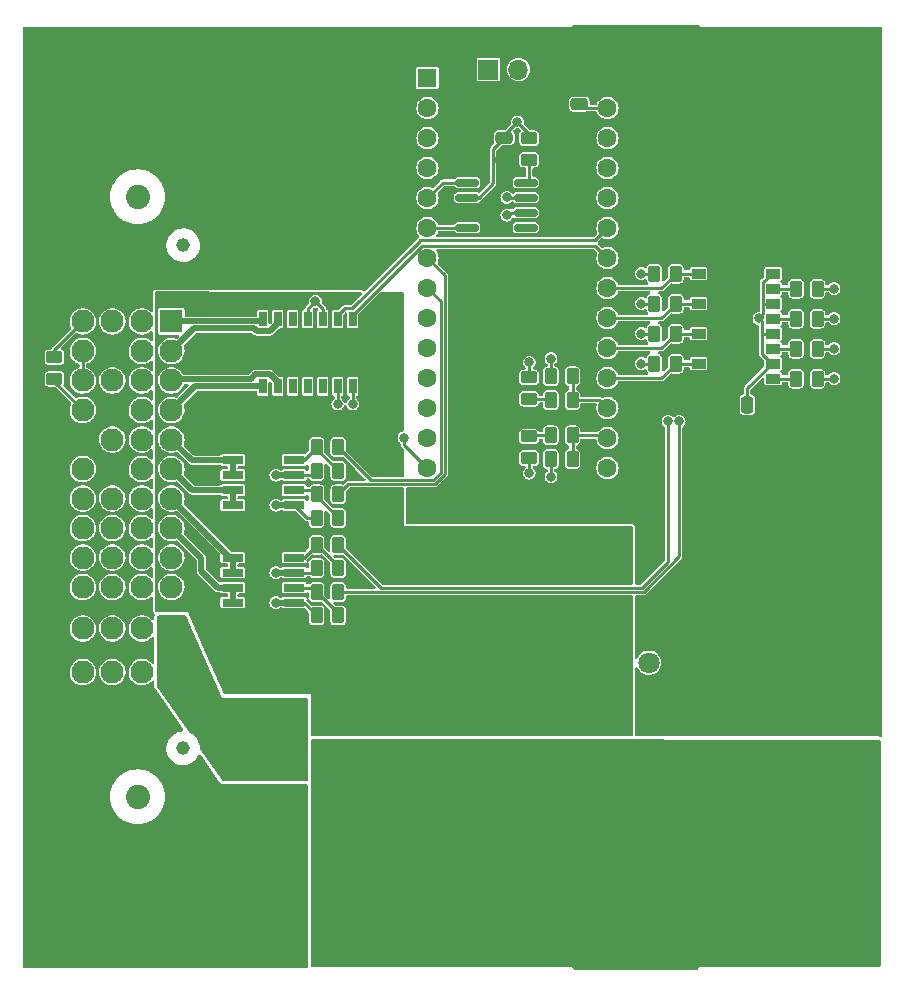
<source format=gbr>
%TF.GenerationSoftware,KiCad,Pcbnew,6.0.7+dfsg-1build1*%
%TF.CreationDate,2023-01-16T17:35:32+01:00*%
%TF.ProjectId,JoeMBMS_V2.2,4a6f654d-424d-4535-9f56-322e322e6b69,rev?*%
%TF.SameCoordinates,Original*%
%TF.FileFunction,Copper,L1,Top*%
%TF.FilePolarity,Positive*%
%FSLAX46Y46*%
G04 Gerber Fmt 4.6, Leading zero omitted, Abs format (unit mm)*
G04 Created by KiCad (PCBNEW 6.0.7+dfsg-1build1) date 2023-01-16 17:35:32*
%MOMM*%
%LPD*%
G01*
G04 APERTURE LIST*
G04 Aperture macros list*
%AMRoundRect*
0 Rectangle with rounded corners*
0 $1 Rounding radius*
0 $2 $3 $4 $5 $6 $7 $8 $9 X,Y pos of 4 corners*
0 Add a 4 corners polygon primitive as box body*
4,1,4,$2,$3,$4,$5,$6,$7,$8,$9,$2,$3,0*
0 Add four circle primitives for the rounded corners*
1,1,$1+$1,$2,$3*
1,1,$1+$1,$4,$5*
1,1,$1+$1,$6,$7*
1,1,$1+$1,$8,$9*
0 Add four rect primitives between the rounded corners*
20,1,$1+$1,$2,$3,$4,$5,0*
20,1,$1+$1,$4,$5,$6,$7,0*
20,1,$1+$1,$6,$7,$8,$9,0*
20,1,$1+$1,$8,$9,$2,$3,0*%
G04 Aperture macros list end*
%TA.AperFunction,SMDPad,CuDef*%
%ADD10RoundRect,0.250000X-0.550000X1.412500X-0.550000X-1.412500X0.550000X-1.412500X0.550000X1.412500X0*%
%TD*%
%TA.AperFunction,SMDPad,CuDef*%
%ADD11RoundRect,0.250000X0.475000X-0.250000X0.475000X0.250000X-0.475000X0.250000X-0.475000X-0.250000X0*%
%TD*%
%TA.AperFunction,SMDPad,CuDef*%
%ADD12RoundRect,0.249998X0.262502X0.450002X-0.262502X0.450002X-0.262502X-0.450002X0.262502X-0.450002X0*%
%TD*%
%TA.AperFunction,SMDPad,CuDef*%
%ADD13R,1.193800X0.812800*%
%TD*%
%TA.AperFunction,ComponentPad*%
%ADD14R,1.800000X1.800000*%
%TD*%
%TA.AperFunction,ComponentPad*%
%ADD15C,1.800000*%
%TD*%
%TA.AperFunction,SMDPad,CuDef*%
%ADD16R,2.200000X1.200000*%
%TD*%
%TA.AperFunction,SMDPad,CuDef*%
%ADD17R,6.400000X5.800000*%
%TD*%
%TA.AperFunction,SMDPad,CuDef*%
%ADD18R,1.780000X0.720000*%
%TD*%
%TA.AperFunction,SMDPad,CuDef*%
%ADD19RoundRect,0.249998X0.450002X-0.262502X0.450002X0.262502X-0.450002X0.262502X-0.450002X-0.262502X0*%
%TD*%
%TA.AperFunction,SMDPad,CuDef*%
%ADD20RoundRect,0.250000X0.250000X0.475000X-0.250000X0.475000X-0.250000X-0.475000X0.250000X-0.475000X0*%
%TD*%
%TA.AperFunction,SMDPad,CuDef*%
%ADD21RoundRect,0.249998X-0.450002X0.262502X-0.450002X-0.262502X0.450002X-0.262502X0.450002X0.262502X0*%
%TD*%
%TA.AperFunction,ComponentPad*%
%ADD22R,1.950000X1.950000*%
%TD*%
%TA.AperFunction,ComponentPad*%
%ADD23C,1.950000*%
%TD*%
%TA.AperFunction,ComponentPad*%
%ADD24C,1.150000*%
%TD*%
%TA.AperFunction,ComponentPad*%
%ADD25C,2.050000*%
%TD*%
%TA.AperFunction,SMDPad,CuDef*%
%ADD26RoundRect,0.249998X-0.262502X-0.450002X0.262502X-0.450002X0.262502X0.450002X-0.262502X0.450002X0*%
%TD*%
%TA.AperFunction,SMDPad,CuDef*%
%ADD27R,0.650000X1.310000*%
%TD*%
%TA.AperFunction,SMDPad,CuDef*%
%ADD28R,2.900000X1.025000*%
%TD*%
%TA.AperFunction,SMDPad,CuDef*%
%ADD29RoundRect,0.250000X-0.475000X0.250000X-0.475000X-0.250000X0.475000X-0.250000X0.475000X0.250000X0*%
%TD*%
%TA.AperFunction,ComponentPad*%
%ADD30R,1.600000X1.600000*%
%TD*%
%TA.AperFunction,ComponentPad*%
%ADD31C,1.600000*%
%TD*%
%TA.AperFunction,ComponentPad*%
%ADD32R,1.700000X1.700000*%
%TD*%
%TA.AperFunction,ComponentPad*%
%ADD33O,1.700000X1.700000*%
%TD*%
%TA.AperFunction,SMDPad,CuDef*%
%ADD34RoundRect,0.150000X-0.825000X-0.150000X0.825000X-0.150000X0.825000X0.150000X-0.825000X0.150000X0*%
%TD*%
%TA.AperFunction,ViaPad*%
%ADD35C,0.800000*%
%TD*%
%TA.AperFunction,Conductor*%
%ADD36C,0.250000*%
%TD*%
%TA.AperFunction,Conductor*%
%ADD37C,0.500000*%
%TD*%
G04 APERTURE END LIST*
D10*
%TO.P,C5,1*%
%TO.N,+12V*%
X132750000Y-107962500D03*
%TO.P,C5,2*%
%TO.N,GND*%
X132750000Y-113037500D03*
%TD*%
D11*
%TO.P,C6,1*%
%TO.N,GND*%
X146250000Y-111250000D03*
%TO.P,C6,2*%
%TO.N,+12V*%
X146250000Y-109350000D03*
%TD*%
D12*
%TO.P,R6,1*%
%TO.N,Teensy_IN2*%
X155412500Y-78675000D03*
%TO.P,R6,2*%
%TO.N,GND*%
X153587500Y-78675000D03*
%TD*%
%TO.P,R18,1*%
%TO.N,Teensy_ASEN2*%
X146662500Y-86750000D03*
%TO.P,R18,2*%
%TO.N,J1_ASEN2*%
X144837500Y-86750000D03*
%TD*%
D13*
%TO.P,U4,1,1*%
%TO.N,Net-(R2-Pad2)*%
X163649999Y-79945000D03*
%TO.P,U4,2,2*%
%TO.N,GND*%
X163649999Y-78675000D03*
%TO.P,U4,3,3*%
%TO.N,Net-(R3-Pad2)*%
X163649999Y-77405000D03*
%TO.P,U4,4,4*%
%TO.N,GND*%
X163649999Y-76135000D03*
%TO.P,U4,5,5*%
%TO.N,Net-(R4-Pad2)*%
X163649999Y-74865000D03*
%TO.P,U4,6,6*%
%TO.N,GND*%
X163649999Y-73595000D03*
%TO.P,U4,7,7*%
%TO.N,Net-(R5-Pad2)*%
X163649999Y-72325000D03*
%TO.P,U4,8,8*%
%TO.N,GND*%
X163649999Y-71055000D03*
%TO.P,U4,9,9*%
%TO.N,Teensy_IN4*%
X157350001Y-71055000D03*
%TO.P,U4,10,10*%
%TO.N,Teensy_VUSB*%
X157350001Y-72325000D03*
%TO.P,U4,11,11*%
%TO.N,Teensy_IN3*%
X157350001Y-73595000D03*
%TO.P,U4,12,12*%
%TO.N,Teensy_VUSB*%
X157350001Y-74865000D03*
%TO.P,U4,13,13*%
%TO.N,Teensy_IN1*%
X157350001Y-76135000D03*
%TO.P,U4,14,14*%
%TO.N,Teensy_VUSB*%
X157350001Y-77405000D03*
%TO.P,U4,15,15*%
%TO.N,Teensy_IN2*%
X157350001Y-78675000D03*
%TO.P,U4,16,16*%
%TO.N,Teensy_VUSB*%
X157350001Y-79945000D03*
%TD*%
D14*
%TO.P,U3,1,IN*%
%TO.N,+12V*%
X150600000Y-104000000D03*
D15*
%TO.P,U3,2,GND*%
%TO.N,GND*%
X153140000Y-104000000D03*
%TO.P,U3,3,OUT*%
%TO.N,Teensy_VUSB*%
X155680000Y-104000000D03*
%TD*%
D12*
%TO.P,R7,1*%
%TO.N,Teensy_IN1*%
X155412500Y-76135000D03*
%TO.P,R7,2*%
%TO.N,GND*%
X153587500Y-76135000D03*
%TD*%
D16*
%TO.P,Q3,1,G*%
%TO.N,GND*%
X126700000Y-112780000D03*
D17*
%TO.P,Q3,2,D*%
%TO.N,J1_12V*%
X120400000Y-110500000D03*
D16*
%TO.P,Q3,3,S*%
%TO.N,+12V*%
X126700000Y-108220000D03*
%TD*%
D12*
%TO.P,R9,1*%
%TO.N,Teensy_IN4*%
X155412500Y-71055000D03*
%TO.P,R9,2*%
%TO.N,GND*%
X153587500Y-71055000D03*
%TD*%
%TO.P,R10,1*%
%TO.N,Net-(Q2-Pad2)*%
X126825000Y-100000000D03*
%TO.P,R10,2*%
%TO.N,GND*%
X125000000Y-100000000D03*
%TD*%
%TO.P,R3,1*%
%TO.N,J1_IN1*%
X167412500Y-77405000D03*
%TO.P,R3,2*%
%TO.N,Net-(R3-Pad2)*%
X165587500Y-77405000D03*
%TD*%
D18*
%TO.P,Q2,1,S1*%
%TO.N,GND*%
X123110000Y-98905000D03*
%TO.P,Q2,2,G1*%
%TO.N,Net-(Q2-Pad2)*%
X123110000Y-97635000D03*
%TO.P,Q2,3,S2*%
%TO.N,GND*%
X123110000Y-96365000D03*
%TO.P,Q2,4,G2*%
%TO.N,Net-(Q2-Pad4)*%
X123110000Y-95095000D03*
%TO.P,Q2,5,D2*%
%TO.N,J1_OUT5*%
X117890000Y-95095000D03*
%TO.P,Q2,6,D2*%
X117890000Y-96365000D03*
%TO.P,Q2,7,D1*%
%TO.N,J1_OUT6*%
X117890000Y-97635000D03*
%TO.P,Q2,8,D1*%
X117890000Y-98905000D03*
%TD*%
D12*
%TO.P,R2,1*%
%TO.N,J1_IN2*%
X167412500Y-79945000D03*
%TO.P,R2,2*%
%TO.N,Net-(R2-Pad2)*%
X165587500Y-79945000D03*
%TD*%
D19*
%TO.P,R24,1*%
%TO.N,J1_CAN_T_2*%
X102800000Y-79962500D03*
%TO.P,R24,2*%
%TO.N,J1_CANL*%
X102800000Y-78137500D03*
%TD*%
D10*
%TO.P,C8,1*%
%TO.N,+12V*%
X140500000Y-107962500D03*
%TO.P,C8,2*%
%TO.N,GND*%
X140500000Y-113037500D03*
%TD*%
D11*
%TO.P,C2,1*%
%TO.N,GND*%
X147250000Y-56700000D03*
%TO.P,C2,2*%
%TO.N,Teensy_VUSB*%
X147250000Y-54800000D03*
%TD*%
D12*
%TO.P,R5,1*%
%TO.N,J1_IN4*%
X167412500Y-72325000D03*
%TO.P,R5,2*%
%TO.N,Net-(R5-Pad2)*%
X165587500Y-72325000D03*
%TD*%
D20*
%TO.P,C3,1*%
%TO.N,GND*%
X161450000Y-82150000D03*
%TO.P,C3,2*%
%TO.N,Teensy_VUSB*%
X159550000Y-82150000D03*
%TD*%
D12*
%TO.P,R11,1*%
%TO.N,Teensy_OUT6*%
X126825000Y-98000000D03*
%TO.P,R11,2*%
%TO.N,Net-(Q2-Pad2)*%
X125000000Y-98000000D03*
%TD*%
%TO.P,R13,1*%
%TO.N,Teensy_OUT5*%
X126825000Y-94000000D03*
%TO.P,R13,2*%
%TO.N,Net-(Q2-Pad4)*%
X125000000Y-94000000D03*
%TD*%
%TO.P,R8,1*%
%TO.N,Teensy_IN3*%
X155412500Y-73595000D03*
%TO.P,R8,2*%
%TO.N,GND*%
X153587500Y-73595000D03*
%TD*%
D19*
%TO.P,R20,1*%
%TO.N,GND*%
X143000000Y-86662500D03*
%TO.P,R20,2*%
%TO.N,Net-(R19-Pad1)*%
X143000000Y-84837500D03*
%TD*%
D12*
%TO.P,R12,1*%
%TO.N,Net-(Q2-Pad4)*%
X126825000Y-96000000D03*
%TO.P,R12,2*%
%TO.N,GND*%
X125000000Y-96000000D03*
%TD*%
D21*
%TO.P,R23,1*%
%TO.N,GND*%
X143000000Y-79837500D03*
%TO.P,R23,2*%
%TO.N,Net-(R22-Pad1)*%
X143000000Y-81662500D03*
%TD*%
%TO.P,R1,1*%
%TO.N,GND*%
X143000000Y-59587500D03*
%TO.P,R1,2*%
%TO.N,Net-(R1-Pad2)*%
X143000000Y-61412500D03*
%TD*%
D10*
%TO.P,C7,1*%
%TO.N,Teensy_VUSB*%
X162500000Y-107962500D03*
%TO.P,C7,2*%
%TO.N,GND*%
X162500000Y-113037500D03*
%TD*%
D22*
%TO.P,J1,A1,A1*%
%TO.N,J1_OUT3*%
X112700000Y-75100000D03*
D23*
%TO.P,J1,A2,A2*%
%TO.N,Teensy_RX3*%
X110200000Y-75100000D03*
%TO.P,J1,A3,A3*%
%TO.N,GND*%
X107700000Y-75100000D03*
%TO.P,J1,A4,A4*%
%TO.N,J1_CANL*%
X105200000Y-75100000D03*
%TO.P,J1,B1,B1*%
%TO.N,J1_OUT4*%
X112700000Y-77600000D03*
%TO.P,J1,B2,B2*%
%TO.N,Teensy_TX3*%
X110200000Y-77600000D03*
%TO.P,J1,B3,B3*%
%TO.N,Teensy_VUSB*%
X107700000Y-77600000D03*
%TO.P,J1,B4,B4*%
%TO.N,J1_CANH*%
X105200000Y-77600000D03*
%TO.P,J1,C1,C1*%
%TO.N,J1_OUT2*%
X112700000Y-80100000D03*
%TO.P,J1,C2,C2*%
%TO.N,J1_RX2*%
X110200000Y-80100000D03*
%TO.P,J1,C3,C3*%
%TO.N,GND*%
X107700000Y-80100000D03*
%TO.P,J1,C4,C4*%
%TO.N,J1_CANH*%
X105200000Y-80100000D03*
%TO.P,J1,D1,D1*%
%TO.N,J1_OUT1*%
X112700000Y-82600000D03*
%TO.P,J1,D2,D2*%
%TO.N,J1_TX2*%
X110200000Y-82600000D03*
%TO.P,J1,D3,D3*%
%TO.N,Teensy_VUSB*%
X107700000Y-82600000D03*
%TO.P,J1,D4,D4*%
%TO.N,J1_CAN_T_2*%
X105200000Y-82600000D03*
%TO.P,J1,E1,E1*%
%TO.N,J1_OUT8*%
X112700000Y-85100000D03*
%TO.P,J1,E2,E2*%
%TO.N,J1_ASEN1*%
X110200000Y-85100000D03*
%TO.P,J1,E3,E3*%
%TO.N,GND*%
X107700000Y-85100000D03*
%TO.P,J1,E4,E4*%
%TO.N,Teensy_VUSB*%
X105200000Y-85100000D03*
%TO.P,J1,F1,F1*%
%TO.N,J1_OUT7*%
X112700000Y-87600000D03*
%TO.P,J1,F2,F2*%
%TO.N,J1_ASEN2*%
X110200000Y-87600000D03*
%TO.P,J1,F3,F3*%
%TO.N,Teensy_VUSB*%
X107700000Y-87600000D03*
%TO.P,J1,F4,F4*%
%TO.N,Teensy_D-*%
X105200000Y-87600000D03*
%TO.P,J1,G1,G1*%
%TO.N,J1_OUT5*%
X112700000Y-90100000D03*
%TO.P,J1,G2,G2*%
%TO.N,J1_IN4*%
X110200000Y-90100000D03*
%TO.P,J1,G3,G3*%
%TO.N,unconnected-(J1-PadG3)*%
X107700000Y-90100000D03*
%TO.P,J1,G4,G4*%
%TO.N,Teensy_D+*%
X105200000Y-90100000D03*
%TO.P,J1,H1,H1*%
%TO.N,J1_OUT6*%
X112700000Y-92600000D03*
%TO.P,J1,H2,H2*%
%TO.N,J1_IN3*%
X110200000Y-92600000D03*
%TO.P,J1,H3,H3*%
%TO.N,unconnected-(J1-PadH3)*%
X107700000Y-92600000D03*
%TO.P,J1,H4,H4*%
%TO.N,GND*%
X105200000Y-92600000D03*
%TO.P,J1,J1,J1*%
%TO.N,unconnected-(J1-PadJ1)*%
X112700000Y-95100000D03*
%TO.P,J1,J2,J2*%
%TO.N,J1_IN1*%
X110200000Y-95100000D03*
%TO.P,J1,J3,J3*%
%TO.N,unconnected-(J1-PadJ3)*%
X107700000Y-95100000D03*
%TO.P,J1,J4,J4*%
%TO.N,unconnected-(J1-PadJ4)*%
X105200000Y-95100000D03*
%TO.P,J1,K1,K1*%
%TO.N,unconnected-(J1-PadK1)*%
X112700000Y-97600000D03*
%TO.P,J1,K2,K2*%
%TO.N,J1_IN2*%
X110200000Y-97600000D03*
%TO.P,J1,K3,K3*%
%TO.N,unconnected-(J1-PadK3)*%
X107700000Y-97600000D03*
%TO.P,J1,K4,K4*%
%TO.N,unconnected-(J1-PadK4)*%
X105200000Y-97600000D03*
%TO.P,J1,L1,L1*%
%TO.N,J1_12V*%
X112700000Y-101100000D03*
%TO.P,J1,L2,L2*%
%TO.N,unconnected-(J1-PadL2)*%
X110200000Y-101100000D03*
%TO.P,J1,L3,L3*%
%TO.N,unconnected-(J1-PadL3)*%
X107700000Y-101100000D03*
%TO.P,J1,L4,L4*%
%TO.N,GND*%
X105200000Y-101100000D03*
%TO.P,J1,M1,M1*%
%TO.N,J1_12V*%
X112700000Y-104800000D03*
%TO.P,J1,M2,M2*%
%TO.N,unconnected-(J1-PadM2)*%
X110200000Y-104800000D03*
%TO.P,J1,M3,M3*%
%TO.N,unconnected-(J1-PadM3)*%
X107700000Y-104800000D03*
%TO.P,J1,M4,M4*%
%TO.N,GND*%
X105200000Y-104800000D03*
D24*
%TO.P,J1,MH1*%
%TO.N,N/C*%
X113700000Y-68650000D03*
%TO.P,J1,MH2*%
X113700000Y-111250000D03*
D25*
%TO.P,J1,MH3*%
X109850000Y-64550000D03*
%TO.P,J1,MH4*%
X109850000Y-115350000D03*
%TD*%
D12*
%TO.P,R4,1*%
%TO.N,J1_IN3*%
X167412500Y-74865000D03*
%TO.P,R4,2*%
%TO.N,Net-(R4-Pad2)*%
X165587500Y-74865000D03*
%TD*%
%TO.P,R21,1*%
%TO.N,Teensy_ASEN1*%
X146662500Y-79750000D03*
%TO.P,R21,2*%
%TO.N,J1_ASEN1*%
X144837500Y-79750000D03*
%TD*%
D26*
%TO.P,R22,1*%
%TO.N,Net-(R22-Pad1)*%
X144837500Y-81750000D03*
%TO.P,R22,2*%
%TO.N,Teensy_ASEN1*%
X146662500Y-81750000D03*
%TD*%
D12*
%TO.P,R15,1*%
%TO.N,Teensy_OUT7*%
X126825000Y-89750000D03*
%TO.P,R15,2*%
%TO.N,Net-(Q1-Pad2)*%
X125000000Y-89750000D03*
%TD*%
D18*
%TO.P,Q1,1,S1*%
%TO.N,GND*%
X123110000Y-90655000D03*
%TO.P,Q1,2,G1*%
%TO.N,Net-(Q1-Pad2)*%
X123110000Y-89385000D03*
%TO.P,Q1,3,S2*%
%TO.N,GND*%
X123110000Y-88115000D03*
%TO.P,Q1,4,G2*%
%TO.N,Net-(Q1-Pad4)*%
X123110000Y-86845000D03*
%TO.P,Q1,5,D2*%
%TO.N,J1_OUT8*%
X117890000Y-86845000D03*
%TO.P,Q1,6,D2*%
X117890000Y-88115000D03*
%TO.P,Q1,7,D1*%
%TO.N,J1_OUT7*%
X117890000Y-89385000D03*
%TO.P,Q1,8,D1*%
X117890000Y-90655000D03*
%TD*%
D12*
%TO.P,R14,1*%
%TO.N,Net-(Q1-Pad2)*%
X126825000Y-91750000D03*
%TO.P,R14,2*%
%TO.N,GND*%
X125000000Y-91750000D03*
%TD*%
%TO.P,R17,1*%
%TO.N,Teensy_OUT8*%
X126825000Y-85750000D03*
%TO.P,R17,2*%
%TO.N,Net-(Q1-Pad4)*%
X125000000Y-85750000D03*
%TD*%
%TO.P,R16,1*%
%TO.N,Net-(Q1-Pad4)*%
X126825000Y-87750000D03*
%TO.P,R16,2*%
%TO.N,GND*%
X125000000Y-87750000D03*
%TD*%
D27*
%TO.P,S1,1,OUT0*%
%TO.N,J1_OUT1*%
X120440000Y-80595000D03*
%TO.P,S1,2,OUT1*%
%TO.N,J1_OUT2*%
X121710000Y-80595000D03*
%TO.P,S1,3,NC*%
%TO.N,unconnected-(S1-Pad3)*%
X122980000Y-80595000D03*
%TO.P,S1,4,DSEL1*%
%TO.N,unconnected-(S1-Pad4)*%
X124250000Y-80595000D03*
%TO.P,S1,5,DSEL0*%
%TO.N,unconnected-(S1-Pad5)*%
X125520000Y-80595000D03*
%TO.P,S1,6,IN1*%
%TO.N,Teensy_OUT2*%
X126790000Y-80595000D03*
%TO.P,S1,7,IN0*%
%TO.N,Teensy_OUT1*%
X128060000Y-80595000D03*
%TO.P,S1,8,IN2*%
%TO.N,Teensy_OUT3*%
X128060000Y-74905000D03*
%TO.P,S1,9,IN3*%
%TO.N,Teensy_OUT4*%
X126790000Y-74905000D03*
%TO.P,S1,10,DEN*%
%TO.N,GND*%
X125520000Y-74905000D03*
%TO.P,S1,11,GND*%
X124250000Y-74905000D03*
%TO.P,S1,12,IS*%
%TO.N,unconnected-(S1-Pad12)*%
X122980000Y-74905000D03*
%TO.P,S1,13,OUT3*%
%TO.N,J1_OUT4*%
X121710000Y-74905000D03*
%TO.P,S1,14,OUT2*%
%TO.N,J1_OUT3*%
X120440000Y-74905000D03*
D28*
%TO.P,S1,15,Vs*%
%TO.N,+12V*%
X125900000Y-77037500D03*
X125900000Y-78462500D03*
X122600000Y-78462500D03*
X122600000Y-77037500D03*
%TD*%
D29*
%TO.P,C1,1*%
%TO.N,GND*%
X140900000Y-59550000D03*
%TO.P,C1,2*%
%TO.N,Teensy_VUSB*%
X140900000Y-61450000D03*
%TD*%
D26*
%TO.P,R19,1*%
%TO.N,Net-(R19-Pad1)*%
X144837500Y-84750000D03*
%TO.P,R19,2*%
%TO.N,Teensy_ASEN2*%
X146662500Y-84750000D03*
%TD*%
D30*
%TO.P,U1,1,GND*%
%TO.N,GND*%
X134380000Y-54490000D03*
D31*
%TO.P,U1,2,0_RX1_Touch*%
%TO.N,unconnected-(U1-Pad2)*%
X134380000Y-57030000D03*
%TO.P,U1,3,1_TX1_Touch*%
%TO.N,unconnected-(U1-Pad3)*%
X134380000Y-59570000D03*
%TO.P,U1,4,2*%
%TO.N,unconnected-(U1-Pad4)*%
X134380000Y-62110000D03*
%TO.P,U1,5,3_TX_PWM*%
%TO.N,Teensy_TX*%
X134380000Y-64650000D03*
%TO.P,U1,6,4_RX_PWM*%
%TO.N,Teensy_RX*%
X134380000Y-67190000D03*
%TO.P,U1,7,5_TX1_PWM*%
%TO.N,Teensy_OUT7*%
X134380000Y-69730000D03*
%TO.P,U1,8,6_PWM*%
%TO.N,Teensy_OUT8*%
X134380000Y-72270000D03*
%TO.P,U1,9,7_RX3_DOUT*%
%TO.N,Teensy_RX3*%
X134380000Y-74810000D03*
%TO.P,U1,10,8_TX3_DIN*%
%TO.N,Teensy_TX3*%
X134380000Y-77350000D03*
%TO.P,U1,11,9_RX2_CS_PWM*%
%TO.N,J1_RX2*%
X134380000Y-79890000D03*
%TO.P,U1,12,10_TX2_CS_PWM*%
%TO.N,J1_TX2*%
X134380000Y-82430000D03*
%TO.P,U1,13,11_DOUT*%
%TO.N,Teensy_OUT1*%
X134380000Y-84970000D03*
%TO.P,U1,14,12_DIN*%
%TO.N,Teensy_OUT2*%
X134380000Y-87510000D03*
%TO.P,U1,20,13_LED_SCK*%
%TO.N,unconnected-(U1-Pad20)*%
X149620000Y-87510000D03*
%TO.P,U1,21,14_A0_SCK*%
%TO.N,Teensy_ASEN2*%
X149620000Y-84970000D03*
%TO.P,U1,22,15_A1_CS_Touch*%
%TO.N,Teensy_ASEN1*%
X149620000Y-82430000D03*
%TO.P,U1,23,16_A2_SCL0_Touch*%
%TO.N,Teensy_IN2*%
X149620000Y-79890000D03*
%TO.P,U1,24,17_A3_SDA0_Touch*%
%TO.N,Teensy_IN1*%
X149620000Y-77350000D03*
%TO.P,U1,25,18_A4_SDA0_Touch*%
%TO.N,Teensy_IN3*%
X149620000Y-74810000D03*
%TO.P,U1,26,19_A5_SCL0_Touch*%
%TO.N,Teensy_IN4*%
X149620000Y-72270000D03*
%TO.P,U1,27,20_A6_CS_PWM*%
%TO.N,Teensy_OUT3*%
X149620000Y-69730000D03*
%TO.P,U1,28,21_A7_RX1_CS_PWM*%
%TO.N,Teensy_OUT4*%
X149620000Y-67190000D03*
%TO.P,U1,29,22_A8_Touch_PWM*%
%TO.N,Teensy_OUT5*%
X149620000Y-64650000D03*
%TO.P,U1,30,23_A9_Touch_PWM*%
%TO.N,Teensy_OUT6*%
X149620000Y-62110000D03*
%TO.P,U1,31,3.3V*%
%TO.N,+3V3*%
X149620000Y-59570000D03*
%TO.P,U1,32,AGND*%
%TO.N,GND*%
X149620000Y-57030000D03*
%TO.P,U1,33,Vin*%
%TO.N,Teensy_VUSB*%
X149620000Y-54490000D03*
%TD*%
D32*
%TO.P,REF\u002A\u002A,1*%
%TO.N,Teensy_D+*%
X139550000Y-53775000D03*
D33*
%TO.P,REF\u002A\u002A,2*%
%TO.N,Teensy_D-*%
X142090000Y-53775000D03*
%TD*%
D34*
%TO.P,U2,1,D*%
%TO.N,Teensy_TX*%
X137750000Y-63345000D03*
%TO.P,U2,2,GND*%
%TO.N,GND*%
X137750000Y-64615000D03*
%TO.P,U2,3,VCC*%
%TO.N,Teensy_VUSB*%
X137750000Y-65885000D03*
%TO.P,U2,4,R*%
%TO.N,Teensy_RX*%
X137750000Y-67155000D03*
%TO.P,U2,5,Vref*%
%TO.N,unconnected-(U2-Pad5)*%
X142700000Y-67155000D03*
%TO.P,U2,6,CANL*%
%TO.N,J1_CANL*%
X142700000Y-65885000D03*
%TO.P,U2,7,CANH*%
%TO.N,J1_CANH*%
X142700000Y-64615000D03*
%TO.P,U2,8,Rs*%
%TO.N,Net-(R1-Pad2)*%
X142700000Y-63345000D03*
%TD*%
D35*
%TO.N,GND*%
X162500000Y-115750000D03*
X143000000Y-87950000D03*
X121550000Y-88115000D03*
X132750000Y-115750000D03*
X142000000Y-58200000D03*
X143000000Y-78550000D03*
X152500000Y-76135000D03*
X152500000Y-78675000D03*
X140500000Y-115750000D03*
X152500000Y-71055000D03*
X121550000Y-90655000D03*
X162450000Y-74850000D03*
X124900000Y-73400000D03*
X152500000Y-73595000D03*
X121550000Y-96365000D03*
X121550000Y-98905000D03*
%TO.N,Teensy_OUT5*%
X154750000Y-83550000D03*
%TO.N,Teensy_OUT6*%
X155700000Y-83550000D03*
%TO.N,Teensy_OUT1*%
X128060000Y-82100000D03*
%TO.N,Teensy_OUT2*%
X126790000Y-82100000D03*
X132400000Y-84950000D03*
%TO.N,J1_CANH*%
X141100000Y-64600000D03*
%TO.N,J1_IN4*%
X168800000Y-72325000D03*
%TO.N,J1_CANL*%
X141100000Y-66100000D03*
%TO.N,J1_IN3*%
X168800000Y-74865000D03*
%TO.N,J1_IN2*%
X168800000Y-79945000D03*
%TO.N,J1_IN1*%
X168800000Y-77405000D03*
%TO.N,J1_ASEN2*%
X144837500Y-88250000D03*
%TO.N,J1_ASEN1*%
X144837500Y-78250000D03*
%TD*%
D36*
%TO.N,GND*%
X125520000Y-74020000D02*
X124900000Y-73400000D01*
X124250000Y-74905000D02*
X124250000Y-74050000D01*
X162685000Y-76135000D02*
X162685000Y-75085000D01*
X139949990Y-60500010D02*
X140900000Y-59550000D01*
X125000000Y-91750000D02*
X124205000Y-91750000D01*
X163649999Y-71055000D02*
X163511697Y-71055000D01*
X137775000Y-64615000D02*
X138750000Y-64615000D01*
D37*
X123110000Y-90655000D02*
X121550000Y-90655000D01*
D36*
X139949990Y-63415010D02*
X139949990Y-60500010D01*
X162828098Y-73570001D02*
X162803099Y-73595000D01*
X143000000Y-59587500D02*
X143000000Y-59200000D01*
X163649999Y-73595000D02*
X162803099Y-73595000D01*
X163649999Y-78675000D02*
X163511697Y-78675000D01*
X163649999Y-76135000D02*
X162685000Y-76135000D01*
X162803099Y-74496901D02*
X162450000Y-74850000D01*
X163511697Y-78675000D02*
X162685000Y-77848303D01*
X149620000Y-57030000D02*
X147580000Y-57030000D01*
X124635000Y-88115000D02*
X125000000Y-87750000D01*
X147580000Y-57030000D02*
X147250000Y-56700000D01*
X152500000Y-78675000D02*
X153587500Y-78675000D01*
X143000000Y-79837500D02*
X143000000Y-78550000D01*
X162685000Y-75085000D02*
X162450000Y-74850000D01*
X162828098Y-71738599D02*
X162828098Y-72911401D01*
X123905000Y-98905000D02*
X125000000Y-100000000D01*
X125520000Y-74905000D02*
X125520000Y-74020000D01*
X140900000Y-59550000D02*
X140900000Y-59300000D01*
X152500000Y-76135000D02*
X153587500Y-76135000D01*
X124250000Y-74050000D02*
X124900000Y-73400000D01*
X162828098Y-72911401D02*
X162828098Y-73570001D01*
D37*
X123110000Y-98905000D02*
X121550000Y-98905000D01*
X123110000Y-88115000D02*
X121550000Y-88115000D01*
D36*
X140900000Y-59300000D02*
X142000000Y-58200000D01*
X124635000Y-96365000D02*
X125000000Y-96000000D01*
X143000000Y-59200000D02*
X142000000Y-58200000D01*
X163511697Y-71055000D02*
X162828098Y-71738599D01*
X152500000Y-73595000D02*
X153587500Y-73595000D01*
X123110000Y-98905000D02*
X123905000Y-98905000D01*
X143000000Y-87950000D02*
X143000000Y-86662500D01*
X138750000Y-64615000D02*
X139949990Y-63415010D01*
X162685000Y-77848303D02*
X162685000Y-76135000D01*
D37*
X123110000Y-96365000D02*
X121550000Y-96365000D01*
D36*
X161450000Y-80736697D02*
X161450000Y-82150000D01*
X123110000Y-88115000D02*
X124635000Y-88115000D01*
X123110000Y-96365000D02*
X124635000Y-96365000D01*
X152500000Y-71055000D02*
X153587500Y-71055000D01*
X124205000Y-91750000D02*
X123110000Y-90655000D01*
X162803099Y-73595000D02*
X162803099Y-74496901D01*
X163511697Y-78675000D02*
X161450000Y-80736697D01*
%TO.N,Net-(R1-Pad2)*%
X143000000Y-61412500D02*
X143000000Y-63070000D01*
X143000000Y-63070000D02*
X142725000Y-63345000D01*
%TO.N,Net-(R2-Pad2)*%
X163649999Y-79945000D02*
X165587500Y-79945000D01*
%TO.N,Net-(R3-Pad2)*%
X163649999Y-77405000D02*
X165587500Y-77405000D01*
%TO.N,Net-(R4-Pad2)*%
X163649999Y-74865000D02*
X165587500Y-74865000D01*
%TO.N,Net-(R5-Pad2)*%
X163649999Y-72325000D02*
X165587500Y-72325000D01*
%TO.N,Teensy_IN2*%
X154197500Y-79890000D02*
X155412500Y-78675000D01*
X149620000Y-79890000D02*
X154197500Y-79890000D01*
X155412500Y-78675000D02*
X157350001Y-78675000D01*
%TO.N,Teensy_IN1*%
X155412500Y-76135000D02*
X157350001Y-76135000D01*
X154197500Y-77350000D02*
X155412500Y-76135000D01*
X149620000Y-77350000D02*
X154197500Y-77350000D01*
%TO.N,Teensy_IN3*%
X154197500Y-74810000D02*
X155412500Y-73595000D01*
X149620000Y-74810000D02*
X154197500Y-74810000D01*
X155412500Y-73595000D02*
X157350001Y-73595000D01*
%TO.N,Teensy_IN4*%
X149620000Y-72270000D02*
X154197500Y-72270000D01*
X155412500Y-71055000D02*
X157350001Y-71055000D01*
X154197500Y-72270000D02*
X155412500Y-71055000D01*
%TO.N,Teensy_OUT8*%
X135500000Y-87907002D02*
X134872001Y-88535001D01*
X135500000Y-73390000D02*
X135500000Y-87907002D01*
X134872001Y-88535001D02*
X129610001Y-88535001D01*
X129610001Y-88535001D02*
X126825000Y-85750000D01*
X134380000Y-72270000D02*
X135500000Y-73390000D01*
%TO.N,Teensy_OUT7*%
X134380000Y-69730000D02*
X135850010Y-71200010D01*
X127689989Y-88885011D02*
X126825000Y-89750000D01*
X135016979Y-88885011D02*
X127689989Y-88885011D01*
X135850010Y-71200010D02*
X135850010Y-88051980D01*
X135850010Y-88051980D02*
X135016979Y-88885011D01*
%TO.N,Teensy_OUT5*%
X154750000Y-83550000D02*
X154750000Y-95455012D01*
X130475000Y-97650000D02*
X126825000Y-94000000D01*
X154750000Y-95455012D02*
X152555012Y-97650000D01*
X152555012Y-97650000D02*
X130475000Y-97650000D01*
%TO.N,Teensy_OUT6*%
X155700000Y-95000000D02*
X152700000Y-98000000D01*
X152700000Y-98000000D02*
X126825000Y-98000000D01*
X155700000Y-83550000D02*
X155700000Y-95000000D01*
%TO.N,Teensy_ASEN2*%
X149400000Y-84750000D02*
X149620000Y-84970000D01*
X146662500Y-86750000D02*
X146662500Y-84750000D01*
X146662500Y-84750000D02*
X149400000Y-84750000D01*
%TO.N,Net-(R19-Pad1)*%
X144837500Y-84750000D02*
X143087500Y-84750000D01*
X143087500Y-84750000D02*
X143000000Y-84837500D01*
%TO.N,Teensy_ASEN1*%
X146662500Y-81750000D02*
X148940000Y-81750000D01*
X148940000Y-81750000D02*
X149620000Y-82430000D01*
X146662500Y-79750000D02*
X146662500Y-81750000D01*
%TO.N,Net-(R22-Pad1)*%
X144750000Y-81662500D02*
X144837500Y-81750000D01*
X143000000Y-81662500D02*
X144750000Y-81662500D01*
%TO.N,Teensy_OUT1*%
X128060000Y-82100000D02*
X128060000Y-80595000D01*
%TO.N,Teensy_OUT4*%
X126790000Y-74789998D02*
X126790000Y-74905000D01*
X134684999Y-68215001D02*
X133784999Y-68215001D01*
X133550000Y-68450000D02*
X133400000Y-68600000D01*
X133784999Y-68215001D02*
X133400000Y-68600000D01*
X128017500Y-73982500D02*
X127382500Y-73982500D01*
X126790000Y-74575000D02*
X127382500Y-73982500D01*
X133400000Y-68600000D02*
X128017500Y-73982500D01*
X133715001Y-68284999D02*
X133550000Y-68450000D01*
X133784999Y-68215001D02*
X133550000Y-68450000D01*
X126790000Y-74905000D02*
X126790000Y-74575000D01*
X148594999Y-68215001D02*
X149620000Y-67190000D01*
X134684999Y-68215001D02*
X148594999Y-68215001D01*
%TO.N,Teensy_OUT2*%
X134380000Y-87510000D02*
X132400000Y-85530000D01*
X126790000Y-82100000D02*
X126790000Y-80595000D01*
X132400000Y-85530000D02*
X132400000Y-84950000D01*
%TO.N,Teensy_OUT3*%
X128060000Y-74905000D02*
X128060000Y-74532998D01*
X128060000Y-74532998D02*
X133887999Y-68704999D01*
X148594999Y-68704999D02*
X149620000Y-69730000D01*
X133887999Y-68704999D02*
X148594999Y-68704999D01*
%TO.N,Teensy_RX*%
X134380000Y-67190000D02*
X137740000Y-67190000D01*
X137740000Y-67190000D02*
X137775000Y-67155000D01*
%TO.N,Teensy_TX*%
X135685000Y-63345000D02*
X137775000Y-63345000D01*
X134380000Y-64650000D02*
X135685000Y-63345000D01*
%TO.N,J1_CANH*%
X141115000Y-64615000D02*
X141100000Y-64600000D01*
X105200000Y-80100000D02*
X105200000Y-77600000D01*
X142725000Y-64615000D02*
X141115000Y-64615000D01*
%TO.N,J1_IN4*%
X167412500Y-72325000D02*
X168800000Y-72325000D01*
%TO.N,J1_CANL*%
X142725000Y-65885000D02*
X141315000Y-65885000D01*
X102800000Y-77500000D02*
X102800000Y-78137500D01*
X105200000Y-75100000D02*
X102800000Y-77500000D01*
X141315000Y-65885000D02*
X141100000Y-66100000D01*
%TO.N,J1_IN3*%
X167412500Y-74865000D02*
X168800000Y-74865000D01*
%TO.N,J1_IN2*%
X167412500Y-79945000D02*
X168800000Y-79945000D01*
D37*
%TO.N,J1_OUT8*%
X114445000Y-86845000D02*
X112700000Y-85100000D01*
X114445000Y-86845000D02*
X117890000Y-86845000D01*
X117890000Y-86845000D02*
X117890000Y-88115000D01*
D36*
%TO.N,J1_IN1*%
X167412500Y-77405000D02*
X168800000Y-77405000D01*
D37*
%TO.N,J1_OUT7*%
X117890000Y-89385000D02*
X114485000Y-89385000D01*
X117890000Y-90655000D02*
X117890000Y-89385000D01*
X114485000Y-89385000D02*
X112700000Y-87600000D01*
%TO.N,J1_OUT6*%
X116635000Y-97635000D02*
X116250000Y-97250000D01*
X115250000Y-96250000D02*
X116250000Y-97250000D01*
X117890000Y-97635000D02*
X116635000Y-97635000D01*
X117890000Y-98905000D02*
X117890000Y-97635000D01*
X115250000Y-95150000D02*
X115250000Y-96250000D01*
X112700000Y-92600000D02*
X115250000Y-95150000D01*
%TO.N,J1_OUT5*%
X117695000Y-95095000D02*
X112700000Y-90100000D01*
D36*
X117890000Y-95095000D02*
X117695000Y-95095000D01*
D37*
X117890000Y-96365000D02*
X117890000Y-95095000D01*
D36*
%TO.N,J1_ASEN2*%
X144837500Y-86750000D02*
X144837500Y-88250000D01*
D37*
%TO.N,J1_OUT4*%
X119910001Y-75910001D02*
X119700010Y-75700010D01*
X119700010Y-75700010D02*
X114599990Y-75700010D01*
X121710000Y-75245002D02*
X121045001Y-75910001D01*
X121710000Y-74905000D02*
X121710000Y-75245002D01*
X121045001Y-75910001D02*
X119910001Y-75910001D01*
X114599990Y-75700010D02*
X112700000Y-77600000D01*
D36*
%TO.N,J1_ASEN1*%
X144837500Y-79750000D02*
X144837500Y-78250000D01*
%TO.N,J1_OUT3*%
X120245000Y-75100000D02*
X120440000Y-74905000D01*
D37*
X112700000Y-75100000D02*
X120245000Y-75100000D01*
%TO.N,J1_OUT2*%
X121710000Y-80595000D02*
X121710000Y-80254998D01*
X119810001Y-79589999D02*
X119405010Y-79994990D01*
X112805010Y-79994990D02*
X112700000Y-80100000D01*
X119405010Y-79994990D02*
X112805010Y-79994990D01*
X121710000Y-80254998D02*
X121045001Y-79589999D01*
X121045001Y-79589999D02*
X119810001Y-79589999D01*
%TO.N,J1_OUT1*%
X120440000Y-80595000D02*
X114705000Y-80595000D01*
X114705000Y-80595000D02*
X112700000Y-82600000D01*
D36*
%TO.N,J1_CAN_T_2*%
X102800000Y-80200000D02*
X102800000Y-79962500D01*
X105200000Y-82600000D02*
X102800000Y-80200000D01*
%TO.N,Net-(Q1-Pad4)*%
X123905000Y-86845000D02*
X125000000Y-85750000D01*
X125000000Y-85750000D02*
X125000000Y-85925000D01*
X125000000Y-85925000D02*
X126825000Y-87750000D01*
X123110000Y-86845000D02*
X123905000Y-86845000D01*
%TO.N,Net-(Q1-Pad2)*%
X125000000Y-89750000D02*
X125000000Y-89925000D01*
X123110000Y-89385000D02*
X124635000Y-89385000D01*
X124635000Y-89385000D02*
X125000000Y-89750000D01*
X125000000Y-89925000D02*
X126825000Y-91750000D01*
%TO.N,Net-(Q2-Pad4)*%
X123905000Y-95095000D02*
X125000000Y-94000000D01*
X126825000Y-95825000D02*
X125000000Y-94000000D01*
X123110000Y-95095000D02*
X123905000Y-95095000D01*
X126825000Y-96000000D02*
X126825000Y-95825000D01*
%TO.N,Net-(Q2-Pad2)*%
X124635000Y-97635000D02*
X125000000Y-98000000D01*
X126825000Y-100000000D02*
X126825000Y-99825000D01*
X123110000Y-97635000D02*
X124635000Y-97635000D01*
X126825000Y-99825000D02*
X125000000Y-98000000D01*
%TO.N,Teensy_VUSB*%
X147250000Y-54800000D02*
X149310000Y-54800000D01*
X149310000Y-54800000D02*
X149620000Y-54490000D01*
%TD*%
%TA.AperFunction,Conductor*%
%TO.N,+12V*%
G36*
X120450726Y-72571684D02*
G01*
X128729333Y-72591302D01*
X128797406Y-72611466D01*
X128843771Y-72665231D01*
X128853709Y-72735529D01*
X128824063Y-72800040D01*
X128818129Y-72806397D01*
X127944431Y-73680095D01*
X127882119Y-73714121D01*
X127855336Y-73717000D01*
X127421063Y-73717000D01*
X127396482Y-73714579D01*
X127394672Y-73714219D01*
X127394671Y-73714219D01*
X127382500Y-73711798D01*
X127278908Y-73732404D01*
X127278906Y-73732405D01*
X127278907Y-73732405D01*
X127191085Y-73791085D01*
X127184191Y-73801403D01*
X127184189Y-73801405D01*
X127183168Y-73802934D01*
X127167497Y-73822029D01*
X126916931Y-74072595D01*
X126854619Y-74106621D01*
X126827836Y-74109500D01*
X126496652Y-74109501D01*
X126451160Y-74109501D01*
X126410179Y-74117651D01*
X126363705Y-74148705D01*
X126332651Y-74195179D01*
X126330230Y-74207353D01*
X126325708Y-74230087D01*
X126324500Y-74236159D01*
X126324501Y-75573840D01*
X126332651Y-75614821D01*
X126363705Y-75661295D01*
X126410179Y-75692349D01*
X126435163Y-75697318D01*
X126445089Y-75699293D01*
X126445092Y-75699293D01*
X126451159Y-75700500D01*
X126789863Y-75700500D01*
X127128840Y-75700499D01*
X127169821Y-75692349D01*
X127216295Y-75661295D01*
X127247349Y-75614821D01*
X127252318Y-75589837D01*
X127254293Y-75579911D01*
X127254293Y-75579908D01*
X127255500Y-75573841D01*
X127255499Y-74537165D01*
X127275501Y-74469044D01*
X127292404Y-74448070D01*
X127379405Y-74361069D01*
X127441717Y-74327043D01*
X127512532Y-74332108D01*
X127569368Y-74374655D01*
X127594179Y-74441175D01*
X127594500Y-74450164D01*
X127594501Y-75060095D01*
X127594501Y-75573840D01*
X127602651Y-75614821D01*
X127633705Y-75661295D01*
X127680179Y-75692349D01*
X127705163Y-75697318D01*
X127715089Y-75699293D01*
X127715092Y-75699293D01*
X127721159Y-75700500D01*
X128059863Y-75700500D01*
X128398840Y-75700499D01*
X128439821Y-75692349D01*
X128486295Y-75661295D01*
X128517349Y-75614821D01*
X128522318Y-75589837D01*
X128524293Y-75579911D01*
X128524293Y-75579908D01*
X128525500Y-75573841D01*
X128525499Y-74495163D01*
X128545501Y-74427042D01*
X128562404Y-74406068D01*
X129436899Y-73531573D01*
X130336246Y-72632225D01*
X130398557Y-72598201D01*
X130425635Y-72595321D01*
X132274299Y-72599702D01*
X132342372Y-72619866D01*
X132388737Y-72673631D01*
X132400000Y-72725702D01*
X132400000Y-84294337D01*
X132379998Y-84362458D01*
X132326342Y-84408951D01*
X132290446Y-84419259D01*
X132258901Y-84423412D01*
X132127418Y-84477874D01*
X132014511Y-84564511D01*
X131927874Y-84677418D01*
X131873412Y-84808901D01*
X131854836Y-84950000D01*
X131873412Y-85091099D01*
X131927874Y-85222582D01*
X132014511Y-85335489D01*
X132021061Y-85340515D01*
X132085204Y-85389734D01*
X132127071Y-85447072D01*
X132134500Y-85489696D01*
X132134500Y-85491438D01*
X132132079Y-85516018D01*
X132129298Y-85530000D01*
X132135820Y-85562785D01*
X132149905Y-85633593D01*
X132208585Y-85721415D01*
X132218901Y-85728308D01*
X132218902Y-85728309D01*
X132220436Y-85729334D01*
X132239531Y-85745005D01*
X132363095Y-85868569D01*
X132397121Y-85930881D01*
X132400000Y-85957664D01*
X132400000Y-88143501D01*
X132379998Y-88211622D01*
X132326342Y-88258115D01*
X132274000Y-88269501D01*
X129772164Y-88269501D01*
X129704043Y-88249499D01*
X129683069Y-88232596D01*
X127514905Y-86064431D01*
X127480879Y-86002119D01*
X127478000Y-85975336D01*
X127477999Y-85274218D01*
X127477999Y-85269264D01*
X127463517Y-85177823D01*
X127451849Y-85154922D01*
X127411860Y-85076440D01*
X127407360Y-85067608D01*
X127319892Y-84980140D01*
X127209677Y-84923983D01*
X127118237Y-84909500D01*
X126825030Y-84909500D01*
X126531764Y-84909501D01*
X126526870Y-84910276D01*
X126526871Y-84910276D01*
X126450115Y-84922432D01*
X126450114Y-84922432D01*
X126440323Y-84923983D01*
X126330108Y-84980140D01*
X126242640Y-85067608D01*
X126186483Y-85177823D01*
X126172000Y-85269263D01*
X126172001Y-86230736D01*
X126172776Y-86235629D01*
X126184174Y-86307595D01*
X126186483Y-86322177D01*
X126190984Y-86331010D01*
X126190984Y-86331011D01*
X126198472Y-86345707D01*
X126242640Y-86432392D01*
X126330108Y-86519860D01*
X126440323Y-86576017D01*
X126531763Y-86590500D01*
X126824970Y-86590500D01*
X127118236Y-86590499D01*
X127203129Y-86577054D01*
X127273540Y-86586154D01*
X127311934Y-86612408D01*
X128275968Y-87576441D01*
X129103943Y-88404416D01*
X129137968Y-88466728D01*
X129132904Y-88537543D01*
X129090357Y-88594379D01*
X129023837Y-88619190D01*
X129014848Y-88619511D01*
X127728551Y-88619511D01*
X127703971Y-88617090D01*
X127689989Y-88614309D01*
X127677818Y-88616730D01*
X127672158Y-88617856D01*
X127586396Y-88634916D01*
X127498574Y-88693596D01*
X127491681Y-88703912D01*
X127491680Y-88703913D01*
X127490653Y-88705450D01*
X127474982Y-88724545D01*
X127311935Y-88887592D01*
X127249623Y-88921618D01*
X127203130Y-88922946D01*
X127118237Y-88909500D01*
X126825030Y-88909500D01*
X126531764Y-88909501D01*
X126526870Y-88910276D01*
X126526871Y-88910276D01*
X126450115Y-88922432D01*
X126450114Y-88922432D01*
X126440323Y-88923983D01*
X126330108Y-88980140D01*
X126242640Y-89067608D01*
X126186483Y-89177823D01*
X126172000Y-89269263D01*
X126172001Y-90230736D01*
X126172776Y-90235627D01*
X126172776Y-90235629D01*
X126182763Y-90298686D01*
X126186483Y-90322177D01*
X126242640Y-90432392D01*
X126330108Y-90519860D01*
X126440323Y-90576017D01*
X126531763Y-90590500D01*
X126824970Y-90590500D01*
X127118236Y-90590499D01*
X127143782Y-90586453D01*
X127199885Y-90577568D01*
X127199886Y-90577568D01*
X127209677Y-90576017D01*
X127319892Y-90519860D01*
X127407360Y-90432392D01*
X127463517Y-90322177D01*
X127478000Y-90230737D01*
X127477999Y-89524664D01*
X127498001Y-89456543D01*
X127514904Y-89435569D01*
X127763057Y-89187416D01*
X127825369Y-89153390D01*
X127852152Y-89150511D01*
X132274000Y-89150511D01*
X132342121Y-89170513D01*
X132388614Y-89224169D01*
X132400000Y-89276511D01*
X132400000Y-92400000D01*
X151674000Y-92400000D01*
X151742121Y-92420002D01*
X151788614Y-92473658D01*
X151800000Y-92526000D01*
X151800000Y-97258500D01*
X151779998Y-97326621D01*
X151726342Y-97373114D01*
X151674000Y-97384500D01*
X130637164Y-97384500D01*
X130569043Y-97364498D01*
X130548069Y-97347595D01*
X127514905Y-94314431D01*
X127480879Y-94252119D01*
X127478000Y-94225336D01*
X127477999Y-93524218D01*
X127477999Y-93519264D01*
X127463517Y-93427823D01*
X127407360Y-93317608D01*
X127319892Y-93230140D01*
X127209677Y-93173983D01*
X127118237Y-93159500D01*
X126825030Y-93159500D01*
X126531764Y-93159501D01*
X126526870Y-93160276D01*
X126526871Y-93160276D01*
X126450115Y-93172432D01*
X126450114Y-93172432D01*
X126440323Y-93173983D01*
X126330108Y-93230140D01*
X126242640Y-93317608D01*
X126186483Y-93427823D01*
X126172000Y-93519263D01*
X126172001Y-94480736D01*
X126172505Y-94483915D01*
X126158008Y-94552922D01*
X126108165Y-94603482D01*
X126038901Y-94619068D01*
X125972205Y-94594733D01*
X125957897Y-94582423D01*
X125689905Y-94314431D01*
X125655879Y-94252119D01*
X125653000Y-94225336D01*
X125652999Y-93524218D01*
X125652999Y-93519264D01*
X125638517Y-93427823D01*
X125582360Y-93317608D01*
X125494892Y-93230140D01*
X125384677Y-93173983D01*
X125293237Y-93159500D01*
X125000030Y-93159500D01*
X124706764Y-93159501D01*
X124701870Y-93160276D01*
X124701871Y-93160276D01*
X124625115Y-93172432D01*
X124625114Y-93172432D01*
X124615323Y-93173983D01*
X124505108Y-93230140D01*
X124417640Y-93317608D01*
X124361483Y-93427823D01*
X124347000Y-93519263D01*
X124347000Y-93524216D01*
X124347001Y-94225335D01*
X124326999Y-94293456D01*
X124310096Y-94314430D01*
X124066931Y-94557595D01*
X124004619Y-94591621D01*
X123977836Y-94594500D01*
X122471456Y-94594501D01*
X122206160Y-94594501D01*
X122165179Y-94602651D01*
X122118705Y-94633705D01*
X122087651Y-94680179D01*
X122082894Y-94704093D01*
X122080708Y-94715087D01*
X122079500Y-94721159D01*
X122079501Y-95468840D01*
X122087651Y-95509821D01*
X122118705Y-95556295D01*
X122165179Y-95587349D01*
X122190163Y-95592318D01*
X122200089Y-95594293D01*
X122200092Y-95594293D01*
X122206159Y-95595500D01*
X123109634Y-95595500D01*
X124013840Y-95595499D01*
X124054821Y-95587349D01*
X124101295Y-95556295D01*
X124116236Y-95533935D01*
X124170714Y-95488409D01*
X124241157Y-95479562D01*
X124305200Y-95510204D01*
X124342511Y-95570606D01*
X124347000Y-95603939D01*
X124347001Y-95806622D01*
X124347001Y-95856062D01*
X124326999Y-95924182D01*
X124273344Y-95970675D01*
X124203070Y-95980780D01*
X124138489Y-95951287D01*
X124116238Y-95926067D01*
X124108188Y-95914020D01*
X124108186Y-95914018D01*
X124101295Y-95903705D01*
X124054821Y-95872651D01*
X124029837Y-95867682D01*
X124019911Y-95865707D01*
X124019908Y-95865707D01*
X124013841Y-95864500D01*
X123110366Y-95864500D01*
X122206160Y-95864501D01*
X122165179Y-95872651D01*
X122118705Y-95903705D01*
X122111814Y-95914018D01*
X122111812Y-95914020D01*
X122108815Y-95918505D01*
X122054337Y-95964031D01*
X122004052Y-95974500D01*
X121971730Y-95974500D01*
X121903609Y-95954498D01*
X121895037Y-95948471D01*
X121822582Y-95892874D01*
X121691099Y-95838412D01*
X121639342Y-95831598D01*
X121620550Y-95829124D01*
X121550000Y-95819836D01*
X121479450Y-95829124D01*
X121460659Y-95831598D01*
X121408901Y-95838412D01*
X121277418Y-95892874D01*
X121164511Y-95979511D01*
X121077874Y-96092418D01*
X121023412Y-96223901D01*
X121004836Y-96365000D01*
X121023412Y-96506099D01*
X121077874Y-96637582D01*
X121164511Y-96750489D01*
X121277418Y-96837126D01*
X121408901Y-96891588D01*
X121550000Y-96910164D01*
X121558188Y-96909086D01*
X121682911Y-96892666D01*
X121691099Y-96891588D01*
X121822582Y-96837126D01*
X121895028Y-96781536D01*
X121961247Y-96755937D01*
X121971730Y-96755500D01*
X122004052Y-96755500D01*
X122072173Y-96775502D01*
X122108815Y-96811495D01*
X122111812Y-96815980D01*
X122111814Y-96815982D01*
X122118705Y-96826295D01*
X122165179Y-96857349D01*
X122190163Y-96862318D01*
X122200089Y-96864293D01*
X122200092Y-96864293D01*
X122206159Y-96865500D01*
X123109634Y-96865500D01*
X124013840Y-96865499D01*
X124054821Y-96857349D01*
X124101295Y-96826295D01*
X124132349Y-96779821D01*
X124140500Y-96738841D01*
X124141435Y-96739027D01*
X124165954Y-96678313D01*
X124223911Y-96637306D01*
X124264761Y-96630500D01*
X124317656Y-96630500D01*
X124385777Y-96650502D01*
X124415875Y-96678929D01*
X124417640Y-96682392D01*
X124505108Y-96769860D01*
X124615323Y-96826017D01*
X124706763Y-96840500D01*
X124999970Y-96840500D01*
X125293236Y-96840499D01*
X125338180Y-96833381D01*
X125374885Y-96827568D01*
X125374886Y-96827568D01*
X125384677Y-96826017D01*
X125494892Y-96769860D01*
X125582360Y-96682392D01*
X125638517Y-96572177D01*
X125653000Y-96480737D01*
X125652999Y-95519264D01*
X125645975Y-95474911D01*
X125640068Y-95437615D01*
X125640068Y-95437614D01*
X125638517Y-95427823D01*
X125582360Y-95317608D01*
X125494892Y-95230140D01*
X125384677Y-95173983D01*
X125293237Y-95159500D01*
X125000030Y-95159500D01*
X124706764Y-95159501D01*
X124701870Y-95160276D01*
X124701871Y-95160276D01*
X124625115Y-95172432D01*
X124625114Y-95172432D01*
X124615323Y-95173983D01*
X124505108Y-95230140D01*
X124417640Y-95317608D01*
X124413140Y-95326440D01*
X124378767Y-95393901D01*
X124330019Y-95445516D01*
X124261104Y-95462582D01*
X124193902Y-95439681D01*
X124149750Y-95384084D01*
X124140500Y-95336698D01*
X124140500Y-95287164D01*
X124160502Y-95219043D01*
X124177405Y-95198069D01*
X124513066Y-94862408D01*
X124575378Y-94828382D01*
X124621871Y-94827054D01*
X124676880Y-94835767D01*
X124701875Y-94839726D01*
X124701878Y-94839726D01*
X124706763Y-94840500D01*
X124999970Y-94840500D01*
X125293236Y-94840499D01*
X125378129Y-94827054D01*
X125448540Y-94836154D01*
X125486934Y-94862408D01*
X126135095Y-95510569D01*
X126169121Y-95572881D01*
X126172000Y-95599664D01*
X126172001Y-96062843D01*
X126172001Y-96480736D01*
X126174721Y-96497911D01*
X126179486Y-96527994D01*
X126186483Y-96572177D01*
X126242640Y-96682392D01*
X126330108Y-96769860D01*
X126440323Y-96826017D01*
X126531763Y-96840500D01*
X126824970Y-96840500D01*
X127118236Y-96840499D01*
X127163180Y-96833381D01*
X127199885Y-96827568D01*
X127199886Y-96827568D01*
X127209677Y-96826017D01*
X127319892Y-96769860D01*
X127407360Y-96682392D01*
X127463517Y-96572177D01*
X127478000Y-96480737D01*
X127477999Y-95519264D01*
X127470975Y-95474911D01*
X127465068Y-95437615D01*
X127465068Y-95437614D01*
X127463517Y-95427823D01*
X127407360Y-95317608D01*
X127319892Y-95230140D01*
X127209677Y-95173983D01*
X127118237Y-95159500D01*
X127067681Y-95159500D01*
X126587165Y-95159501D01*
X126519044Y-95139499D01*
X126498070Y-95122596D01*
X126430078Y-95054604D01*
X126396052Y-94992292D01*
X126401117Y-94921477D01*
X126443664Y-94864641D01*
X126510184Y-94839830D01*
X126527937Y-94839894D01*
X126531763Y-94840500D01*
X126824733Y-94840500D01*
X127118236Y-94840499D01*
X127203129Y-94827054D01*
X127273540Y-94836154D01*
X127311934Y-94862408D01*
X129968931Y-97519405D01*
X130002957Y-97581717D01*
X129997892Y-97652532D01*
X129955345Y-97709368D01*
X129888825Y-97734179D01*
X129879836Y-97734500D01*
X127603999Y-97734500D01*
X127535878Y-97714498D01*
X127489385Y-97660842D01*
X127477999Y-97608500D01*
X127477999Y-97519264D01*
X127463517Y-97427823D01*
X127447224Y-97395845D01*
X127432568Y-97367081D01*
X127407360Y-97317608D01*
X127319892Y-97230140D01*
X127209677Y-97173983D01*
X127118237Y-97159500D01*
X126825030Y-97159500D01*
X126531764Y-97159501D01*
X126526870Y-97160276D01*
X126526871Y-97160276D01*
X126450115Y-97172432D01*
X126450114Y-97172432D01*
X126440323Y-97173983D01*
X126330108Y-97230140D01*
X126242640Y-97317608D01*
X126186483Y-97427823D01*
X126172000Y-97519263D01*
X126172001Y-98480736D01*
X126172505Y-98483915D01*
X126158008Y-98552922D01*
X126108165Y-98603482D01*
X126038901Y-98619068D01*
X125972205Y-98594733D01*
X125957897Y-98582423D01*
X125689905Y-98314431D01*
X125655879Y-98252119D01*
X125653000Y-98225336D01*
X125652999Y-97524218D01*
X125652999Y-97519264D01*
X125638517Y-97427823D01*
X125622224Y-97395845D01*
X125607568Y-97367081D01*
X125582360Y-97317608D01*
X125494892Y-97230140D01*
X125384677Y-97173983D01*
X125293237Y-97159500D01*
X125000030Y-97159500D01*
X124706764Y-97159501D01*
X124701870Y-97160276D01*
X124701871Y-97160276D01*
X124625115Y-97172432D01*
X124625114Y-97172432D01*
X124615323Y-97173983D01*
X124505108Y-97230140D01*
X124417640Y-97317608D01*
X124416416Y-97320010D01*
X124363368Y-97360915D01*
X124317656Y-97369500D01*
X124264760Y-97369500D01*
X124196639Y-97349498D01*
X124150146Y-97295842D01*
X124140783Y-97261103D01*
X124140499Y-97261160D01*
X124139656Y-97256921D01*
X124132349Y-97220179D01*
X124101295Y-97173705D01*
X124054821Y-97142651D01*
X124029837Y-97137682D01*
X124019911Y-97135707D01*
X124019908Y-97135707D01*
X124013841Y-97134500D01*
X123110366Y-97134500D01*
X122206160Y-97134501D01*
X122165179Y-97142651D01*
X122118705Y-97173705D01*
X122087651Y-97220179D01*
X122082814Y-97244500D01*
X122080708Y-97255088D01*
X122079500Y-97261159D01*
X122079501Y-98008840D01*
X122087651Y-98049821D01*
X122118705Y-98096295D01*
X122165179Y-98127349D01*
X122190163Y-98132318D01*
X122200089Y-98134293D01*
X122200092Y-98134293D01*
X122206159Y-98135500D01*
X123109634Y-98135500D01*
X124013840Y-98135499D01*
X124054821Y-98127349D01*
X124101295Y-98096295D01*
X124108186Y-98085982D01*
X124108189Y-98085979D01*
X124116235Y-98073937D01*
X124170711Y-98028409D01*
X124241154Y-98019560D01*
X124305199Y-98050201D01*
X124342510Y-98110603D01*
X124347000Y-98143938D01*
X124347001Y-98396062D01*
X124326999Y-98464182D01*
X124273344Y-98510675D01*
X124203070Y-98520780D01*
X124138489Y-98491287D01*
X124116238Y-98466067D01*
X124108188Y-98454020D01*
X124108186Y-98454018D01*
X124101295Y-98443705D01*
X124054821Y-98412651D01*
X124029837Y-98407682D01*
X124019911Y-98405707D01*
X124019908Y-98405707D01*
X124013841Y-98404500D01*
X123110366Y-98404500D01*
X122206160Y-98404501D01*
X122165179Y-98412651D01*
X122118705Y-98443705D01*
X122111814Y-98454018D01*
X122111812Y-98454020D01*
X122108815Y-98458505D01*
X122054337Y-98504031D01*
X122004052Y-98514500D01*
X121971730Y-98514500D01*
X121903609Y-98494498D01*
X121895037Y-98488471D01*
X121822582Y-98432874D01*
X121691099Y-98378412D01*
X121550000Y-98359836D01*
X121408901Y-98378412D01*
X121277418Y-98432874D01*
X121164511Y-98519511D01*
X121077874Y-98632418D01*
X121023412Y-98763901D01*
X121004836Y-98905000D01*
X121023412Y-99046099D01*
X121077874Y-99177582D01*
X121164511Y-99290489D01*
X121277418Y-99377126D01*
X121408901Y-99431588D01*
X121550000Y-99450164D01*
X121558188Y-99449086D01*
X121682911Y-99432666D01*
X121691099Y-99431588D01*
X121822582Y-99377126D01*
X121895028Y-99321536D01*
X121961247Y-99295937D01*
X121971730Y-99295500D01*
X122004052Y-99295500D01*
X122072173Y-99315502D01*
X122108815Y-99351495D01*
X122111812Y-99355980D01*
X122111814Y-99355982D01*
X122118705Y-99366295D01*
X122165179Y-99397349D01*
X122190163Y-99402318D01*
X122200089Y-99404293D01*
X122200092Y-99404293D01*
X122206159Y-99405500D01*
X122471272Y-99405500D01*
X123977835Y-99405499D01*
X124045956Y-99425501D01*
X124066930Y-99442404D01*
X124310095Y-99685569D01*
X124344121Y-99747881D01*
X124347000Y-99774664D01*
X124347001Y-100193675D01*
X124347001Y-100480736D01*
X124361483Y-100572177D01*
X124417640Y-100682392D01*
X124505108Y-100769860D01*
X124615323Y-100826017D01*
X124706763Y-100840500D01*
X124999970Y-100840500D01*
X125293236Y-100840499D01*
X125318782Y-100836453D01*
X125374885Y-100827568D01*
X125374886Y-100827568D01*
X125384677Y-100826017D01*
X125494892Y-100769860D01*
X125582360Y-100682392D01*
X125638517Y-100572177D01*
X125653000Y-100480737D01*
X125652999Y-99519264D01*
X125638517Y-99427823D01*
X125627143Y-99405499D01*
X125586860Y-99326440D01*
X125582360Y-99317608D01*
X125494892Y-99230140D01*
X125384677Y-99173983D01*
X125293237Y-99159500D01*
X125000030Y-99159500D01*
X124706764Y-99159501D01*
X124621871Y-99172946D01*
X124551460Y-99163846D01*
X124513066Y-99137592D01*
X124177404Y-98801930D01*
X124143378Y-98739618D01*
X124140499Y-98712835D01*
X124140499Y-98663300D01*
X124160501Y-98595179D01*
X124214157Y-98548686D01*
X124284431Y-98538582D01*
X124349011Y-98568076D01*
X124378766Y-98606097D01*
X124417640Y-98682392D01*
X124505108Y-98769860D01*
X124615323Y-98826017D01*
X124706763Y-98840500D01*
X124999970Y-98840500D01*
X125293236Y-98840499D01*
X125378129Y-98827054D01*
X125448540Y-98836154D01*
X125486934Y-98862408D01*
X126135095Y-99510569D01*
X126169121Y-99572881D01*
X126172000Y-99599664D01*
X126172001Y-100088853D01*
X126172001Y-100480736D01*
X126186483Y-100572177D01*
X126242640Y-100682392D01*
X126330108Y-100769860D01*
X126440323Y-100826017D01*
X126531763Y-100840500D01*
X126824970Y-100840500D01*
X127118236Y-100840499D01*
X127143782Y-100836453D01*
X127199885Y-100827568D01*
X127199886Y-100827568D01*
X127209677Y-100826017D01*
X127319892Y-100769860D01*
X127407360Y-100682392D01*
X127463517Y-100572177D01*
X127478000Y-100480737D01*
X127477999Y-99519264D01*
X127463517Y-99427823D01*
X127452143Y-99405499D01*
X127411860Y-99326440D01*
X127407360Y-99317608D01*
X127319892Y-99230140D01*
X127209677Y-99173983D01*
X127118237Y-99159500D01*
X127067681Y-99159500D01*
X126587165Y-99159501D01*
X126519044Y-99139499D01*
X126498070Y-99122596D01*
X126430078Y-99054604D01*
X126396052Y-98992292D01*
X126401117Y-98921477D01*
X126443664Y-98864641D01*
X126510184Y-98839830D01*
X126527937Y-98839894D01*
X126531763Y-98840500D01*
X126824733Y-98840500D01*
X127118236Y-98840499D01*
X127145671Y-98836154D01*
X127199885Y-98827568D01*
X127199886Y-98827568D01*
X127209677Y-98826017D01*
X127319892Y-98769860D01*
X127407360Y-98682392D01*
X127463517Y-98572177D01*
X127478000Y-98480737D01*
X127478000Y-98391500D01*
X127498002Y-98323379D01*
X127551658Y-98276886D01*
X127604000Y-98265500D01*
X151674000Y-98265500D01*
X151742121Y-98285502D01*
X151788614Y-98339158D01*
X151800000Y-98391500D01*
X151800000Y-110110000D01*
X151779998Y-110178121D01*
X151726342Y-110224614D01*
X151674000Y-110236000D01*
X124626000Y-110236000D01*
X124557879Y-110215998D01*
X124511386Y-110162342D01*
X124500000Y-110110000D01*
X124500000Y-106680000D01*
X117281330Y-106680000D01*
X117213209Y-106659998D01*
X117166509Y-106605887D01*
X115650314Y-103250694D01*
X115649662Y-103249225D01*
X114107249Y-99716602D01*
X114107248Y-99716601D01*
X114100000Y-99700000D01*
X111426000Y-99700000D01*
X111357879Y-99679998D01*
X111311386Y-99626342D01*
X111300000Y-99574000D01*
X111300000Y-97796992D01*
X111301304Y-97778912D01*
X111305318Y-97751231D01*
X111318744Y-97658631D01*
X111320279Y-97600000D01*
X111317584Y-97570675D01*
X111580105Y-97570675D01*
X111593513Y-97775250D01*
X111594935Y-97780849D01*
X111640272Y-97959359D01*
X111643979Y-97973957D01*
X111646396Y-97979199D01*
X111646396Y-97979200D01*
X111650119Y-97987275D01*
X111729810Y-98160139D01*
X111733143Y-98164855D01*
X111813460Y-98278501D01*
X111848133Y-98327563D01*
X111852275Y-98331598D01*
X111927113Y-98404501D01*
X111994986Y-98470620D01*
X111999790Y-98473830D01*
X112021690Y-98488463D01*
X112165449Y-98584520D01*
X112170752Y-98586798D01*
X112170755Y-98586800D01*
X112294693Y-98640048D01*
X112353815Y-98665449D01*
X112389661Y-98673560D01*
X112548137Y-98709420D01*
X112548142Y-98709421D01*
X112553774Y-98710695D01*
X112559545Y-98710922D01*
X112559547Y-98710922D01*
X112621339Y-98713350D01*
X112758631Y-98718744D01*
X112860077Y-98704035D01*
X112955810Y-98690155D01*
X112955815Y-98690154D01*
X112961524Y-98689326D01*
X112966988Y-98687471D01*
X112966993Y-98687470D01*
X113150187Y-98625284D01*
X113150192Y-98625282D01*
X113155659Y-98623426D01*
X113186602Y-98606097D01*
X113329495Y-98526073D01*
X113329499Y-98526070D01*
X113334533Y-98523251D01*
X113338970Y-98519561D01*
X113338974Y-98519558D01*
X113487719Y-98395848D01*
X113492157Y-98392157D01*
X113580861Y-98285502D01*
X113619558Y-98238974D01*
X113619561Y-98238970D01*
X113623251Y-98234533D01*
X113626070Y-98229499D01*
X113626073Y-98229495D01*
X113720603Y-98060700D01*
X113720603Y-98060699D01*
X113723426Y-98055659D01*
X113725282Y-98050192D01*
X113725284Y-98050187D01*
X113787470Y-97866993D01*
X113787471Y-97866988D01*
X113789326Y-97861524D01*
X113790154Y-97855815D01*
X113790155Y-97855810D01*
X113810644Y-97714498D01*
X113818744Y-97658631D01*
X113820279Y-97600000D01*
X113801520Y-97395845D01*
X113799951Y-97390281D01*
X113747441Y-97204093D01*
X113747439Y-97204088D01*
X113745871Y-97198528D01*
X113655195Y-97014656D01*
X113563296Y-96891588D01*
X113535983Y-96855011D01*
X113535982Y-96855010D01*
X113532530Y-96850387D01*
X113405166Y-96732653D01*
X113386223Y-96715142D01*
X113386220Y-96715140D01*
X113381983Y-96711223D01*
X113208596Y-96601824D01*
X113018176Y-96525854D01*
X113012516Y-96524728D01*
X113012512Y-96524727D01*
X112822769Y-96486985D01*
X112822764Y-96486985D01*
X112817101Y-96485858D01*
X112811326Y-96485782D01*
X112811322Y-96485782D01*
X112708605Y-96484437D01*
X112612104Y-96483174D01*
X112606407Y-96484153D01*
X112606406Y-96484153D01*
X112478691Y-96506099D01*
X112410050Y-96517894D01*
X112217707Y-96588853D01*
X112212746Y-96591805D01*
X112212745Y-96591805D01*
X112048698Y-96689403D01*
X112041517Y-96693675D01*
X111887378Y-96828851D01*
X111883811Y-96833376D01*
X111883806Y-96833381D01*
X111764033Y-96985313D01*
X111760455Y-96989852D01*
X111757764Y-96994968D01*
X111757762Y-96994970D01*
X111676436Y-97149546D01*
X111664997Y-97171288D01*
X111663284Y-97176805D01*
X111610253Y-97347595D01*
X111604202Y-97367081D01*
X111580105Y-97570675D01*
X111317584Y-97570675D01*
X111301520Y-97395845D01*
X111301550Y-97395842D01*
X111300000Y-97378968D01*
X111300000Y-95296992D01*
X111301304Y-95278912D01*
X111309028Y-95225640D01*
X111318744Y-95158631D01*
X111320279Y-95100000D01*
X111317584Y-95070675D01*
X111580105Y-95070675D01*
X111593513Y-95275250D01*
X111643979Y-95473957D01*
X111646396Y-95479199D01*
X111646396Y-95479200D01*
X111660689Y-95510204D01*
X111729810Y-95660139D01*
X111733143Y-95664855D01*
X111785191Y-95738501D01*
X111848133Y-95827563D01*
X111994986Y-95970620D01*
X112165449Y-96084520D01*
X112170752Y-96086798D01*
X112170755Y-96086800D01*
X112260329Y-96125284D01*
X112353815Y-96165449D01*
X112427559Y-96182136D01*
X112548137Y-96209420D01*
X112548142Y-96209421D01*
X112553774Y-96210695D01*
X112559545Y-96210922D01*
X112559547Y-96210922D01*
X112621339Y-96213350D01*
X112758631Y-96218744D01*
X112860078Y-96204035D01*
X112955810Y-96190155D01*
X112955815Y-96190154D01*
X112961524Y-96189326D01*
X112966988Y-96187471D01*
X112966993Y-96187470D01*
X113150187Y-96125284D01*
X113150192Y-96125282D01*
X113155659Y-96123426D01*
X113198382Y-96099500D01*
X113329495Y-96026073D01*
X113329499Y-96026070D01*
X113334533Y-96023251D01*
X113338970Y-96019561D01*
X113338974Y-96019558D01*
X113487719Y-95895848D01*
X113492157Y-95892157D01*
X113510393Y-95870230D01*
X113619558Y-95738974D01*
X113619561Y-95738970D01*
X113623251Y-95734533D01*
X113626070Y-95729499D01*
X113626073Y-95729495D01*
X113720603Y-95560700D01*
X113720603Y-95560699D01*
X113723426Y-95555659D01*
X113725282Y-95550192D01*
X113725284Y-95550187D01*
X113787470Y-95366993D01*
X113787471Y-95366988D01*
X113789326Y-95361524D01*
X113790154Y-95355815D01*
X113790155Y-95355810D01*
X113818211Y-95162305D01*
X113818744Y-95158631D01*
X113820279Y-95100000D01*
X113801520Y-94895845D01*
X113785911Y-94840499D01*
X113747441Y-94704093D01*
X113747439Y-94704088D01*
X113745871Y-94698528D01*
X113655195Y-94514656D01*
X113532530Y-94350387D01*
X113426224Y-94252119D01*
X113386223Y-94215142D01*
X113386220Y-94215140D01*
X113381983Y-94211223D01*
X113208596Y-94101824D01*
X113018176Y-94025854D01*
X113012516Y-94024728D01*
X113012512Y-94024727D01*
X112822769Y-93986985D01*
X112822764Y-93986985D01*
X112817101Y-93985858D01*
X112811326Y-93985782D01*
X112811322Y-93985782D01*
X112708605Y-93984437D01*
X112612104Y-93983174D01*
X112606407Y-93984153D01*
X112606406Y-93984153D01*
X112415747Y-94016915D01*
X112410050Y-94017894D01*
X112217707Y-94088853D01*
X112041517Y-94193675D01*
X111887378Y-94328851D01*
X111883811Y-94333376D01*
X111883806Y-94333381D01*
X111771548Y-94475780D01*
X111760455Y-94489852D01*
X111757764Y-94494968D01*
X111757762Y-94494970D01*
X111700671Y-94603482D01*
X111664997Y-94671288D01*
X111663284Y-94676805D01*
X111612697Y-94839724D01*
X111604202Y-94867081D01*
X111580105Y-95070675D01*
X111317584Y-95070675D01*
X111301520Y-94895845D01*
X111301550Y-94895842D01*
X111300000Y-94878968D01*
X111300000Y-92796992D01*
X111301304Y-92778912D01*
X111318211Y-92662305D01*
X111318744Y-92658631D01*
X111320279Y-92600000D01*
X111317584Y-92570675D01*
X111580105Y-92570675D01*
X111593513Y-92775250D01*
X111643979Y-92973957D01*
X111729810Y-93160139D01*
X111733143Y-93164855D01*
X111841098Y-93317608D01*
X111848133Y-93327563D01*
X111994986Y-93470620D01*
X112165449Y-93584520D01*
X112170752Y-93586798D01*
X112170755Y-93586800D01*
X112305472Y-93644679D01*
X112353815Y-93665449D01*
X112427559Y-93682136D01*
X112548137Y-93709420D01*
X112548142Y-93709421D01*
X112553774Y-93710695D01*
X112559545Y-93710922D01*
X112559547Y-93710922D01*
X112621339Y-93713350D01*
X112758631Y-93718744D01*
X112860078Y-93704035D01*
X112955810Y-93690155D01*
X112955815Y-93690154D01*
X112961524Y-93689326D01*
X112966988Y-93687471D01*
X112966993Y-93687470D01*
X113093051Y-93644679D01*
X113163986Y-93641723D01*
X113222647Y-93674897D01*
X114822595Y-95274845D01*
X114856621Y-95337157D01*
X114859500Y-95363940D01*
X114859500Y-96311849D01*
X114866053Y-96332016D01*
X114870666Y-96351233D01*
X114873983Y-96372175D01*
X114883606Y-96391060D01*
X114891172Y-96409327D01*
X114894660Y-96420060D01*
X114897725Y-96429493D01*
X114903553Y-96437514D01*
X114910186Y-96446644D01*
X114920516Y-96463501D01*
X114930141Y-96482391D01*
X116402609Y-97954859D01*
X116421495Y-97964482D01*
X116438354Y-97974814D01*
X116447479Y-97981444D01*
X116447484Y-97981446D01*
X116455506Y-97987275D01*
X116464939Y-97990340D01*
X116475668Y-97993826D01*
X116493934Y-98001391D01*
X116512825Y-98011017D01*
X116533760Y-98014333D01*
X116552982Y-98018947D01*
X116563722Y-98022437D01*
X116563725Y-98022438D01*
X116573151Y-98025500D01*
X116784052Y-98025500D01*
X116852173Y-98045502D01*
X116888815Y-98081495D01*
X116891812Y-98085980D01*
X116891814Y-98085982D01*
X116898705Y-98096295D01*
X116945179Y-98127349D01*
X116970163Y-98132318D01*
X116980089Y-98134293D01*
X116980092Y-98134293D01*
X116986159Y-98135500D01*
X117373500Y-98135500D01*
X117441621Y-98155502D01*
X117488114Y-98209158D01*
X117499500Y-98261500D01*
X117499500Y-98278501D01*
X117479498Y-98346622D01*
X117425842Y-98393115D01*
X117373500Y-98404501D01*
X116986160Y-98404501D01*
X116945179Y-98412651D01*
X116898705Y-98443705D01*
X116867651Y-98490179D01*
X116862814Y-98514500D01*
X116860708Y-98525087D01*
X116859500Y-98531159D01*
X116859501Y-99278840D01*
X116867651Y-99319821D01*
X116898705Y-99366295D01*
X116945179Y-99397349D01*
X116970163Y-99402318D01*
X116980089Y-99404293D01*
X116980092Y-99404293D01*
X116986159Y-99405500D01*
X117889634Y-99405500D01*
X118793840Y-99405499D01*
X118834821Y-99397349D01*
X118881295Y-99366295D01*
X118912349Y-99319821D01*
X118918183Y-99290489D01*
X118919293Y-99284911D01*
X118919293Y-99284908D01*
X118920500Y-99278841D01*
X118920499Y-98531160D01*
X118912349Y-98490179D01*
X118881295Y-98443705D01*
X118834821Y-98412651D01*
X118809837Y-98407682D01*
X118799911Y-98405707D01*
X118799908Y-98405707D01*
X118793841Y-98404500D01*
X118406500Y-98404500D01*
X118338379Y-98384498D01*
X118291886Y-98330842D01*
X118280500Y-98278500D01*
X118280500Y-98261499D01*
X118300502Y-98193378D01*
X118354158Y-98146885D01*
X118406500Y-98135499D01*
X118793840Y-98135499D01*
X118834821Y-98127349D01*
X118881295Y-98096295D01*
X118912349Y-98049821D01*
X118919099Y-98015885D01*
X118919293Y-98014911D01*
X118919293Y-98014908D01*
X118920500Y-98008841D01*
X118920499Y-97261160D01*
X118912349Y-97220179D01*
X118881295Y-97173705D01*
X118834821Y-97142651D01*
X118809837Y-97137682D01*
X118799911Y-97135707D01*
X118799908Y-97135707D01*
X118793841Y-97134500D01*
X117890366Y-97134500D01*
X116986160Y-97134501D01*
X116945179Y-97142651D01*
X116898705Y-97173705D01*
X116897221Y-97175926D01*
X116840824Y-97206722D01*
X116770009Y-97201657D01*
X116724946Y-97172696D01*
X115677405Y-96125155D01*
X115643379Y-96062843D01*
X115640500Y-96036060D01*
X115640500Y-95088151D01*
X115633947Y-95067984D01*
X115629334Y-95048767D01*
X115627568Y-95037617D01*
X115626017Y-95027825D01*
X115616393Y-95008936D01*
X115608828Y-94990673D01*
X115605340Y-94979940D01*
X115605340Y-94979939D01*
X115602275Y-94970507D01*
X115589814Y-94953356D01*
X115579484Y-94936499D01*
X115578636Y-94934836D01*
X115569859Y-94917609D01*
X113774897Y-93122647D01*
X113740871Y-93060335D01*
X113744679Y-92993051D01*
X113787470Y-92866993D01*
X113787471Y-92866988D01*
X113789326Y-92861524D01*
X113790154Y-92855815D01*
X113790155Y-92855810D01*
X113818211Y-92662305D01*
X113818744Y-92658631D01*
X113820279Y-92600000D01*
X113801520Y-92395845D01*
X113753558Y-92225784D01*
X113747441Y-92204093D01*
X113747439Y-92204088D01*
X113745871Y-92198528D01*
X113655195Y-92014656D01*
X113532530Y-91850387D01*
X113381983Y-91711223D01*
X113208596Y-91601824D01*
X113018176Y-91525854D01*
X113012516Y-91524728D01*
X113012512Y-91524727D01*
X112822769Y-91486985D01*
X112822764Y-91486985D01*
X112817101Y-91485858D01*
X112811326Y-91485782D01*
X112811322Y-91485782D01*
X112708605Y-91484437D01*
X112612104Y-91483174D01*
X112606407Y-91484153D01*
X112606406Y-91484153D01*
X112526516Y-91497881D01*
X112410050Y-91517894D01*
X112217707Y-91588853D01*
X112041517Y-91693675D01*
X111887378Y-91828851D01*
X111883811Y-91833376D01*
X111883806Y-91833381D01*
X111764033Y-91985313D01*
X111760455Y-91989852D01*
X111664997Y-92171288D01*
X111604202Y-92367081D01*
X111580105Y-92570675D01*
X111317584Y-92570675D01*
X111301520Y-92395845D01*
X111301550Y-92395842D01*
X111300000Y-92378968D01*
X111300000Y-90296992D01*
X111301304Y-90278912D01*
X111318744Y-90158631D01*
X111320279Y-90100000D01*
X111317584Y-90070675D01*
X111580105Y-90070675D01*
X111593513Y-90275250D01*
X111643979Y-90473957D01*
X111729810Y-90660139D01*
X111733143Y-90664855D01*
X111825897Y-90796099D01*
X111848133Y-90827563D01*
X111852275Y-90831598D01*
X111942974Y-90919952D01*
X111994986Y-90970620D01*
X112165449Y-91084520D01*
X112170752Y-91086798D01*
X112170755Y-91086800D01*
X112305472Y-91144679D01*
X112353815Y-91165449D01*
X112411174Y-91178428D01*
X112548137Y-91209420D01*
X112548142Y-91209421D01*
X112553774Y-91210695D01*
X112559545Y-91210922D01*
X112559547Y-91210922D01*
X112621339Y-91213350D01*
X112758631Y-91218744D01*
X112860077Y-91204035D01*
X112955810Y-91190155D01*
X112955815Y-91190154D01*
X112961524Y-91189326D01*
X112966988Y-91187471D01*
X112966993Y-91187470D01*
X113093051Y-91144679D01*
X113163986Y-91141723D01*
X113222647Y-91174897D01*
X116822595Y-94774845D01*
X116856621Y-94837157D01*
X116859500Y-94863940D01*
X116859501Y-95172432D01*
X116859501Y-95468840D01*
X116867651Y-95509821D01*
X116898705Y-95556295D01*
X116945179Y-95587349D01*
X116970163Y-95592318D01*
X116980089Y-95594293D01*
X116980092Y-95594293D01*
X116986159Y-95595500D01*
X117373500Y-95595500D01*
X117441621Y-95615502D01*
X117488114Y-95669158D01*
X117499500Y-95721500D01*
X117499500Y-95738501D01*
X117479498Y-95806622D01*
X117425842Y-95853115D01*
X117373500Y-95864501D01*
X116986160Y-95864501D01*
X116945179Y-95872651D01*
X116898705Y-95903705D01*
X116867651Y-95950179D01*
X116862814Y-95974500D01*
X116860708Y-95985087D01*
X116859500Y-95991159D01*
X116859501Y-96738840D01*
X116867651Y-96779821D01*
X116898705Y-96826295D01*
X116945179Y-96857349D01*
X116970163Y-96862318D01*
X116980089Y-96864293D01*
X116980092Y-96864293D01*
X116986159Y-96865500D01*
X117889634Y-96865500D01*
X118793840Y-96865499D01*
X118834821Y-96857349D01*
X118881295Y-96826295D01*
X118912349Y-96779821D01*
X118918183Y-96750489D01*
X118919293Y-96744911D01*
X118919293Y-96744908D01*
X118920500Y-96738841D01*
X118920499Y-95991160D01*
X118912349Y-95950179D01*
X118881295Y-95903705D01*
X118834821Y-95872651D01*
X118809837Y-95867682D01*
X118799911Y-95865707D01*
X118799908Y-95865707D01*
X118793841Y-95864500D01*
X118406500Y-95864500D01*
X118338379Y-95844498D01*
X118291886Y-95790842D01*
X118280500Y-95738500D01*
X118280500Y-95721499D01*
X118300502Y-95653378D01*
X118354158Y-95606885D01*
X118406500Y-95595499D01*
X118793840Y-95595499D01*
X118834821Y-95587349D01*
X118881295Y-95556295D01*
X118912349Y-95509821D01*
X118918440Y-95479200D01*
X118919293Y-95474911D01*
X118919293Y-95474908D01*
X118920500Y-95468841D01*
X118920499Y-94721160D01*
X118912349Y-94680179D01*
X118881295Y-94633705D01*
X118834821Y-94602651D01*
X118809837Y-94597682D01*
X118799911Y-94595707D01*
X118799908Y-94595707D01*
X118793841Y-94594500D01*
X118682851Y-94594500D01*
X117798941Y-94594501D01*
X117730820Y-94574499D01*
X117709846Y-94557596D01*
X113774897Y-90622647D01*
X113740871Y-90560335D01*
X113744679Y-90493051D01*
X113787470Y-90366993D01*
X113787471Y-90366988D01*
X113789326Y-90361524D01*
X113790154Y-90355815D01*
X113790155Y-90355810D01*
X113810416Y-90216067D01*
X113818744Y-90158631D01*
X113820279Y-90100000D01*
X113801520Y-89895845D01*
X113799951Y-89890281D01*
X113747441Y-89704093D01*
X113747439Y-89704088D01*
X113745871Y-89698528D01*
X113655195Y-89514656D01*
X113532530Y-89350387D01*
X113381983Y-89211223D01*
X113208596Y-89101824D01*
X113018176Y-89025854D01*
X113012516Y-89024728D01*
X113012512Y-89024727D01*
X112822769Y-88986985D01*
X112822764Y-88986985D01*
X112817101Y-88985858D01*
X112811326Y-88985782D01*
X112811322Y-88985782D01*
X112708605Y-88984437D01*
X112612104Y-88983174D01*
X112606407Y-88984153D01*
X112606406Y-88984153D01*
X112415747Y-89016915D01*
X112410050Y-89017894D01*
X112217707Y-89088853D01*
X112212746Y-89091805D01*
X112212745Y-89091805D01*
X112139963Y-89135106D01*
X112041517Y-89193675D01*
X111887378Y-89328851D01*
X111883811Y-89333376D01*
X111883806Y-89333381D01*
X111764033Y-89485313D01*
X111760455Y-89489852D01*
X111757764Y-89494968D01*
X111757762Y-89494970D01*
X111675934Y-89650500D01*
X111664997Y-89671288D01*
X111604202Y-89867081D01*
X111580105Y-90070675D01*
X111317584Y-90070675D01*
X111301520Y-89895845D01*
X111301550Y-89895842D01*
X111300000Y-89878968D01*
X111300000Y-87796992D01*
X111301304Y-87778912D01*
X111309193Y-87724500D01*
X111318744Y-87658631D01*
X111320279Y-87600000D01*
X111317584Y-87570675D01*
X111580105Y-87570675D01*
X111593513Y-87775250D01*
X111643979Y-87973957D01*
X111729810Y-88160139D01*
X111733143Y-88164855D01*
X111844327Y-88322177D01*
X111848133Y-88327563D01*
X111994986Y-88470620D01*
X111999790Y-88473830D01*
X112049350Y-88506945D01*
X112165449Y-88584520D01*
X112170752Y-88586798D01*
X112170755Y-88586800D01*
X112305472Y-88644679D01*
X112353815Y-88665449D01*
X112427559Y-88682136D01*
X112548137Y-88709420D01*
X112548142Y-88709421D01*
X112553774Y-88710695D01*
X112559545Y-88710922D01*
X112559547Y-88710922D01*
X112621339Y-88713350D01*
X112758631Y-88718744D01*
X112860919Y-88703913D01*
X112955810Y-88690155D01*
X112955815Y-88690154D01*
X112961524Y-88689326D01*
X112966988Y-88687471D01*
X112966993Y-88687470D01*
X113093051Y-88644679D01*
X113163986Y-88641723D01*
X113222647Y-88674897D01*
X114252609Y-89704859D01*
X114271495Y-89714482D01*
X114288354Y-89724814D01*
X114297479Y-89731444D01*
X114297484Y-89731446D01*
X114305506Y-89737275D01*
X114314939Y-89740340D01*
X114325668Y-89743826D01*
X114343934Y-89751391D01*
X114362825Y-89761017D01*
X114383760Y-89764333D01*
X114402982Y-89768947D01*
X114413722Y-89772437D01*
X114413725Y-89772438D01*
X114423151Y-89775500D01*
X116784052Y-89775500D01*
X116852173Y-89795502D01*
X116888815Y-89831495D01*
X116891812Y-89835980D01*
X116891814Y-89835982D01*
X116898705Y-89846295D01*
X116945179Y-89877349D01*
X116970163Y-89882318D01*
X116980089Y-89884293D01*
X116980092Y-89884293D01*
X116986159Y-89885500D01*
X117373500Y-89885500D01*
X117441621Y-89905502D01*
X117488114Y-89959158D01*
X117499500Y-90011500D01*
X117499500Y-90028501D01*
X117479498Y-90096622D01*
X117425842Y-90143115D01*
X117373500Y-90154501D01*
X116986160Y-90154501D01*
X116945179Y-90162651D01*
X116898705Y-90193705D01*
X116867651Y-90240179D01*
X116862814Y-90264500D01*
X116860708Y-90275087D01*
X116859500Y-90281159D01*
X116859501Y-91028840D01*
X116867651Y-91069821D01*
X116898705Y-91116295D01*
X116945179Y-91147349D01*
X116970163Y-91152318D01*
X116980089Y-91154293D01*
X116980092Y-91154293D01*
X116986159Y-91155500D01*
X117889634Y-91155500D01*
X118793840Y-91155499D01*
X118834821Y-91147349D01*
X118881295Y-91116295D01*
X118912349Y-91069821D01*
X118918183Y-91040489D01*
X118919293Y-91034911D01*
X118919293Y-91034908D01*
X118920500Y-91028841D01*
X118920499Y-90655000D01*
X121004836Y-90655000D01*
X121023412Y-90796099D01*
X121077874Y-90927582D01*
X121164511Y-91040489D01*
X121277418Y-91127126D01*
X121408901Y-91181588D01*
X121550000Y-91200164D01*
X121558188Y-91199086D01*
X121573441Y-91197078D01*
X121691099Y-91181588D01*
X121822582Y-91127126D01*
X121895028Y-91071536D01*
X121961247Y-91045937D01*
X121971730Y-91045500D01*
X122004052Y-91045500D01*
X122072173Y-91065502D01*
X122108815Y-91101495D01*
X122111812Y-91105980D01*
X122111814Y-91105982D01*
X122118705Y-91116295D01*
X122165179Y-91147349D01*
X122190163Y-91152318D01*
X122200089Y-91154293D01*
X122200092Y-91154293D01*
X122206159Y-91155500D01*
X122315218Y-91155500D01*
X123182835Y-91155499D01*
X123250956Y-91175501D01*
X123271930Y-91192404D01*
X123989995Y-91910469D01*
X124005666Y-91929564D01*
X124006691Y-91931098D01*
X124013585Y-91941415D01*
X124101407Y-92000095D01*
X124118213Y-92003438D01*
X124205000Y-92020702D01*
X124217171Y-92018281D01*
X124221001Y-92018281D01*
X124289122Y-92038283D01*
X124335615Y-92091939D01*
X124347001Y-92144281D01*
X124347001Y-92230736D01*
X124361483Y-92322177D01*
X124417640Y-92432392D01*
X124505108Y-92519860D01*
X124615323Y-92576017D01*
X124706763Y-92590500D01*
X124999970Y-92590500D01*
X125293236Y-92590499D01*
X125318782Y-92586453D01*
X125374885Y-92577568D01*
X125374886Y-92577568D01*
X125384677Y-92576017D01*
X125395162Y-92570675D01*
X125486060Y-92524360D01*
X125494892Y-92519860D01*
X125582360Y-92432392D01*
X125638517Y-92322177D01*
X125653000Y-92230737D01*
X125652999Y-91269264D01*
X125652495Y-91266085D01*
X125666992Y-91197078D01*
X125716835Y-91146518D01*
X125786099Y-91130932D01*
X125852795Y-91155267D01*
X125867103Y-91167577D01*
X126135095Y-91435569D01*
X126169121Y-91497881D01*
X126172000Y-91524664D01*
X126172001Y-91910469D01*
X126172001Y-92230736D01*
X126186483Y-92322177D01*
X126242640Y-92432392D01*
X126330108Y-92519860D01*
X126440323Y-92576017D01*
X126531763Y-92590500D01*
X126824970Y-92590500D01*
X127118236Y-92590499D01*
X127143782Y-92586453D01*
X127199885Y-92577568D01*
X127199886Y-92577568D01*
X127209677Y-92576017D01*
X127220162Y-92570675D01*
X127311060Y-92524360D01*
X127319892Y-92519860D01*
X127407360Y-92432392D01*
X127463517Y-92322177D01*
X127478000Y-92230737D01*
X127477999Y-91269264D01*
X127463517Y-91177823D01*
X127458297Y-91167577D01*
X127411860Y-91076440D01*
X127407360Y-91067608D01*
X127319892Y-90980140D01*
X127209677Y-90923983D01*
X127118237Y-90909500D01*
X126825030Y-90909500D01*
X126531764Y-90909501D01*
X126446871Y-90922946D01*
X126376460Y-90913846D01*
X126338066Y-90887592D01*
X125689905Y-90239431D01*
X125655879Y-90177119D01*
X125653000Y-90150336D01*
X125652999Y-89274218D01*
X125652999Y-89269264D01*
X125645857Y-89224169D01*
X125640068Y-89187615D01*
X125640068Y-89187614D01*
X125638517Y-89177823D01*
X125627252Y-89155713D01*
X125586860Y-89076440D01*
X125582360Y-89067608D01*
X125494892Y-88980140D01*
X125384677Y-88923983D01*
X125293237Y-88909500D01*
X125000030Y-88909500D01*
X124706764Y-88909501D01*
X124701870Y-88910276D01*
X124701871Y-88910276D01*
X124625115Y-88922432D01*
X124625114Y-88922432D01*
X124615323Y-88923983D01*
X124505108Y-88980140D01*
X124417640Y-89067608D01*
X124416416Y-89070010D01*
X124363368Y-89110915D01*
X124317656Y-89119500D01*
X124264760Y-89119500D01*
X124196639Y-89099498D01*
X124150146Y-89045842D01*
X124140783Y-89011103D01*
X124140499Y-89011160D01*
X124139656Y-89006921D01*
X124132349Y-88970179D01*
X124101295Y-88923705D01*
X124054821Y-88892651D01*
X124029386Y-88887592D01*
X124019911Y-88885707D01*
X124019908Y-88885707D01*
X124013841Y-88884500D01*
X123110366Y-88884500D01*
X122206160Y-88884501D01*
X122165179Y-88892651D01*
X122118705Y-88923705D01*
X122087651Y-88970179D01*
X122082814Y-88994500D01*
X122080708Y-89005088D01*
X122079500Y-89011159D01*
X122079501Y-89758840D01*
X122087651Y-89799821D01*
X122118705Y-89846295D01*
X122165179Y-89877349D01*
X122190163Y-89882318D01*
X122200089Y-89884293D01*
X122200092Y-89884293D01*
X122206159Y-89885500D01*
X123109634Y-89885500D01*
X124013840Y-89885499D01*
X124054821Y-89877349D01*
X124101295Y-89846295D01*
X124108186Y-89835982D01*
X124108189Y-89835979D01*
X124116235Y-89823937D01*
X124170711Y-89778409D01*
X124241154Y-89769560D01*
X124305199Y-89800201D01*
X124342510Y-89860603D01*
X124347000Y-89893938D01*
X124347001Y-90146062D01*
X124326999Y-90214182D01*
X124273344Y-90260675D01*
X124203070Y-90270780D01*
X124138489Y-90241287D01*
X124116238Y-90216067D01*
X124108188Y-90204020D01*
X124108186Y-90204018D01*
X124101295Y-90193705D01*
X124054821Y-90162651D01*
X124029837Y-90157682D01*
X124019911Y-90155707D01*
X124019908Y-90155707D01*
X124013841Y-90154500D01*
X123110366Y-90154500D01*
X122206160Y-90154501D01*
X122165179Y-90162651D01*
X122118705Y-90193705D01*
X122111814Y-90204018D01*
X122111812Y-90204020D01*
X122108815Y-90208505D01*
X122054337Y-90254031D01*
X122004052Y-90264500D01*
X121971730Y-90264500D01*
X121903609Y-90244498D01*
X121895037Y-90238471D01*
X121822582Y-90182874D01*
X121691099Y-90128412D01*
X121550000Y-90109836D01*
X121408901Y-90128412D01*
X121277418Y-90182874D01*
X121164511Y-90269511D01*
X121077874Y-90382418D01*
X121023412Y-90513901D01*
X121004836Y-90655000D01*
X118920499Y-90655000D01*
X118920499Y-90281160D01*
X118912349Y-90240179D01*
X118881295Y-90193705D01*
X118834821Y-90162651D01*
X118809837Y-90157682D01*
X118799911Y-90155707D01*
X118799908Y-90155707D01*
X118793841Y-90154500D01*
X118406500Y-90154500D01*
X118338379Y-90134498D01*
X118291886Y-90080842D01*
X118280500Y-90028500D01*
X118280500Y-90011499D01*
X118300502Y-89943378D01*
X118354158Y-89896885D01*
X118406500Y-89885499D01*
X118793840Y-89885499D01*
X118834821Y-89877349D01*
X118881295Y-89846295D01*
X118912349Y-89799821D01*
X118919099Y-89765885D01*
X118919293Y-89764911D01*
X118919293Y-89764908D01*
X118920500Y-89758841D01*
X118920499Y-89011160D01*
X118912349Y-88970179D01*
X118881295Y-88923705D01*
X118834821Y-88892651D01*
X118809386Y-88887592D01*
X118799911Y-88885707D01*
X118799908Y-88885707D01*
X118793841Y-88884500D01*
X117890366Y-88884500D01*
X116986160Y-88884501D01*
X116945179Y-88892651D01*
X116898705Y-88923705D01*
X116891814Y-88934018D01*
X116891812Y-88934020D01*
X116888815Y-88938505D01*
X116834337Y-88984031D01*
X116784052Y-88994500D01*
X114698940Y-88994500D01*
X114630819Y-88974498D01*
X114609845Y-88957595D01*
X113774897Y-88122647D01*
X113740871Y-88060335D01*
X113744679Y-87993051D01*
X113787470Y-87866993D01*
X113787471Y-87866988D01*
X113789326Y-87861524D01*
X113790154Y-87855815D01*
X113790155Y-87855810D01*
X113817312Y-87668505D01*
X113818744Y-87658631D01*
X113820279Y-87600000D01*
X113801520Y-87395845D01*
X113793408Y-87367081D01*
X113747441Y-87204093D01*
X113747439Y-87204088D01*
X113745871Y-87198528D01*
X113655195Y-87014656D01*
X113532530Y-86850387D01*
X113381983Y-86711223D01*
X113208596Y-86601824D01*
X113113386Y-86563839D01*
X113023540Y-86527994D01*
X113018176Y-86525854D01*
X113012516Y-86524728D01*
X113012512Y-86524727D01*
X112822769Y-86486985D01*
X112822764Y-86486985D01*
X112817101Y-86485858D01*
X112811326Y-86485782D01*
X112811322Y-86485782D01*
X112708605Y-86484437D01*
X112612104Y-86483174D01*
X112606407Y-86484153D01*
X112606406Y-86484153D01*
X112415747Y-86516915D01*
X112410050Y-86517894D01*
X112217707Y-86588853D01*
X112212746Y-86591805D01*
X112212745Y-86591805D01*
X112061175Y-86681980D01*
X112041517Y-86693675D01*
X111887378Y-86828851D01*
X111883811Y-86833376D01*
X111883806Y-86833381D01*
X111764033Y-86985313D01*
X111760455Y-86989852D01*
X111757764Y-86994968D01*
X111757762Y-86994970D01*
X111714899Y-87076440D01*
X111664997Y-87171288D01*
X111604202Y-87367081D01*
X111580105Y-87570675D01*
X111317584Y-87570675D01*
X111301520Y-87395845D01*
X111301550Y-87395842D01*
X111300000Y-87378968D01*
X111300000Y-85296992D01*
X111301304Y-85278912D01*
X111308521Y-85229135D01*
X111318744Y-85158631D01*
X111320279Y-85100000D01*
X111317584Y-85070675D01*
X111580105Y-85070675D01*
X111593513Y-85275250D01*
X111643979Y-85473957D01*
X111646396Y-85479199D01*
X111646396Y-85479200D01*
X111681644Y-85555659D01*
X111729810Y-85660139D01*
X111848133Y-85827563D01*
X111994986Y-85970620D01*
X112165449Y-86084520D01*
X112170752Y-86086798D01*
X112170755Y-86086800D01*
X112348508Y-86163169D01*
X112353815Y-86165449D01*
X112427559Y-86182136D01*
X112548137Y-86209420D01*
X112548142Y-86209421D01*
X112553774Y-86210695D01*
X112559545Y-86210922D01*
X112559547Y-86210922D01*
X112621339Y-86213350D01*
X112758631Y-86218744D01*
X112870485Y-86202526D01*
X112955810Y-86190155D01*
X112955815Y-86190154D01*
X112961524Y-86189326D01*
X112966988Y-86187471D01*
X112966993Y-86187470D01*
X113093051Y-86144679D01*
X113163986Y-86141723D01*
X113222647Y-86174897D01*
X114212609Y-87164859D01*
X114225227Y-87171288D01*
X114231499Y-87174484D01*
X114248356Y-87184814D01*
X114265507Y-87197275D01*
X114274939Y-87200340D01*
X114274940Y-87200340D01*
X114285673Y-87203828D01*
X114303936Y-87211393D01*
X114322825Y-87221017D01*
X114332617Y-87222568D01*
X114343767Y-87224334D01*
X114362984Y-87228947D01*
X114383151Y-87235500D01*
X116784052Y-87235500D01*
X116852173Y-87255502D01*
X116888815Y-87291495D01*
X116891812Y-87295980D01*
X116891813Y-87295981D01*
X116898705Y-87306295D01*
X116945179Y-87337349D01*
X116970163Y-87342318D01*
X116980089Y-87344293D01*
X116980092Y-87344293D01*
X116986159Y-87345500D01*
X117373500Y-87345500D01*
X117441621Y-87365502D01*
X117488114Y-87419158D01*
X117499500Y-87471500D01*
X117499500Y-87488501D01*
X117479498Y-87556622D01*
X117425842Y-87603115D01*
X117373500Y-87614501D01*
X116986160Y-87614501D01*
X116945179Y-87622651D01*
X116898705Y-87653705D01*
X116867651Y-87700179D01*
X116862814Y-87724500D01*
X116860708Y-87735087D01*
X116859500Y-87741159D01*
X116859501Y-88488840D01*
X116867651Y-88529821D01*
X116898705Y-88576295D01*
X116945179Y-88607349D01*
X116970163Y-88612318D01*
X116980089Y-88614293D01*
X116980092Y-88614293D01*
X116986159Y-88615500D01*
X117889634Y-88615500D01*
X118793840Y-88615499D01*
X118834821Y-88607349D01*
X118881295Y-88576295D01*
X118912349Y-88529821D01*
X118918549Y-88498650D01*
X118919293Y-88494911D01*
X118919293Y-88494908D01*
X118920500Y-88488841D01*
X118920499Y-88115000D01*
X121004836Y-88115000D01*
X121005914Y-88123188D01*
X121017557Y-88211622D01*
X121023412Y-88256099D01*
X121077874Y-88387582D01*
X121164511Y-88500489D01*
X121277418Y-88587126D01*
X121408901Y-88641588D01*
X121417089Y-88642666D01*
X121479451Y-88650876D01*
X121550000Y-88660164D01*
X121558188Y-88659086D01*
X121682911Y-88642666D01*
X121691099Y-88641588D01*
X121822582Y-88587126D01*
X121895028Y-88531536D01*
X121961247Y-88505937D01*
X121971730Y-88505500D01*
X122004052Y-88505500D01*
X122072173Y-88525502D01*
X122108815Y-88561495D01*
X122111812Y-88565980D01*
X122111814Y-88565982D01*
X122118705Y-88576295D01*
X122165179Y-88607349D01*
X122190163Y-88612318D01*
X122200089Y-88614293D01*
X122200092Y-88614293D01*
X122206159Y-88615500D01*
X123109634Y-88615500D01*
X124013840Y-88615499D01*
X124054821Y-88607349D01*
X124101295Y-88576295D01*
X124132349Y-88529821D01*
X124140500Y-88488841D01*
X124141435Y-88489027D01*
X124165954Y-88428313D01*
X124223911Y-88387306D01*
X124264761Y-88380500D01*
X124317656Y-88380500D01*
X124385777Y-88400502D01*
X124415875Y-88428929D01*
X124417640Y-88432392D01*
X124505108Y-88519860D01*
X124615323Y-88576017D01*
X124706763Y-88590500D01*
X124999970Y-88590500D01*
X125293236Y-88590499D01*
X125330988Y-88584520D01*
X125374885Y-88577568D01*
X125374886Y-88577568D01*
X125384677Y-88576017D01*
X125494892Y-88519860D01*
X125582360Y-88432392D01*
X125638517Y-88322177D01*
X125653000Y-88230737D01*
X125652999Y-87269264D01*
X125652495Y-87266085D01*
X125666992Y-87197078D01*
X125716835Y-87146518D01*
X125786099Y-87130932D01*
X125852795Y-87155267D01*
X125867103Y-87167577D01*
X126135095Y-87435569D01*
X126169121Y-87497881D01*
X126172000Y-87524664D01*
X126172001Y-87894643D01*
X126172001Y-88230736D01*
X126186483Y-88322177D01*
X126242640Y-88432392D01*
X126330108Y-88519860D01*
X126440323Y-88576017D01*
X126531763Y-88590500D01*
X126824970Y-88590500D01*
X127118236Y-88590499D01*
X127155988Y-88584520D01*
X127199885Y-88577568D01*
X127199886Y-88577568D01*
X127209677Y-88576017D01*
X127319892Y-88519860D01*
X127326904Y-88512848D01*
X127332815Y-88508553D01*
X127333515Y-88506945D01*
X127341102Y-88498650D01*
X127407360Y-88432392D01*
X127463517Y-88322177D01*
X127478000Y-88230737D01*
X127477999Y-87269264D01*
X127468834Y-87211394D01*
X127465068Y-87187615D01*
X127465068Y-87187614D01*
X127463517Y-87177823D01*
X127458297Y-87167577D01*
X127411860Y-87076440D01*
X127407360Y-87067608D01*
X127319892Y-86980140D01*
X127209677Y-86923983D01*
X127118237Y-86909500D01*
X126825030Y-86909500D01*
X126531764Y-86909501D01*
X126446871Y-86922946D01*
X126376460Y-86913846D01*
X126338066Y-86887592D01*
X125689905Y-86239431D01*
X125655879Y-86177119D01*
X125653000Y-86150336D01*
X125652999Y-85274218D01*
X125652999Y-85269264D01*
X125638517Y-85177823D01*
X125626849Y-85154922D01*
X125586860Y-85076440D01*
X125582360Y-85067608D01*
X125494892Y-84980140D01*
X125384677Y-84923983D01*
X125293237Y-84909500D01*
X125000030Y-84909500D01*
X124706764Y-84909501D01*
X124701870Y-84910276D01*
X124701871Y-84910276D01*
X124625115Y-84922432D01*
X124625114Y-84922432D01*
X124615323Y-84923983D01*
X124505108Y-84980140D01*
X124417640Y-85067608D01*
X124361483Y-85177823D01*
X124347000Y-85269263D01*
X124347001Y-85643911D01*
X124347001Y-85975335D01*
X124326999Y-86043456D01*
X124310096Y-86064430D01*
X124066931Y-86307595D01*
X124004619Y-86341621D01*
X123977836Y-86344500D01*
X122471456Y-86344501D01*
X122206160Y-86344501D01*
X122165179Y-86352651D01*
X122118705Y-86383705D01*
X122087651Y-86430179D01*
X122085230Y-86442353D01*
X122080708Y-86465087D01*
X122079500Y-86471159D01*
X122079501Y-87218840D01*
X122087651Y-87259821D01*
X122118705Y-87306295D01*
X122165179Y-87337349D01*
X122190163Y-87342318D01*
X122200089Y-87344293D01*
X122200092Y-87344293D01*
X122206159Y-87345500D01*
X123109634Y-87345500D01*
X124013840Y-87345499D01*
X124054821Y-87337349D01*
X124101295Y-87306295D01*
X124108188Y-87295980D01*
X124116236Y-87283935D01*
X124170714Y-87238409D01*
X124241157Y-87229562D01*
X124305200Y-87260204D01*
X124342511Y-87320606D01*
X124347000Y-87353939D01*
X124347001Y-87556622D01*
X124347001Y-87606062D01*
X124326999Y-87674182D01*
X124273344Y-87720675D01*
X124203070Y-87730780D01*
X124138489Y-87701287D01*
X124116238Y-87676067D01*
X124108188Y-87664020D01*
X124108186Y-87664018D01*
X124101295Y-87653705D01*
X124054821Y-87622651D01*
X124029837Y-87617682D01*
X124019911Y-87615707D01*
X124019908Y-87615707D01*
X124013841Y-87614500D01*
X123110366Y-87614500D01*
X122206160Y-87614501D01*
X122165179Y-87622651D01*
X122118705Y-87653705D01*
X122111814Y-87664018D01*
X122111812Y-87664020D01*
X122108815Y-87668505D01*
X122054337Y-87714031D01*
X122004052Y-87724500D01*
X121971730Y-87724500D01*
X121903609Y-87704498D01*
X121895037Y-87698471D01*
X121822582Y-87642874D01*
X121691099Y-87588412D01*
X121550000Y-87569836D01*
X121408901Y-87588412D01*
X121277418Y-87642874D01*
X121164511Y-87729511D01*
X121077874Y-87842418D01*
X121023412Y-87973901D01*
X121004836Y-88115000D01*
X118920499Y-88115000D01*
X118920499Y-87741160D01*
X118912349Y-87700179D01*
X118881295Y-87653705D01*
X118834821Y-87622651D01*
X118809837Y-87617682D01*
X118799911Y-87615707D01*
X118799908Y-87615707D01*
X118793841Y-87614500D01*
X118406500Y-87614500D01*
X118338379Y-87594498D01*
X118291886Y-87540842D01*
X118280500Y-87488500D01*
X118280500Y-87471499D01*
X118300502Y-87403378D01*
X118354158Y-87356885D01*
X118406500Y-87345499D01*
X118793840Y-87345499D01*
X118834821Y-87337349D01*
X118881295Y-87306295D01*
X118912349Y-87259821D01*
X118919099Y-87225885D01*
X118919293Y-87224911D01*
X118919293Y-87224908D01*
X118920500Y-87218841D01*
X118920499Y-86471160D01*
X118912349Y-86430179D01*
X118881295Y-86383705D01*
X118834821Y-86352651D01*
X118809837Y-86347682D01*
X118799911Y-86345707D01*
X118799908Y-86345707D01*
X118793841Y-86344500D01*
X117890366Y-86344500D01*
X116986160Y-86344501D01*
X116945179Y-86352651D01*
X116898705Y-86383705D01*
X116891814Y-86394018D01*
X116891812Y-86394020D01*
X116888815Y-86398505D01*
X116834337Y-86444031D01*
X116784052Y-86454500D01*
X114658940Y-86454500D01*
X114590819Y-86434498D01*
X114569845Y-86417595D01*
X113774897Y-85622647D01*
X113740871Y-85560335D01*
X113744679Y-85493051D01*
X113787470Y-85366993D01*
X113787471Y-85366988D01*
X113789326Y-85361524D01*
X113790154Y-85355815D01*
X113790155Y-85355810D01*
X113810578Y-85214952D01*
X113818744Y-85158631D01*
X113820279Y-85100000D01*
X113801520Y-84895845D01*
X113779309Y-84817089D01*
X113747441Y-84704093D01*
X113747439Y-84704088D01*
X113745871Y-84698528D01*
X113655195Y-84514656D01*
X113532530Y-84350387D01*
X113381983Y-84211223D01*
X113208596Y-84101824D01*
X113018176Y-84025854D01*
X113012516Y-84024728D01*
X113012512Y-84024727D01*
X112822769Y-83986985D01*
X112822764Y-83986985D01*
X112817101Y-83985858D01*
X112811326Y-83985782D01*
X112811322Y-83985782D01*
X112708605Y-83984437D01*
X112612104Y-83983174D01*
X112606407Y-83984153D01*
X112606406Y-83984153D01*
X112415747Y-84016915D01*
X112410050Y-84017894D01*
X112217707Y-84088853D01*
X112041517Y-84193675D01*
X111887378Y-84328851D01*
X111883811Y-84333376D01*
X111883806Y-84333381D01*
X111765933Y-84482903D01*
X111760455Y-84489852D01*
X111664997Y-84671288D01*
X111604202Y-84867081D01*
X111580105Y-85070675D01*
X111317584Y-85070675D01*
X111301520Y-84895845D01*
X111301550Y-84895842D01*
X111300000Y-84878968D01*
X111300000Y-82796992D01*
X111301304Y-82778912D01*
X111318211Y-82662305D01*
X111318744Y-82658631D01*
X111320279Y-82600000D01*
X111317584Y-82570675D01*
X111580105Y-82570675D01*
X111593513Y-82775250D01*
X111643979Y-82973957D01*
X111729810Y-83160139D01*
X111848133Y-83327563D01*
X111994986Y-83470620D01*
X112165449Y-83584520D01*
X112170752Y-83586798D01*
X112170755Y-83586800D01*
X112260329Y-83625284D01*
X112353815Y-83665449D01*
X112427559Y-83682136D01*
X112548137Y-83709420D01*
X112548142Y-83709421D01*
X112553774Y-83710695D01*
X112559545Y-83710922D01*
X112559547Y-83710922D01*
X112621339Y-83713350D01*
X112758631Y-83718744D01*
X112860077Y-83704035D01*
X112955810Y-83690155D01*
X112955815Y-83690154D01*
X112961524Y-83689326D01*
X112966988Y-83687471D01*
X112966993Y-83687470D01*
X113150187Y-83625284D01*
X113150192Y-83625282D01*
X113155659Y-83623426D01*
X113221059Y-83586800D01*
X113329495Y-83526073D01*
X113329499Y-83526070D01*
X113334533Y-83523251D01*
X113338970Y-83519561D01*
X113338974Y-83519558D01*
X113487719Y-83395848D01*
X113492157Y-83392157D01*
X113549805Y-83322843D01*
X113619558Y-83238974D01*
X113619561Y-83238970D01*
X113623251Y-83234533D01*
X113626070Y-83229499D01*
X113626073Y-83229495D01*
X113720603Y-83060700D01*
X113720603Y-83060699D01*
X113723426Y-83055659D01*
X113725282Y-83050192D01*
X113725284Y-83050187D01*
X113787470Y-82866993D01*
X113787471Y-82866988D01*
X113789326Y-82861524D01*
X113790154Y-82855815D01*
X113790155Y-82855810D01*
X113818211Y-82662305D01*
X113818744Y-82658631D01*
X113820279Y-82600000D01*
X113801520Y-82395845D01*
X113778861Y-82315500D01*
X113745871Y-82198528D01*
X113748344Y-82197830D01*
X113743480Y-82138000D01*
X113763991Y-82100000D01*
X126244836Y-82100000D01*
X126263412Y-82241099D01*
X126317874Y-82372582D01*
X126404511Y-82485489D01*
X126517418Y-82572126D01*
X126648901Y-82626588D01*
X126790000Y-82645164D01*
X126798188Y-82644086D01*
X126922911Y-82627666D01*
X126931099Y-82626588D01*
X127062582Y-82572126D01*
X127175489Y-82485489D01*
X127262126Y-82372582D01*
X127308591Y-82260404D01*
X127353139Y-82205124D01*
X127420503Y-82182703D01*
X127489294Y-82200261D01*
X127537672Y-82252223D01*
X127541407Y-82260400D01*
X127587874Y-82372582D01*
X127674511Y-82485489D01*
X127787418Y-82572126D01*
X127918901Y-82626588D01*
X128060000Y-82645164D01*
X128068188Y-82644086D01*
X128192911Y-82627666D01*
X128201099Y-82626588D01*
X128332582Y-82572126D01*
X128445489Y-82485489D01*
X128532126Y-82372582D01*
X128586588Y-82241099D01*
X128605164Y-82100000D01*
X128586588Y-81958901D01*
X128532126Y-81827418D01*
X128445489Y-81714511D01*
X128374796Y-81660266D01*
X128332929Y-81602928D01*
X128325500Y-81560304D01*
X128325500Y-81508494D01*
X128345502Y-81440373D01*
X128399158Y-81393880D01*
X128426924Y-81384914D01*
X128427649Y-81384770D01*
X128427650Y-81384769D01*
X128439821Y-81382349D01*
X128486295Y-81351295D01*
X128517349Y-81304821D01*
X128522719Y-81277823D01*
X128524293Y-81269911D01*
X128524293Y-81269908D01*
X128525500Y-81263841D01*
X128525499Y-79926160D01*
X128517349Y-79885179D01*
X128486295Y-79838705D01*
X128439821Y-79807651D01*
X128414837Y-79802682D01*
X128404911Y-79800707D01*
X128404908Y-79800707D01*
X128398841Y-79799500D01*
X128060137Y-79799500D01*
X127721160Y-79799501D01*
X127680179Y-79807651D01*
X127633705Y-79838705D01*
X127626814Y-79849018D01*
X127610911Y-79872818D01*
X127602651Y-79885179D01*
X127600230Y-79897353D01*
X127595708Y-79920087D01*
X127594500Y-79926159D01*
X127594501Y-81263840D01*
X127602651Y-81304821D01*
X127633705Y-81351295D01*
X127680179Y-81382349D01*
X127693075Y-81384914D01*
X127693080Y-81384915D01*
X127694519Y-81385668D01*
X127703817Y-81389519D01*
X127703472Y-81390351D01*
X127755990Y-81417821D01*
X127791122Y-81479516D01*
X127794500Y-81508494D01*
X127794500Y-81560304D01*
X127774498Y-81628425D01*
X127745204Y-81660266D01*
X127674511Y-81714511D01*
X127587874Y-81827418D01*
X127584714Y-81835048D01*
X127541409Y-81939595D01*
X127496861Y-81994876D01*
X127429497Y-82017297D01*
X127360706Y-81999739D01*
X127312328Y-81947777D01*
X127308591Y-81939595D01*
X127265286Y-81835048D01*
X127262126Y-81827418D01*
X127175489Y-81714511D01*
X127104796Y-81660266D01*
X127062929Y-81602928D01*
X127055500Y-81560304D01*
X127055500Y-81508494D01*
X127075502Y-81440373D01*
X127129158Y-81393880D01*
X127156924Y-81384914D01*
X127157649Y-81384770D01*
X127157650Y-81384769D01*
X127169821Y-81382349D01*
X127216295Y-81351295D01*
X127247349Y-81304821D01*
X127252719Y-81277823D01*
X127254293Y-81269911D01*
X127254293Y-81269908D01*
X127255500Y-81263841D01*
X127255499Y-79926160D01*
X127247349Y-79885179D01*
X127216295Y-79838705D01*
X127169821Y-79807651D01*
X127144837Y-79802682D01*
X127134911Y-79800707D01*
X127134908Y-79800707D01*
X127128841Y-79799500D01*
X126790137Y-79799500D01*
X126451160Y-79799501D01*
X126410179Y-79807651D01*
X126363705Y-79838705D01*
X126356814Y-79849018D01*
X126340911Y-79872818D01*
X126332651Y-79885179D01*
X126330230Y-79897353D01*
X126325708Y-79920087D01*
X126324500Y-79926159D01*
X126324501Y-81263840D01*
X126332651Y-81304821D01*
X126363705Y-81351295D01*
X126410179Y-81382349D01*
X126423075Y-81384914D01*
X126423080Y-81384915D01*
X126424519Y-81385668D01*
X126433817Y-81389519D01*
X126433472Y-81390351D01*
X126485990Y-81417821D01*
X126521122Y-81479516D01*
X126524500Y-81508494D01*
X126524500Y-81560304D01*
X126504498Y-81628425D01*
X126475204Y-81660266D01*
X126404511Y-81714511D01*
X126317874Y-81827418D01*
X126263412Y-81958901D01*
X126244836Y-82100000D01*
X113763991Y-82100000D01*
X113777760Y-82074490D01*
X114829845Y-81022405D01*
X114892157Y-80988379D01*
X114918940Y-80985500D01*
X119848501Y-80985500D01*
X119916622Y-81005502D01*
X119963115Y-81059158D01*
X119974501Y-81111500D01*
X119974501Y-81263840D01*
X119982651Y-81304821D01*
X120013705Y-81351295D01*
X120060179Y-81382349D01*
X120085163Y-81387318D01*
X120095089Y-81389293D01*
X120095092Y-81389293D01*
X120101159Y-81390500D01*
X120439863Y-81390500D01*
X120778840Y-81390499D01*
X120819821Y-81382349D01*
X120866295Y-81351295D01*
X120897349Y-81304821D01*
X120902719Y-81277823D01*
X120904293Y-81269911D01*
X120904293Y-81269908D01*
X120905500Y-81263841D01*
X120905499Y-80306936D01*
X120925501Y-80238816D01*
X120979157Y-80192323D01*
X121049431Y-80182219D01*
X121114011Y-80211712D01*
X121120594Y-80217842D01*
X121207595Y-80304843D01*
X121241621Y-80367155D01*
X121244500Y-80393938D01*
X121244501Y-80827563D01*
X121244501Y-81263840D01*
X121252651Y-81304821D01*
X121283705Y-81351295D01*
X121330179Y-81382349D01*
X121355163Y-81387318D01*
X121365089Y-81389293D01*
X121365092Y-81389293D01*
X121371159Y-81390500D01*
X121709863Y-81390500D01*
X122048840Y-81390499D01*
X122089821Y-81382349D01*
X122136295Y-81351295D01*
X122167349Y-81304821D01*
X122172719Y-81277823D01*
X122174293Y-81269911D01*
X122174293Y-81269908D01*
X122175500Y-81263841D01*
X122175499Y-79926160D01*
X122175499Y-79926159D01*
X122514500Y-79926159D01*
X122514501Y-81263840D01*
X122522651Y-81304821D01*
X122553705Y-81351295D01*
X122600179Y-81382349D01*
X122625163Y-81387318D01*
X122635089Y-81389293D01*
X122635092Y-81389293D01*
X122641159Y-81390500D01*
X122979863Y-81390500D01*
X123318840Y-81390499D01*
X123359821Y-81382349D01*
X123406295Y-81351295D01*
X123437349Y-81304821D01*
X123442719Y-81277823D01*
X123444293Y-81269911D01*
X123444293Y-81269908D01*
X123445500Y-81263841D01*
X123445499Y-79926160D01*
X123445499Y-79926159D01*
X123784500Y-79926159D01*
X123784501Y-81263840D01*
X123792651Y-81304821D01*
X123823705Y-81351295D01*
X123870179Y-81382349D01*
X123895163Y-81387318D01*
X123905089Y-81389293D01*
X123905092Y-81389293D01*
X123911159Y-81390500D01*
X124249863Y-81390500D01*
X124588840Y-81390499D01*
X124629821Y-81382349D01*
X124676295Y-81351295D01*
X124707349Y-81304821D01*
X124712719Y-81277823D01*
X124714293Y-81269911D01*
X124714293Y-81269908D01*
X124715500Y-81263841D01*
X124715499Y-79926160D01*
X124715499Y-79926159D01*
X125054500Y-79926159D01*
X125054501Y-81263840D01*
X125062651Y-81304821D01*
X125093705Y-81351295D01*
X125140179Y-81382349D01*
X125165163Y-81387318D01*
X125175089Y-81389293D01*
X125175092Y-81389293D01*
X125181159Y-81390500D01*
X125519863Y-81390500D01*
X125858840Y-81390499D01*
X125899821Y-81382349D01*
X125946295Y-81351295D01*
X125977349Y-81304821D01*
X125982719Y-81277823D01*
X125984293Y-81269911D01*
X125984293Y-81269908D01*
X125985500Y-81263841D01*
X125985499Y-79926160D01*
X125977349Y-79885179D01*
X125946295Y-79838705D01*
X125899821Y-79807651D01*
X125874837Y-79802682D01*
X125864911Y-79800707D01*
X125864908Y-79800707D01*
X125858841Y-79799500D01*
X125520137Y-79799500D01*
X125181160Y-79799501D01*
X125140179Y-79807651D01*
X125093705Y-79838705D01*
X125086814Y-79849018D01*
X125070911Y-79872818D01*
X125062651Y-79885179D01*
X125060230Y-79897353D01*
X125055708Y-79920087D01*
X125054500Y-79926159D01*
X124715499Y-79926159D01*
X124707349Y-79885179D01*
X124676295Y-79838705D01*
X124629821Y-79807651D01*
X124604837Y-79802682D01*
X124594911Y-79800707D01*
X124594908Y-79800707D01*
X124588841Y-79799500D01*
X124250137Y-79799500D01*
X123911160Y-79799501D01*
X123870179Y-79807651D01*
X123823705Y-79838705D01*
X123816814Y-79849018D01*
X123800911Y-79872818D01*
X123792651Y-79885179D01*
X123790230Y-79897353D01*
X123785708Y-79920087D01*
X123784500Y-79926159D01*
X123445499Y-79926159D01*
X123437349Y-79885179D01*
X123406295Y-79838705D01*
X123359821Y-79807651D01*
X123334837Y-79802682D01*
X123324911Y-79800707D01*
X123324908Y-79800707D01*
X123318841Y-79799500D01*
X122980137Y-79799500D01*
X122641160Y-79799501D01*
X122600179Y-79807651D01*
X122553705Y-79838705D01*
X122546814Y-79849018D01*
X122530911Y-79872818D01*
X122522651Y-79885179D01*
X122520230Y-79897353D01*
X122515708Y-79920087D01*
X122514500Y-79926159D01*
X122175499Y-79926159D01*
X122167349Y-79885179D01*
X122136295Y-79838705D01*
X122089821Y-79807651D01*
X122064837Y-79802682D01*
X122054911Y-79800707D01*
X122054908Y-79800707D01*
X122048841Y-79799500D01*
X121858942Y-79799500D01*
X121790821Y-79779498D01*
X121769847Y-79762595D01*
X121277392Y-79270140D01*
X121258502Y-79260515D01*
X121241645Y-79250185D01*
X121224494Y-79237724D01*
X121215061Y-79234659D01*
X121204328Y-79231171D01*
X121186065Y-79223606D01*
X121167176Y-79213982D01*
X121146234Y-79210665D01*
X121127017Y-79206052D01*
X121106850Y-79199499D01*
X119748152Y-79199499D01*
X119727985Y-79206052D01*
X119708768Y-79210665D01*
X119687826Y-79213982D01*
X119668937Y-79223606D01*
X119650674Y-79231171D01*
X119639941Y-79234659D01*
X119630508Y-79237724D01*
X119613357Y-79250185D01*
X119596500Y-79260515D01*
X119577610Y-79270140D01*
X119280165Y-79567585D01*
X119217853Y-79601611D01*
X119191070Y-79604490D01*
X113777848Y-79604490D01*
X113709727Y-79584488D01*
X113664842Y-79534219D01*
X113655195Y-79514656D01*
X113532530Y-79350387D01*
X113424132Y-79250185D01*
X113386223Y-79215142D01*
X113386220Y-79215140D01*
X113381983Y-79211223D01*
X113208596Y-79101824D01*
X113018176Y-79025854D01*
X113012516Y-79024728D01*
X113012512Y-79024727D01*
X112822769Y-78986985D01*
X112822764Y-78986985D01*
X112817101Y-78985858D01*
X112811326Y-78985782D01*
X112811322Y-78985782D01*
X112708605Y-78984437D01*
X112612104Y-78983174D01*
X112606407Y-78984153D01*
X112606406Y-78984153D01*
X112415747Y-79016915D01*
X112410050Y-79017894D01*
X112217707Y-79088853D01*
X112212746Y-79091805D01*
X112212745Y-79091805D01*
X112052364Y-79187222D01*
X112041517Y-79193675D01*
X111887378Y-79328851D01*
X111883811Y-79333376D01*
X111883806Y-79333381D01*
X111789646Y-79452823D01*
X111760455Y-79489852D01*
X111757764Y-79494968D01*
X111757762Y-79494970D01*
X111701656Y-79601611D01*
X111664997Y-79671288D01*
X111604202Y-79867081D01*
X111580105Y-80070675D01*
X111593513Y-80275250D01*
X111643979Y-80473957D01*
X111729810Y-80660139D01*
X111848133Y-80827563D01*
X111994986Y-80970620D01*
X112165449Y-81084520D01*
X112170752Y-81086798D01*
X112170755Y-81086800D01*
X112260329Y-81125284D01*
X112353815Y-81165449D01*
X112427559Y-81182136D01*
X112548137Y-81209420D01*
X112548142Y-81209421D01*
X112553774Y-81210695D01*
X112559545Y-81210922D01*
X112559547Y-81210922D01*
X112621339Y-81213350D01*
X112758631Y-81218744D01*
X112860078Y-81204035D01*
X112955810Y-81190155D01*
X112955815Y-81190154D01*
X112961524Y-81189326D01*
X112966988Y-81187471D01*
X112966993Y-81187470D01*
X113150187Y-81125284D01*
X113150192Y-81125282D01*
X113155659Y-81123426D01*
X113160700Y-81120603D01*
X113329495Y-81026073D01*
X113329499Y-81026070D01*
X113334533Y-81023251D01*
X113338970Y-81019561D01*
X113338974Y-81019558D01*
X113487719Y-80895848D01*
X113492157Y-80892157D01*
X113542523Y-80831598D01*
X113619558Y-80738974D01*
X113619561Y-80738970D01*
X113623251Y-80734533D01*
X113626070Y-80729499D01*
X113626073Y-80729495D01*
X113720604Y-80560698D01*
X113723426Y-80555659D01*
X113725280Y-80550196D01*
X113725284Y-80550188D01*
X113752168Y-80470989D01*
X113793005Y-80412912D01*
X113858758Y-80386134D01*
X113871481Y-80385490D01*
X114058070Y-80385490D01*
X114126191Y-80405492D01*
X114172684Y-80459148D01*
X114182788Y-80529422D01*
X114153294Y-80594002D01*
X114147165Y-80600585D01*
X113222491Y-81525259D01*
X113160179Y-81559285D01*
X113086706Y-81553194D01*
X113023548Y-81527997D01*
X113023546Y-81527996D01*
X113018176Y-81525854D01*
X113012508Y-81524727D01*
X113012506Y-81524726D01*
X112822769Y-81486985D01*
X112822764Y-81486985D01*
X112817101Y-81485858D01*
X112811326Y-81485782D01*
X112811322Y-81485782D01*
X112708605Y-81484437D01*
X112612104Y-81483174D01*
X112606407Y-81484153D01*
X112606406Y-81484153D01*
X112415747Y-81516915D01*
X112410050Y-81517894D01*
X112217707Y-81588853D01*
X112212746Y-81591805D01*
X112212745Y-81591805D01*
X112152119Y-81627874D01*
X112041517Y-81693675D01*
X111887378Y-81828851D01*
X111883811Y-81833376D01*
X111883806Y-81833381D01*
X111778400Y-81967089D01*
X111760455Y-81989852D01*
X111757764Y-81994968D01*
X111757762Y-81994970D01*
X111672308Y-82157392D01*
X111664997Y-82171288D01*
X111604202Y-82367081D01*
X111580105Y-82570675D01*
X111317584Y-82570675D01*
X111301520Y-82395845D01*
X111301550Y-82395842D01*
X111300000Y-82378968D01*
X111300000Y-80296992D01*
X111301304Y-80278912D01*
X111310159Y-80217842D01*
X111318744Y-80158631D01*
X111320279Y-80100000D01*
X111301520Y-79895845D01*
X111301550Y-79895842D01*
X111300000Y-79878968D01*
X111300000Y-77796992D01*
X111301304Y-77778912D01*
X111309351Y-77723412D01*
X111318744Y-77658631D01*
X111320279Y-77600000D01*
X111317584Y-77570675D01*
X111580105Y-77570675D01*
X111593513Y-77775250D01*
X111594935Y-77780849D01*
X111626684Y-77905857D01*
X111643979Y-77973957D01*
X111729810Y-78160139D01*
X111733143Y-78164855D01*
X111821940Y-78290500D01*
X111848133Y-78327563D01*
X111994986Y-78470620D01*
X112165449Y-78584520D01*
X112170752Y-78586798D01*
X112170755Y-78586800D01*
X112348508Y-78663169D01*
X112353815Y-78665449D01*
X112427559Y-78682136D01*
X112548137Y-78709420D01*
X112548142Y-78709421D01*
X112553774Y-78710695D01*
X112559545Y-78710922D01*
X112559547Y-78710922D01*
X112621339Y-78713350D01*
X112758631Y-78718744D01*
X112860078Y-78704035D01*
X112955810Y-78690155D01*
X112955815Y-78690154D01*
X112961524Y-78689326D01*
X112966988Y-78687471D01*
X112966993Y-78687470D01*
X113150187Y-78625284D01*
X113150192Y-78625282D01*
X113155659Y-78623426D01*
X113221059Y-78586800D01*
X113329495Y-78526073D01*
X113329499Y-78526070D01*
X113334533Y-78523251D01*
X113338970Y-78519561D01*
X113338974Y-78519558D01*
X113487719Y-78395848D01*
X113492157Y-78392157D01*
X113587584Y-78277418D01*
X113619558Y-78238974D01*
X113619561Y-78238970D01*
X113623251Y-78234533D01*
X113626070Y-78229499D01*
X113626073Y-78229495D01*
X113720603Y-78060700D01*
X113720603Y-78060699D01*
X113723426Y-78055659D01*
X113725282Y-78050192D01*
X113725284Y-78050187D01*
X113787470Y-77866993D01*
X113787471Y-77866988D01*
X113789326Y-77861524D01*
X113790154Y-77855815D01*
X113790155Y-77855810D01*
X113809351Y-77723412D01*
X113818744Y-77658631D01*
X113820279Y-77600000D01*
X113801520Y-77395845D01*
X113788591Y-77350000D01*
X113745871Y-77198528D01*
X113748344Y-77197830D01*
X113743480Y-77138000D01*
X113777760Y-77074490D01*
X114724835Y-76127415D01*
X114787147Y-76093389D01*
X114813930Y-76090510D01*
X119486070Y-76090510D01*
X119554191Y-76110512D01*
X119575165Y-76127415D01*
X119677610Y-76229860D01*
X119694837Y-76238637D01*
X119696500Y-76239485D01*
X119713357Y-76249815D01*
X119730508Y-76262276D01*
X119739940Y-76265341D01*
X119739941Y-76265341D01*
X119750674Y-76268829D01*
X119768937Y-76276394D01*
X119787826Y-76286018D01*
X119797618Y-76287569D01*
X119808768Y-76289335D01*
X119827985Y-76293948D01*
X119848152Y-76300501D01*
X121106850Y-76300501D01*
X121127017Y-76293948D01*
X121146234Y-76289335D01*
X121157384Y-76287569D01*
X121167176Y-76286018D01*
X121186065Y-76276394D01*
X121204328Y-76268829D01*
X121215061Y-76265341D01*
X121215062Y-76265341D01*
X121224494Y-76262276D01*
X121241645Y-76249815D01*
X121258502Y-76239485D01*
X121260165Y-76238637D01*
X121277392Y-76229860D01*
X121769848Y-75737404D01*
X121832160Y-75703378D01*
X121858943Y-75700499D01*
X122048840Y-75700499D01*
X122089821Y-75692349D01*
X122136295Y-75661295D01*
X122167349Y-75614821D01*
X122172318Y-75589837D01*
X122174293Y-75579911D01*
X122174293Y-75579908D01*
X122175500Y-75573841D01*
X122175499Y-74236160D01*
X122175499Y-74236159D01*
X122514500Y-74236159D01*
X122514501Y-75573840D01*
X122522651Y-75614821D01*
X122553705Y-75661295D01*
X122600179Y-75692349D01*
X122625163Y-75697318D01*
X122635089Y-75699293D01*
X122635092Y-75699293D01*
X122641159Y-75700500D01*
X122979863Y-75700500D01*
X123318840Y-75700499D01*
X123359821Y-75692349D01*
X123406295Y-75661295D01*
X123437349Y-75614821D01*
X123442318Y-75589837D01*
X123444293Y-75579911D01*
X123444293Y-75579908D01*
X123445500Y-75573841D01*
X123445499Y-74236160D01*
X123445499Y-74236159D01*
X123784500Y-74236159D01*
X123784501Y-75573840D01*
X123792651Y-75614821D01*
X123823705Y-75661295D01*
X123870179Y-75692349D01*
X123895163Y-75697318D01*
X123905089Y-75699293D01*
X123905092Y-75699293D01*
X123911159Y-75700500D01*
X124249863Y-75700500D01*
X124588840Y-75700499D01*
X124629821Y-75692349D01*
X124676295Y-75661295D01*
X124707349Y-75614821D01*
X124712318Y-75589837D01*
X124714293Y-75579911D01*
X124714293Y-75579908D01*
X124715500Y-75573841D01*
X124715499Y-74236160D01*
X124707349Y-74195179D01*
X124676295Y-74148705D01*
X124679124Y-74146815D01*
X124654890Y-74102436D01*
X124659955Y-74031621D01*
X124688916Y-73986558D01*
X124706114Y-73969360D01*
X124768426Y-73935334D01*
X124811654Y-73933533D01*
X124900000Y-73945164D01*
X124988345Y-73933533D01*
X125058492Y-73944472D01*
X125093865Y-73969339D01*
X125096065Y-73971539D01*
X125130103Y-74033842D01*
X125125055Y-74104659D01*
X125099048Y-74145135D01*
X125093705Y-74148705D01*
X125062651Y-74195179D01*
X125060230Y-74207353D01*
X125055708Y-74230087D01*
X125054500Y-74236159D01*
X125054501Y-75573840D01*
X125062651Y-75614821D01*
X125093705Y-75661295D01*
X125140179Y-75692349D01*
X125165163Y-75697318D01*
X125175089Y-75699293D01*
X125175092Y-75699293D01*
X125181159Y-75700500D01*
X125519863Y-75700500D01*
X125858840Y-75700499D01*
X125899821Y-75692349D01*
X125946295Y-75661295D01*
X125977349Y-75614821D01*
X125982318Y-75589837D01*
X125984293Y-75579911D01*
X125984293Y-75579908D01*
X125985500Y-75573841D01*
X125985499Y-74236160D01*
X125977349Y-74195179D01*
X125946295Y-74148705D01*
X125899821Y-74117651D01*
X125887648Y-74115230D01*
X125876183Y-74110481D01*
X125876757Y-74109094D01*
X125826090Y-74082589D01*
X125790005Y-74016501D01*
X125772516Y-73928577D01*
X125772516Y-73928576D01*
X125770095Y-73916407D01*
X125711415Y-73828585D01*
X125701099Y-73821692D01*
X125701098Y-73821691D01*
X125699564Y-73820666D01*
X125680468Y-73804995D01*
X125469359Y-73593885D01*
X125435334Y-73531573D01*
X125433533Y-73488343D01*
X125444086Y-73408187D01*
X125445164Y-73400000D01*
X125426588Y-73258901D01*
X125372126Y-73127418D01*
X125285489Y-73014511D01*
X125172582Y-72927874D01*
X125041099Y-72873412D01*
X124900000Y-72854836D01*
X124758901Y-72873412D01*
X124627418Y-72927874D01*
X124514511Y-73014511D01*
X124427874Y-73127418D01*
X124373412Y-73258901D01*
X124354836Y-73400000D01*
X124355914Y-73408187D01*
X124366467Y-73488344D01*
X124355528Y-73558493D01*
X124330640Y-73593886D01*
X124089531Y-73834995D01*
X124070436Y-73850666D01*
X124068902Y-73851691D01*
X124068901Y-73851692D01*
X124058585Y-73858585D01*
X124000736Y-73945164D01*
X123999905Y-73946407D01*
X123997482Y-73958588D01*
X123986207Y-74015268D01*
X123953299Y-74078177D01*
X123887205Y-74114265D01*
X123870179Y-74117651D01*
X123823705Y-74148705D01*
X123792651Y-74195179D01*
X123790230Y-74207353D01*
X123785708Y-74230087D01*
X123784500Y-74236159D01*
X123445499Y-74236159D01*
X123437349Y-74195179D01*
X123406295Y-74148705D01*
X123359821Y-74117651D01*
X123334837Y-74112682D01*
X123324911Y-74110707D01*
X123324908Y-74110707D01*
X123318841Y-74109500D01*
X122980137Y-74109500D01*
X122641160Y-74109501D01*
X122600179Y-74117651D01*
X122553705Y-74148705D01*
X122522651Y-74195179D01*
X122520230Y-74207353D01*
X122515708Y-74230087D01*
X122514500Y-74236159D01*
X122175499Y-74236159D01*
X122167349Y-74195179D01*
X122136295Y-74148705D01*
X122089821Y-74117651D01*
X122064837Y-74112682D01*
X122054911Y-74110707D01*
X122054908Y-74110707D01*
X122048841Y-74109500D01*
X121710137Y-74109500D01*
X121371160Y-74109501D01*
X121330179Y-74117651D01*
X121283705Y-74148705D01*
X121252651Y-74195179D01*
X121250230Y-74207353D01*
X121245708Y-74230087D01*
X121244500Y-74236159D01*
X121244501Y-74689498D01*
X121244501Y-75106061D01*
X121224499Y-75174182D01*
X121207596Y-75195156D01*
X121120595Y-75282157D01*
X121058283Y-75316183D01*
X120987468Y-75311118D01*
X120930632Y-75268571D01*
X120905821Y-75202051D01*
X120905500Y-75193062D01*
X120905499Y-74242353D01*
X120905499Y-74236160D01*
X120897349Y-74195179D01*
X120866295Y-74148705D01*
X120819821Y-74117651D01*
X120794837Y-74112682D01*
X120784911Y-74110707D01*
X120784908Y-74110707D01*
X120778841Y-74109500D01*
X120440137Y-74109500D01*
X120101160Y-74109501D01*
X120060179Y-74117651D01*
X120013705Y-74148705D01*
X119982651Y-74195179D01*
X119980230Y-74207353D01*
X119975708Y-74230087D01*
X119974500Y-74236159D01*
X119974500Y-74583500D01*
X119954498Y-74651621D01*
X119900842Y-74698114D01*
X119848500Y-74709500D01*
X113941499Y-74709500D01*
X113873378Y-74689498D01*
X113826885Y-74635842D01*
X113815499Y-74583500D01*
X113815499Y-74111160D01*
X113807349Y-74070179D01*
X113776295Y-74023705D01*
X113729821Y-73992651D01*
X113704837Y-73987682D01*
X113694911Y-73985707D01*
X113694908Y-73985707D01*
X113688841Y-73984500D01*
X112700400Y-73984500D01*
X111711160Y-73984501D01*
X111670179Y-73992651D01*
X111623705Y-74023705D01*
X111592651Y-74070179D01*
X111590230Y-74082353D01*
X111585708Y-74105087D01*
X111584500Y-74111159D01*
X111584501Y-76088840D01*
X111592651Y-76129821D01*
X111623705Y-76176295D01*
X111670179Y-76207349D01*
X111695163Y-76212318D01*
X111705089Y-76214293D01*
X111705092Y-76214293D01*
X111711159Y-76215500D01*
X111747466Y-76215500D01*
X113228062Y-76215499D01*
X113296182Y-76235501D01*
X113342675Y-76289157D01*
X113352779Y-76359431D01*
X113323286Y-76424011D01*
X113317156Y-76430594D01*
X113222491Y-76525259D01*
X113160179Y-76559285D01*
X113086706Y-76553194D01*
X113023548Y-76527997D01*
X113023546Y-76527996D01*
X113018176Y-76525854D01*
X113012508Y-76524727D01*
X113012506Y-76524726D01*
X112822769Y-76486985D01*
X112822764Y-76486985D01*
X112817101Y-76485858D01*
X112811326Y-76485782D01*
X112811322Y-76485782D01*
X112708605Y-76484437D01*
X112612104Y-76483174D01*
X112606407Y-76484153D01*
X112606406Y-76484153D01*
X112415747Y-76516915D01*
X112410050Y-76517894D01*
X112217707Y-76588853D01*
X112041517Y-76693675D01*
X111887378Y-76828851D01*
X111883811Y-76833376D01*
X111883806Y-76833381D01*
X111779765Y-76965357D01*
X111760455Y-76989852D01*
X111757764Y-76994968D01*
X111757762Y-76994970D01*
X111674418Y-77153382D01*
X111664997Y-77171288D01*
X111604202Y-77367081D01*
X111580105Y-77570675D01*
X111317584Y-77570675D01*
X111301520Y-77395845D01*
X111301550Y-77395842D01*
X111300000Y-77378968D01*
X111300000Y-75296992D01*
X111301304Y-75278912D01*
X111301835Y-75275250D01*
X111318744Y-75158631D01*
X111320279Y-75100000D01*
X111301520Y-74895845D01*
X111301550Y-74895842D01*
X111300000Y-74878968D01*
X111300000Y-72676299D01*
X111320002Y-72608178D01*
X111373658Y-72561685D01*
X111426298Y-72550299D01*
X120450726Y-72571684D01*
G37*
%TD.AperFunction*%
%TD*%
%TA.AperFunction,Conductor*%
%TO.N,GND*%
G36*
X136449751Y-110492467D02*
G01*
X172623526Y-110499943D01*
X172691643Y-110519959D01*
X172738124Y-110573624D01*
X172749500Y-110625943D01*
X172749500Y-129623500D01*
X172729498Y-129691621D01*
X172675842Y-129738114D01*
X172623500Y-129749500D01*
X157537085Y-129749500D01*
X157512504Y-129747079D01*
X157512172Y-129747013D01*
X157512171Y-129747013D01*
X157500000Y-129744592D01*
X157475326Y-129749500D01*
X157402260Y-129764034D01*
X157319399Y-129819399D01*
X157264034Y-129902260D01*
X157261613Y-129914431D01*
X157258387Y-129922219D01*
X157213838Y-129977499D01*
X157141978Y-130000000D01*
X146908022Y-130000000D01*
X146839901Y-129979998D01*
X146791613Y-129922219D01*
X146788387Y-129914431D01*
X146785966Y-129902260D01*
X146730601Y-129819399D01*
X146647740Y-129764034D01*
X146574674Y-129749500D01*
X146550000Y-129744592D01*
X146537829Y-129747013D01*
X146537828Y-129747013D01*
X146537496Y-129747079D01*
X146512915Y-129749500D01*
X124636800Y-129749500D01*
X124568679Y-129729498D01*
X124522186Y-129675842D01*
X124510800Y-129623500D01*
X124510800Y-110616026D01*
X124530802Y-110547905D01*
X124584458Y-110501412D01*
X124636826Y-110490026D01*
X136449751Y-110492467D01*
G37*
%TD.AperFunction*%
%TD*%
%TA.AperFunction,Conductor*%
%TO.N,J1_12V*%
G36*
X113885580Y-100020002D02*
G01*
X113932970Y-100075670D01*
X116950000Y-107000000D01*
X124124000Y-107000000D01*
X124192121Y-107020002D01*
X124238614Y-107073658D01*
X124250000Y-107126000D01*
X124250000Y-113874000D01*
X124229998Y-113942121D01*
X124176342Y-113988614D01*
X124124000Y-114000000D01*
X117066280Y-114000000D01*
X116998159Y-113979998D01*
X116962451Y-113945383D01*
X115142945Y-111298829D01*
X115120863Y-111232173D01*
X115115210Y-111081591D01*
X115115010Y-111076259D01*
X115065506Y-110840328D01*
X114976959Y-110616112D01*
X114851899Y-110410020D01*
X114693904Y-110227946D01*
X114689778Y-110224563D01*
X114689774Y-110224559D01*
X114511617Y-110078481D01*
X114507489Y-110075096D01*
X114502853Y-110072457D01*
X114502850Y-110072455D01*
X114302629Y-109958483D01*
X114297986Y-109955840D01*
X114231546Y-109931723D01*
X114170709Y-109884668D01*
X112176081Y-106983390D01*
X111522171Y-106032249D01*
X111500000Y-105960866D01*
X111500000Y-100126000D01*
X111520002Y-100057879D01*
X111573658Y-100011386D01*
X111626000Y-100000000D01*
X113817459Y-100000000D01*
X113885580Y-100020002D01*
G37*
%TD.AperFunction*%
%TD*%
%TA.AperFunction,Conductor*%
%TO.N,Teensy_VUSB*%
G36*
X157332374Y-50020002D02*
G01*
X157370663Y-50060159D01*
X157374031Y-50072728D01*
X157427272Y-50125969D01*
X157443292Y-50130261D01*
X157443293Y-50130262D01*
X157483978Y-50141163D01*
X157500000Y-50145456D01*
X157516022Y-50141163D01*
X157530049Y-50141163D01*
X157535085Y-50140500D01*
X172733500Y-50140500D01*
X172801621Y-50160502D01*
X172848114Y-50214158D01*
X172859500Y-50266500D01*
X172859500Y-110134629D01*
X172839498Y-110202750D01*
X172785842Y-110249243D01*
X172715568Y-110259347D01*
X172704304Y-110256894D01*
X172704274Y-110257033D01*
X172699873Y-110256075D01*
X172695559Y-110254807D01*
X172691110Y-110254166D01*
X172691108Y-110254166D01*
X172676435Y-110252053D01*
X172623579Y-110244443D01*
X172619084Y-110244442D01*
X172619083Y-110244442D01*
X152071174Y-110240195D01*
X152003057Y-110220179D01*
X151956576Y-110166514D01*
X151946385Y-110110000D01*
X151945500Y-110110000D01*
X151945500Y-104472993D01*
X151965502Y-104404872D01*
X152019158Y-104358379D01*
X152089432Y-104348275D01*
X152154012Y-104377769D01*
X152183567Y-104415399D01*
X152191390Y-104430620D01*
X152261158Y-104566375D01*
X152387905Y-104726290D01*
X152543299Y-104858540D01*
X152548677Y-104861546D01*
X152548679Y-104861547D01*
X152591631Y-104885552D01*
X152721421Y-104958089D01*
X152915487Y-105021145D01*
X153118104Y-105045306D01*
X153124239Y-105044834D01*
X153124241Y-105044834D01*
X153315413Y-105030124D01*
X153315417Y-105030123D01*
X153321555Y-105029651D01*
X153518091Y-104974777D01*
X153700226Y-104882774D01*
X153727396Y-104861547D01*
X153856165Y-104760941D01*
X153861021Y-104757147D01*
X153994354Y-104602680D01*
X154095144Y-104425257D01*
X154159553Y-104231637D01*
X154185127Y-104029193D01*
X154185535Y-104000000D01*
X154165623Y-103796921D01*
X154106645Y-103601578D01*
X154010848Y-103421410D01*
X154006950Y-103416631D01*
X154006947Y-103416626D01*
X153938950Y-103333254D01*
X153881881Y-103263280D01*
X153823475Y-103214962D01*
X153729405Y-103137140D01*
X153729400Y-103137137D01*
X153724656Y-103133212D01*
X153719237Y-103130282D01*
X153719234Y-103130280D01*
X153550581Y-103039090D01*
X153550576Y-103039088D01*
X153545161Y-103036160D01*
X153521562Y-103028855D01*
X153356121Y-102977642D01*
X153356118Y-102977641D01*
X153350234Y-102975820D01*
X153344109Y-102975176D01*
X153344108Y-102975176D01*
X153153427Y-102955134D01*
X153153426Y-102955134D01*
X153147299Y-102954490D01*
X153019467Y-102966124D01*
X152950227Y-102972425D01*
X152950226Y-102972425D01*
X152944086Y-102972984D01*
X152938172Y-102974725D01*
X152938170Y-102974725D01*
X152806162Y-103013578D01*
X152748336Y-103030597D01*
X152567503Y-103125134D01*
X152562703Y-103128994D01*
X152562702Y-103128994D01*
X152525445Y-103158949D01*
X152408477Y-103252994D01*
X152277315Y-103409307D01*
X152274351Y-103414699D01*
X152274348Y-103414703D01*
X152181915Y-103582839D01*
X152131569Y-103632898D01*
X152062152Y-103647791D01*
X151995703Y-103622790D01*
X151953319Y-103565833D01*
X151945500Y-103522138D01*
X151945500Y-98391500D01*
X151965502Y-98323379D01*
X152019158Y-98276886D01*
X152071500Y-98265500D01*
X152661438Y-98265500D01*
X152686018Y-98267921D01*
X152700000Y-98270702D01*
X152713981Y-98267921D01*
X152730802Y-98264575D01*
X152803593Y-98250095D01*
X152891415Y-98191415D01*
X152898309Y-98181098D01*
X152899334Y-98179564D01*
X152915005Y-98160469D01*
X155860469Y-95215005D01*
X155879564Y-95199334D01*
X155881098Y-95198309D01*
X155881099Y-95198308D01*
X155891415Y-95191415D01*
X155950095Y-95103593D01*
X155958364Y-95062024D01*
X155970702Y-95000000D01*
X155967921Y-94986018D01*
X155965500Y-94961438D01*
X155965500Y-84089696D01*
X155985502Y-84021575D01*
X156014796Y-83989734D01*
X156078939Y-83940515D01*
X156085489Y-83935489D01*
X156172126Y-83822582D01*
X156226588Y-83691099D01*
X156245164Y-83550000D01*
X156226588Y-83408901D01*
X156172126Y-83277418D01*
X156085489Y-83164511D01*
X155972582Y-83077874D01*
X155841099Y-83023412D01*
X155700000Y-83004836D01*
X155558901Y-83023412D01*
X155427418Y-83077874D01*
X155314511Y-83164511D01*
X155312249Y-83167459D01*
X155251783Y-83200477D01*
X155180968Y-83195412D01*
X155138021Y-83167811D01*
X155135489Y-83164511D01*
X155022582Y-83077874D01*
X154891099Y-83023412D01*
X154750000Y-83004836D01*
X154608901Y-83023412D01*
X154477418Y-83077874D01*
X154364511Y-83164511D01*
X154277874Y-83277418D01*
X154223412Y-83408901D01*
X154204836Y-83550000D01*
X154223412Y-83691099D01*
X154277874Y-83822582D01*
X154364511Y-83935489D01*
X154371061Y-83940515D01*
X154435204Y-83989734D01*
X154477071Y-84047072D01*
X154484500Y-84089696D01*
X154484500Y-95292848D01*
X154464498Y-95360969D01*
X154447595Y-95381943D01*
X152481943Y-97347595D01*
X152419631Y-97381621D01*
X152392848Y-97384500D01*
X152071500Y-97384500D01*
X152003379Y-97364498D01*
X151956886Y-97310842D01*
X151945500Y-97258500D01*
X151945500Y-92526000D01*
X151942175Y-92495073D01*
X151930789Y-92442731D01*
X151898576Y-92378376D01*
X151852083Y-92324720D01*
X151783113Y-92280396D01*
X151774464Y-92277856D01*
X151774463Y-92277856D01*
X151758672Y-92273219D01*
X151714992Y-92260394D01*
X151710533Y-92259753D01*
X151710529Y-92259752D01*
X151694496Y-92257447D01*
X151674000Y-92254500D01*
X132671500Y-92254500D01*
X132603379Y-92234498D01*
X132556886Y-92180842D01*
X132545500Y-92128500D01*
X132545500Y-89276511D01*
X132565502Y-89208390D01*
X132619158Y-89161897D01*
X132671500Y-89150511D01*
X134978417Y-89150511D01*
X135002997Y-89152932D01*
X135016979Y-89155713D01*
X135029150Y-89153292D01*
X135108403Y-89137527D01*
X135108404Y-89137526D01*
X135120572Y-89135106D01*
X135127304Y-89130608D01*
X135173586Y-89099684D01*
X135198078Y-89083319D01*
X135208394Y-89076426D01*
X135215288Y-89066109D01*
X135216313Y-89064575D01*
X135231984Y-89045480D01*
X136010479Y-88266985D01*
X136029574Y-88251314D01*
X136031108Y-88250289D01*
X136031109Y-88250288D01*
X136041425Y-88243395D01*
X136060430Y-88214952D01*
X136093211Y-88165891D01*
X136093211Y-88165890D01*
X136100105Y-88155573D01*
X136103448Y-88138767D01*
X136120712Y-88051980D01*
X136117931Y-88037998D01*
X136115510Y-88013418D01*
X136115510Y-86369263D01*
X142159500Y-86369263D01*
X142159501Y-86955736D01*
X142160276Y-86960627D01*
X142160276Y-86960629D01*
X142168100Y-87010028D01*
X142173983Y-87047177D01*
X142230140Y-87157392D01*
X142317608Y-87244860D01*
X142427823Y-87301017D01*
X142519263Y-87315500D01*
X142567845Y-87315500D01*
X142635966Y-87335502D01*
X142682459Y-87389158D01*
X142692563Y-87459432D01*
X142663069Y-87524012D01*
X142644550Y-87541461D01*
X142614511Y-87564511D01*
X142527874Y-87677418D01*
X142473412Y-87808901D01*
X142472334Y-87817089D01*
X142466484Y-87861524D01*
X142454836Y-87950000D01*
X142473412Y-88091099D01*
X142527874Y-88222582D01*
X142614511Y-88335489D01*
X142727418Y-88422126D01*
X142858901Y-88476588D01*
X143000000Y-88495164D01*
X143008188Y-88494086D01*
X143132911Y-88477666D01*
X143141099Y-88476588D01*
X143272582Y-88422126D01*
X143385489Y-88335489D01*
X143472126Y-88222582D01*
X143526588Y-88091099D01*
X143545164Y-87950000D01*
X143533516Y-87861524D01*
X143527666Y-87817089D01*
X143526588Y-87808901D01*
X143472126Y-87677418D01*
X143385489Y-87564511D01*
X143355450Y-87541461D01*
X143313582Y-87484123D01*
X143309361Y-87413252D01*
X143344126Y-87351349D01*
X143406838Y-87318068D01*
X143432154Y-87315499D01*
X143480736Y-87315499D01*
X143506282Y-87311453D01*
X143562385Y-87302568D01*
X143562386Y-87302568D01*
X143572177Y-87301017D01*
X143682392Y-87244860D01*
X143769860Y-87157392D01*
X143826017Y-87047177D01*
X143840500Y-86955737D01*
X143840499Y-86369264D01*
X143826017Y-86277823D01*
X143821655Y-86269263D01*
X144184500Y-86269263D01*
X144184501Y-87230736D01*
X144198983Y-87322177D01*
X144255140Y-87432392D01*
X144342608Y-87519860D01*
X144452823Y-87576017D01*
X144463714Y-87577742D01*
X144465708Y-87578058D01*
X144469162Y-87579695D01*
X144472048Y-87580633D01*
X144471927Y-87581006D01*
X144529862Y-87608469D01*
X144567390Y-87668736D01*
X144572000Y-87702507D01*
X144572000Y-87710304D01*
X144551998Y-87778425D01*
X144522704Y-87810266D01*
X144452011Y-87864511D01*
X144365374Y-87977418D01*
X144310912Y-88108901D01*
X144292336Y-88250000D01*
X144294572Y-88266985D01*
X144304253Y-88340515D01*
X144310912Y-88391099D01*
X144365374Y-88522582D01*
X144452011Y-88635489D01*
X144564918Y-88722126D01*
X144696401Y-88776588D01*
X144837500Y-88795164D01*
X144845688Y-88794086D01*
X144970411Y-88777666D01*
X144978599Y-88776588D01*
X145110082Y-88722126D01*
X145222989Y-88635489D01*
X145309626Y-88522582D01*
X145364088Y-88391099D01*
X145370748Y-88340515D01*
X145380428Y-88266985D01*
X145382664Y-88250000D01*
X145364088Y-88108901D01*
X145309626Y-87977418D01*
X145222989Y-87864511D01*
X145152296Y-87810266D01*
X145110429Y-87752928D01*
X145103000Y-87710304D01*
X145103000Y-87702507D01*
X145123002Y-87634386D01*
X145176658Y-87587893D01*
X145209290Y-87578058D01*
X145212385Y-87577568D01*
X145212386Y-87577568D01*
X145222177Y-87576017D01*
X145232662Y-87570675D01*
X145323560Y-87524360D01*
X145332392Y-87519860D01*
X145419860Y-87432392D01*
X145476017Y-87322177D01*
X145490500Y-87230737D01*
X145490499Y-86269264D01*
X145490499Y-86269263D01*
X146009500Y-86269263D01*
X146009501Y-87230736D01*
X146023983Y-87322177D01*
X146080140Y-87432392D01*
X146167608Y-87519860D01*
X146277823Y-87576017D01*
X146369263Y-87590500D01*
X146662470Y-87590500D01*
X146955736Y-87590499D01*
X146981282Y-87586453D01*
X147037385Y-87577568D01*
X147037386Y-87577568D01*
X147047177Y-87576017D01*
X147057662Y-87570675D01*
X147148560Y-87524360D01*
X147157392Y-87519860D01*
X147167252Y-87510000D01*
X148674319Y-87510000D01*
X148675009Y-87516565D01*
X148691003Y-87668736D01*
X148694984Y-87706618D01*
X148756077Y-87894643D01*
X148854928Y-88065857D01*
X148859346Y-88070764D01*
X148859347Y-88070765D01*
X148920576Y-88138767D01*
X148987216Y-88212778D01*
X149061825Y-88266985D01*
X149138707Y-88322843D01*
X149147159Y-88328984D01*
X149153187Y-88331668D01*
X149153189Y-88331669D01*
X149321737Y-88406711D01*
X149327768Y-88409396D01*
X149424458Y-88429948D01*
X149514692Y-88449128D01*
X149514696Y-88449128D01*
X149521149Y-88450500D01*
X149718851Y-88450500D01*
X149725304Y-88449128D01*
X149725308Y-88449128D01*
X149815541Y-88429948D01*
X149912232Y-88409396D01*
X149918263Y-88406711D01*
X150086811Y-88331669D01*
X150086813Y-88331668D01*
X150092841Y-88328984D01*
X150101294Y-88322843D01*
X150178175Y-88266985D01*
X150252784Y-88212778D01*
X150319424Y-88138767D01*
X150380653Y-88070765D01*
X150380654Y-88070764D01*
X150385072Y-88065857D01*
X150483923Y-87894643D01*
X150545016Y-87706618D01*
X150548998Y-87668736D01*
X150564991Y-87516565D01*
X150565681Y-87510000D01*
X150562961Y-87484123D01*
X150545706Y-87319945D01*
X150545706Y-87319943D01*
X150545016Y-87313382D01*
X150483923Y-87125357D01*
X150385072Y-86954143D01*
X150291248Y-86849940D01*
X150257206Y-86812133D01*
X150257205Y-86812132D01*
X150252784Y-86807222D01*
X150126054Y-86715147D01*
X150098183Y-86694897D01*
X150098182Y-86694896D01*
X150092841Y-86691016D01*
X150086813Y-86688332D01*
X150086811Y-86688331D01*
X149918263Y-86613289D01*
X149918262Y-86613289D01*
X149912232Y-86610604D01*
X149800501Y-86586855D01*
X149725308Y-86570872D01*
X149725304Y-86570872D01*
X149718851Y-86569500D01*
X149521149Y-86569500D01*
X149514696Y-86570872D01*
X149514692Y-86570872D01*
X149439499Y-86586855D01*
X149327768Y-86610604D01*
X149321738Y-86613289D01*
X149321737Y-86613289D01*
X149153190Y-86688331D01*
X149153188Y-86688332D01*
X149147160Y-86691016D01*
X149141819Y-86694896D01*
X149141818Y-86694897D01*
X149006319Y-86793343D01*
X148987216Y-86807222D01*
X148982795Y-86812132D01*
X148982794Y-86812133D01*
X148948753Y-86849940D01*
X148854928Y-86954143D01*
X148756077Y-87125357D01*
X148694984Y-87313382D01*
X148694294Y-87319943D01*
X148694294Y-87319945D01*
X148677039Y-87484123D01*
X148674319Y-87510000D01*
X147167252Y-87510000D01*
X147244860Y-87432392D01*
X147301017Y-87322177D01*
X147315500Y-87230737D01*
X147315499Y-86269264D01*
X147301017Y-86177823D01*
X147293551Y-86163169D01*
X147249360Y-86076440D01*
X147244860Y-86067608D01*
X147157392Y-85980140D01*
X147047177Y-85923983D01*
X147036286Y-85922258D01*
X147034292Y-85921942D01*
X147030838Y-85920305D01*
X147027952Y-85919367D01*
X147028073Y-85918994D01*
X146970138Y-85891531D01*
X146932610Y-85831264D01*
X146928000Y-85797493D01*
X146928000Y-85702507D01*
X146948002Y-85634386D01*
X147001658Y-85587893D01*
X147034290Y-85578058D01*
X147037385Y-85577568D01*
X147037386Y-85577568D01*
X147047177Y-85576017D01*
X147077239Y-85560700D01*
X147106275Y-85545905D01*
X147157392Y-85519860D01*
X147244860Y-85432392D01*
X147301017Y-85322177D01*
X147315500Y-85230737D01*
X147315500Y-85141500D01*
X147335502Y-85073379D01*
X147389158Y-85026886D01*
X147441500Y-85015500D01*
X148565650Y-85015500D01*
X148633771Y-85035502D01*
X148680264Y-85089158D01*
X148690960Y-85128330D01*
X148694145Y-85158631D01*
X148694984Y-85166618D01*
X148756077Y-85354643D01*
X148854928Y-85525857D01*
X148987216Y-85672778D01*
X149147159Y-85788984D01*
X149153187Y-85791668D01*
X149153189Y-85791669D01*
X149319273Y-85865614D01*
X149327768Y-85869396D01*
X149413972Y-85887719D01*
X149514692Y-85909128D01*
X149514696Y-85909128D01*
X149521149Y-85910500D01*
X149718851Y-85910500D01*
X149725304Y-85909128D01*
X149725308Y-85909128D01*
X149826028Y-85887719D01*
X149912232Y-85869396D01*
X149920727Y-85865614D01*
X150086811Y-85791669D01*
X150086813Y-85791668D01*
X150092841Y-85788984D01*
X150252784Y-85672778D01*
X150385072Y-85525857D01*
X150483923Y-85354643D01*
X150545016Y-85166618D01*
X150545856Y-85158631D01*
X150564991Y-84976565D01*
X150565681Y-84970000D01*
X150545016Y-84773382D01*
X150483923Y-84585357D01*
X150471888Y-84564511D01*
X150419119Y-84473114D01*
X150385072Y-84414143D01*
X150331830Y-84355011D01*
X150257206Y-84272133D01*
X150257205Y-84272132D01*
X150252784Y-84267222D01*
X150138928Y-84184500D01*
X150098183Y-84154897D01*
X150098182Y-84154896D01*
X150092841Y-84151016D01*
X150086813Y-84148332D01*
X150086811Y-84148331D01*
X149918263Y-84073289D01*
X149918262Y-84073289D01*
X149912232Y-84070604D01*
X149801522Y-84047072D01*
X149725308Y-84030872D01*
X149725304Y-84030872D01*
X149718851Y-84029500D01*
X149521149Y-84029500D01*
X149514696Y-84030872D01*
X149514692Y-84030872D01*
X149438478Y-84047072D01*
X149327768Y-84070604D01*
X149321738Y-84073289D01*
X149321737Y-84073289D01*
X149153190Y-84148331D01*
X149153188Y-84148332D01*
X149147160Y-84151016D01*
X149141819Y-84154896D01*
X149141818Y-84154897D01*
X148994196Y-84262151D01*
X148987216Y-84267222D01*
X148982795Y-84272132D01*
X148982794Y-84272133D01*
X148908171Y-84355011D01*
X148854928Y-84414143D01*
X148851629Y-84419858D01*
X148851624Y-84419864D01*
X148850677Y-84421505D01*
X148849881Y-84422264D01*
X148847744Y-84425205D01*
X148847206Y-84424814D01*
X148799293Y-84470496D01*
X148741561Y-84484500D01*
X147441499Y-84484500D01*
X147373378Y-84464498D01*
X147326885Y-84410842D01*
X147315499Y-84358500D01*
X147315499Y-84269264D01*
X147306928Y-84215147D01*
X147302568Y-84187615D01*
X147302568Y-84187614D01*
X147301017Y-84177823D01*
X147244860Y-84067608D01*
X147157392Y-83980140D01*
X147047177Y-83923983D01*
X146955737Y-83909500D01*
X146662530Y-83909500D01*
X146369264Y-83909501D01*
X146364370Y-83910276D01*
X146364371Y-83910276D01*
X146287615Y-83922432D01*
X146287614Y-83922432D01*
X146277823Y-83923983D01*
X146268990Y-83928484D01*
X146268989Y-83928484D01*
X146255241Y-83935489D01*
X146167608Y-83980140D01*
X146080140Y-84067608D01*
X146023983Y-84177823D01*
X146009500Y-84269263D01*
X146009501Y-85230736D01*
X146023983Y-85322177D01*
X146028484Y-85331010D01*
X146028484Y-85331011D01*
X146040525Y-85354643D01*
X146080140Y-85432392D01*
X146167608Y-85519860D01*
X146277823Y-85576017D01*
X146288714Y-85577742D01*
X146290708Y-85578058D01*
X146294162Y-85579695D01*
X146297048Y-85580633D01*
X146296927Y-85581006D01*
X146354862Y-85608469D01*
X146392390Y-85668736D01*
X146397000Y-85702507D01*
X146397000Y-85797493D01*
X146376998Y-85865614D01*
X146323342Y-85912107D01*
X146290710Y-85921942D01*
X146287615Y-85922432D01*
X146287614Y-85922432D01*
X146277823Y-85923983D01*
X146167608Y-85980140D01*
X146080140Y-86067608D01*
X146023983Y-86177823D01*
X146009500Y-86269263D01*
X145490499Y-86269263D01*
X145476017Y-86177823D01*
X145468551Y-86163169D01*
X145424360Y-86076440D01*
X145419860Y-86067608D01*
X145332392Y-85980140D01*
X145222177Y-85923983D01*
X145130737Y-85909500D01*
X144837530Y-85909500D01*
X144544264Y-85909501D01*
X144518718Y-85913547D01*
X144462615Y-85922432D01*
X144462614Y-85922432D01*
X144452823Y-85923983D01*
X144342608Y-85980140D01*
X144255140Y-86067608D01*
X144198983Y-86177823D01*
X144184500Y-86269263D01*
X143821655Y-86269263D01*
X143769860Y-86167608D01*
X143682392Y-86080140D01*
X143572177Y-86023983D01*
X143480737Y-86009500D01*
X143000049Y-86009500D01*
X142519264Y-86009501D01*
X142514370Y-86010276D01*
X142514371Y-86010276D01*
X142437615Y-86022432D01*
X142437614Y-86022432D01*
X142427823Y-86023983D01*
X142317608Y-86080140D01*
X142230140Y-86167608D01*
X142173983Y-86277823D01*
X142159500Y-86369263D01*
X136115510Y-86369263D01*
X136115510Y-84544263D01*
X142159500Y-84544263D01*
X142159501Y-85130736D01*
X142173983Y-85222177D01*
X142230140Y-85332392D01*
X142317608Y-85419860D01*
X142427823Y-85476017D01*
X142519263Y-85490500D01*
X142999951Y-85490500D01*
X143480736Y-85490499D01*
X143506282Y-85486453D01*
X143562385Y-85477568D01*
X143562386Y-85477568D01*
X143572177Y-85476017D01*
X143682392Y-85419860D01*
X143769860Y-85332392D01*
X143826017Y-85222177D01*
X143835500Y-85162305D01*
X143839726Y-85135627D01*
X143839727Y-85135621D01*
X143840500Y-85130737D01*
X143840500Y-85130413D01*
X143865325Y-85065275D01*
X143922462Y-85023134D01*
X143965653Y-85015500D01*
X144058501Y-85015500D01*
X144126622Y-85035502D01*
X144173115Y-85089158D01*
X144184501Y-85141500D01*
X144184501Y-85230736D01*
X144198983Y-85322177D01*
X144203484Y-85331010D01*
X144203484Y-85331011D01*
X144215525Y-85354643D01*
X144255140Y-85432392D01*
X144342608Y-85519860D01*
X144452823Y-85576017D01*
X144544263Y-85590500D01*
X144837470Y-85590500D01*
X145130736Y-85590499D01*
X145156282Y-85586453D01*
X145212385Y-85577568D01*
X145212386Y-85577568D01*
X145222177Y-85576017D01*
X145252239Y-85560700D01*
X145281275Y-85545905D01*
X145332392Y-85519860D01*
X145419860Y-85432392D01*
X145476017Y-85322177D01*
X145490500Y-85230737D01*
X145490499Y-84269264D01*
X145481928Y-84215147D01*
X145477568Y-84187615D01*
X145477568Y-84187614D01*
X145476017Y-84177823D01*
X145419860Y-84067608D01*
X145332392Y-83980140D01*
X145222177Y-83923983D01*
X145130737Y-83909500D01*
X144837530Y-83909500D01*
X144544264Y-83909501D01*
X144539370Y-83910276D01*
X144539371Y-83910276D01*
X144462615Y-83922432D01*
X144462614Y-83922432D01*
X144452823Y-83923983D01*
X144443990Y-83928484D01*
X144443989Y-83928484D01*
X144430241Y-83935489D01*
X144342608Y-83980140D01*
X144255140Y-84067608D01*
X144198983Y-84177823D01*
X144184500Y-84269263D01*
X144184500Y-84358500D01*
X144164498Y-84426621D01*
X144110842Y-84473114D01*
X144058500Y-84484500D01*
X143919371Y-84484500D01*
X143851250Y-84464498D01*
X143807104Y-84415703D01*
X143777957Y-84358500D01*
X143769860Y-84342608D01*
X143682392Y-84255140D01*
X143572177Y-84198983D01*
X143480737Y-84184500D01*
X143000049Y-84184500D01*
X142519264Y-84184501D01*
X142514370Y-84185276D01*
X142514371Y-84185276D01*
X142437615Y-84197432D01*
X142437614Y-84197432D01*
X142427823Y-84198983D01*
X142317608Y-84255140D01*
X142230140Y-84342608D01*
X142173983Y-84452823D01*
X142159500Y-84544263D01*
X136115510Y-84544263D01*
X136115510Y-81369263D01*
X142159500Y-81369263D01*
X142159501Y-81955736D01*
X142160276Y-81960629D01*
X142168100Y-82010028D01*
X142173983Y-82047177D01*
X142178484Y-82056010D01*
X142178484Y-82056011D01*
X142194551Y-82087544D01*
X142230140Y-82157392D01*
X142317608Y-82244860D01*
X142427823Y-82301017D01*
X142519263Y-82315500D01*
X142999951Y-82315500D01*
X143480736Y-82315499D01*
X143506282Y-82311453D01*
X143562385Y-82302568D01*
X143562386Y-82302568D01*
X143572177Y-82301017D01*
X143682392Y-82244860D01*
X143769860Y-82157392D01*
X143826017Y-82047177D01*
X143828058Y-82034292D01*
X143829695Y-82030838D01*
X143830633Y-82027952D01*
X143831006Y-82028073D01*
X143858469Y-81970138D01*
X143918736Y-81932610D01*
X143952507Y-81928000D01*
X144058501Y-81928000D01*
X144126622Y-81948002D01*
X144173115Y-82001658D01*
X144184501Y-82054000D01*
X144184501Y-82230736D01*
X144198983Y-82322177D01*
X144255140Y-82432392D01*
X144342608Y-82519860D01*
X144452823Y-82576017D01*
X144544263Y-82590500D01*
X144837470Y-82590500D01*
X145130736Y-82590499D01*
X145156282Y-82586453D01*
X145212385Y-82577568D01*
X145212386Y-82577568D01*
X145222177Y-82576017D01*
X145232662Y-82570675D01*
X145323560Y-82524360D01*
X145332392Y-82519860D01*
X145419860Y-82432392D01*
X145476017Y-82322177D01*
X145490500Y-82230737D01*
X145490499Y-81269264D01*
X145490499Y-81269263D01*
X146009500Y-81269263D01*
X146009501Y-82230736D01*
X146023983Y-82322177D01*
X146080140Y-82432392D01*
X146167608Y-82519860D01*
X146277823Y-82576017D01*
X146369263Y-82590500D01*
X146662470Y-82590500D01*
X146955736Y-82590499D01*
X146981282Y-82586453D01*
X147037385Y-82577568D01*
X147037386Y-82577568D01*
X147047177Y-82576017D01*
X147057662Y-82570675D01*
X147148560Y-82524360D01*
X147157392Y-82519860D01*
X147244860Y-82432392D01*
X147301017Y-82322177D01*
X147315500Y-82230737D01*
X147315500Y-82141500D01*
X147335502Y-82073379D01*
X147389158Y-82026886D01*
X147441500Y-82015500D01*
X148592354Y-82015500D01*
X148660475Y-82035502D01*
X148706968Y-82089158D01*
X148717072Y-82159432D01*
X148712187Y-82180436D01*
X148694984Y-82233382D01*
X148694294Y-82239943D01*
X148694294Y-82239945D01*
X148686435Y-82314724D01*
X148674319Y-82430000D01*
X148675009Y-82436565D01*
X148692576Y-82603704D01*
X148694984Y-82626618D01*
X148756077Y-82814643D01*
X148759380Y-82820365D01*
X148759381Y-82820366D01*
X148786301Y-82866993D01*
X148854928Y-82985857D01*
X148859346Y-82990764D01*
X148859347Y-82990765D01*
X148891588Y-83026572D01*
X148987216Y-83132778D01*
X149147159Y-83248984D01*
X149153187Y-83251668D01*
X149153189Y-83251669D01*
X149321737Y-83326711D01*
X149327768Y-83329396D01*
X149424458Y-83349948D01*
X149514692Y-83369128D01*
X149514696Y-83369128D01*
X149521149Y-83370500D01*
X149718851Y-83370500D01*
X149725304Y-83369128D01*
X149725308Y-83369128D01*
X149815542Y-83349948D01*
X149912232Y-83329396D01*
X149918263Y-83326711D01*
X150086811Y-83251669D01*
X150086813Y-83251668D01*
X150092841Y-83248984D01*
X150252784Y-83132778D01*
X150348412Y-83026572D01*
X150380653Y-82990765D01*
X150380654Y-82990764D01*
X150385072Y-82985857D01*
X150453699Y-82866993D01*
X150480619Y-82820366D01*
X150480620Y-82820365D01*
X150483923Y-82814643D01*
X150545016Y-82626618D01*
X150547425Y-82603704D01*
X150564991Y-82436565D01*
X150565681Y-82430000D01*
X150553565Y-82314724D01*
X150545706Y-82239945D01*
X150545706Y-82239943D01*
X150545016Y-82233382D01*
X150483923Y-82045357D01*
X150479321Y-82037385D01*
X150418828Y-81932610D01*
X150385072Y-81874143D01*
X150309030Y-81789689D01*
X150257206Y-81732133D01*
X150257205Y-81732132D01*
X150252784Y-81727222D01*
X150139921Y-81645222D01*
X150138604Y-81644265D01*
X160809500Y-81644265D01*
X160809501Y-82655734D01*
X160823983Y-82747175D01*
X160828484Y-82756008D01*
X160828484Y-82756009D01*
X160838288Y-82775250D01*
X160880141Y-82857391D01*
X160967609Y-82944859D01*
X161077825Y-83001017D01*
X161169265Y-83015500D01*
X161449971Y-83015500D01*
X161730734Y-83015499D01*
X161756280Y-83011453D01*
X161812383Y-83002568D01*
X161812384Y-83002568D01*
X161822175Y-83001017D01*
X161932391Y-82944859D01*
X162019859Y-82857391D01*
X162076017Y-82747175D01*
X162090500Y-82655735D01*
X162090499Y-81644266D01*
X162082848Y-81595958D01*
X162077568Y-81562617D01*
X162077568Y-81562616D01*
X162076017Y-81552825D01*
X162019859Y-81442609D01*
X161932391Y-81355141D01*
X161822175Y-81298983D01*
X161812383Y-81297432D01*
X161802950Y-81294367D01*
X161804184Y-81290570D01*
X161757669Y-81268538D01*
X161720121Y-81208283D01*
X161715500Y-81174473D01*
X161715500Y-80898861D01*
X161735502Y-80830740D01*
X161752405Y-80809766D01*
X162697504Y-79864667D01*
X162759816Y-79830641D01*
X162830631Y-79835706D01*
X162887467Y-79878253D01*
X162912278Y-79944773D01*
X162912599Y-79953762D01*
X162912600Y-80157921D01*
X162912600Y-80365240D01*
X162920750Y-80406221D01*
X162951804Y-80452695D01*
X162962117Y-80459586D01*
X162986707Y-80476017D01*
X162998278Y-80483749D01*
X163023262Y-80488718D01*
X163033188Y-80490693D01*
X163033191Y-80490693D01*
X163039258Y-80491900D01*
X163649752Y-80491900D01*
X164260739Y-80491899D01*
X164301720Y-80483749D01*
X164348194Y-80452695D01*
X164366208Y-80425736D01*
X164372353Y-80416540D01*
X164372353Y-80416539D01*
X164379248Y-80406221D01*
X164384217Y-80381237D01*
X164386192Y-80371311D01*
X164386192Y-80371308D01*
X164387399Y-80365241D01*
X164387399Y-80336500D01*
X164407401Y-80268379D01*
X164461057Y-80221886D01*
X164513399Y-80210500D01*
X164808501Y-80210500D01*
X164876622Y-80230502D01*
X164923115Y-80284158D01*
X164934501Y-80336500D01*
X164934501Y-80425736D01*
X164935276Y-80430627D01*
X164935276Y-80430629D01*
X164944980Y-80491899D01*
X164948983Y-80517177D01*
X165005140Y-80627392D01*
X165092608Y-80714860D01*
X165202823Y-80771017D01*
X165294263Y-80785500D01*
X165587470Y-80785500D01*
X165880736Y-80785499D01*
X165945393Y-80775259D01*
X165962385Y-80772568D01*
X165962386Y-80772568D01*
X165972177Y-80771017D01*
X166082392Y-80714860D01*
X166169860Y-80627392D01*
X166226017Y-80517177D01*
X166240500Y-80425737D01*
X166240499Y-79464264D01*
X166240499Y-79464263D01*
X166759500Y-79464263D01*
X166759501Y-80425736D01*
X166760276Y-80430627D01*
X166760276Y-80430629D01*
X166769980Y-80491899D01*
X166773983Y-80517177D01*
X166830140Y-80627392D01*
X166917608Y-80714860D01*
X167027823Y-80771017D01*
X167119263Y-80785500D01*
X167412470Y-80785500D01*
X167705736Y-80785499D01*
X167770393Y-80775259D01*
X167787385Y-80772568D01*
X167787386Y-80772568D01*
X167797177Y-80771017D01*
X167907392Y-80714860D01*
X167994860Y-80627392D01*
X168051017Y-80517177D01*
X168065500Y-80425737D01*
X168065500Y-80336500D01*
X168085502Y-80268379D01*
X168139158Y-80221886D01*
X168191500Y-80210500D01*
X168260304Y-80210500D01*
X168328425Y-80230502D01*
X168360266Y-80259796D01*
X168414511Y-80330489D01*
X168527418Y-80417126D01*
X168658901Y-80471588D01*
X168667089Y-80472666D01*
X168716720Y-80479200D01*
X168800000Y-80490164D01*
X168808188Y-80489086D01*
X168830338Y-80486170D01*
X168883280Y-80479200D01*
X168932911Y-80472666D01*
X168941099Y-80471588D01*
X169072582Y-80417126D01*
X169185489Y-80330489D01*
X169272126Y-80217582D01*
X169326588Y-80086099D01*
X169327860Y-80076441D01*
X169344086Y-79953188D01*
X169345164Y-79945000D01*
X169326588Y-79803901D01*
X169272126Y-79672418D01*
X169185489Y-79559511D01*
X169072582Y-79472874D01*
X168941099Y-79418412D01*
X168800000Y-79399836D01*
X168658901Y-79418412D01*
X168527418Y-79472874D01*
X168414511Y-79559511D01*
X168409485Y-79566061D01*
X168360266Y-79630204D01*
X168302928Y-79672071D01*
X168260304Y-79679500D01*
X168191499Y-79679500D01*
X168123378Y-79659498D01*
X168076885Y-79605842D01*
X168065499Y-79553500D01*
X168065499Y-79464264D01*
X168058237Y-79418412D01*
X168052568Y-79382615D01*
X168052568Y-79382614D01*
X168051017Y-79372823D01*
X168038655Y-79348560D01*
X168006973Y-79286382D01*
X167994860Y-79262608D01*
X167907392Y-79175140D01*
X167797177Y-79118983D01*
X167705737Y-79104500D01*
X167412530Y-79104500D01*
X167119264Y-79104501D01*
X167114370Y-79105276D01*
X167114371Y-79105276D01*
X167037615Y-79117432D01*
X167037614Y-79117432D01*
X167027823Y-79118983D01*
X166917608Y-79175140D01*
X166830140Y-79262608D01*
X166773983Y-79372823D01*
X166759500Y-79464263D01*
X166240499Y-79464263D01*
X166233237Y-79418412D01*
X166227568Y-79382615D01*
X166227568Y-79382614D01*
X166226017Y-79372823D01*
X166213655Y-79348560D01*
X166181973Y-79286382D01*
X166169860Y-79262608D01*
X166082392Y-79175140D01*
X165972177Y-79118983D01*
X165880737Y-79104500D01*
X165587530Y-79104500D01*
X165294264Y-79104501D01*
X165289370Y-79105276D01*
X165289371Y-79105276D01*
X165212615Y-79117432D01*
X165212614Y-79117432D01*
X165202823Y-79118983D01*
X165092608Y-79175140D01*
X165005140Y-79262608D01*
X164948983Y-79372823D01*
X164934500Y-79464263D01*
X164934500Y-79553500D01*
X164914498Y-79621621D01*
X164860842Y-79668114D01*
X164808500Y-79679500D01*
X164513398Y-79679500D01*
X164445277Y-79659498D01*
X164398784Y-79605842D01*
X164387398Y-79553500D01*
X164387398Y-79524760D01*
X164379248Y-79483779D01*
X164348194Y-79437305D01*
X164337881Y-79430414D01*
X164337879Y-79430412D01*
X164314461Y-79414764D01*
X164268934Y-79360287D01*
X164260087Y-79289843D01*
X164290729Y-79225800D01*
X164314461Y-79205236D01*
X164337879Y-79189588D01*
X164337881Y-79189586D01*
X164348194Y-79182695D01*
X164379248Y-79136221D01*
X164385557Y-79104501D01*
X164386192Y-79101311D01*
X164386192Y-79101308D01*
X164387399Y-79095241D01*
X164387398Y-78254760D01*
X164379248Y-78213779D01*
X164348194Y-78167305D01*
X164337881Y-78160414D01*
X164337879Y-78160412D01*
X164314461Y-78144764D01*
X164268934Y-78090287D01*
X164260087Y-78019843D01*
X164290729Y-77955800D01*
X164314461Y-77935236D01*
X164337879Y-77919588D01*
X164337881Y-77919586D01*
X164348194Y-77912695D01*
X164379248Y-77866221D01*
X164384589Y-77839371D01*
X164386192Y-77831311D01*
X164386192Y-77831308D01*
X164387399Y-77825241D01*
X164387399Y-77796500D01*
X164407401Y-77728379D01*
X164461057Y-77681886D01*
X164513399Y-77670500D01*
X164808501Y-77670500D01*
X164876622Y-77690502D01*
X164923115Y-77744158D01*
X164934501Y-77796500D01*
X164934501Y-77885736D01*
X164935276Y-77890627D01*
X164935276Y-77890629D01*
X164944980Y-77951899D01*
X164948983Y-77977177D01*
X164953484Y-77986010D01*
X164953484Y-77986011D01*
X164963076Y-78004836D01*
X165005140Y-78087392D01*
X165092608Y-78174860D01*
X165202823Y-78231017D01*
X165294263Y-78245500D01*
X165587470Y-78245500D01*
X165880736Y-78245499D01*
X165921936Y-78238974D01*
X165962385Y-78232568D01*
X165962386Y-78232568D01*
X165972177Y-78231017D01*
X166082392Y-78174860D01*
X166169860Y-78087392D01*
X166226017Y-77977177D01*
X166240500Y-77885737D01*
X166240499Y-76924264D01*
X166240499Y-76924263D01*
X166759500Y-76924263D01*
X166759501Y-77885736D01*
X166760276Y-77890627D01*
X166760276Y-77890629D01*
X166769980Y-77951899D01*
X166773983Y-77977177D01*
X166778484Y-77986010D01*
X166778484Y-77986011D01*
X166788076Y-78004836D01*
X166830140Y-78087392D01*
X166917608Y-78174860D01*
X167027823Y-78231017D01*
X167119263Y-78245500D01*
X167412470Y-78245500D01*
X167705736Y-78245499D01*
X167746936Y-78238974D01*
X167787385Y-78232568D01*
X167787386Y-78232568D01*
X167797177Y-78231017D01*
X167907392Y-78174860D01*
X167994860Y-78087392D01*
X168051017Y-77977177D01*
X168065500Y-77885737D01*
X168065500Y-77796500D01*
X168085502Y-77728379D01*
X168139158Y-77681886D01*
X168191500Y-77670500D01*
X168260304Y-77670500D01*
X168328425Y-77690502D01*
X168360266Y-77719796D01*
X168366836Y-77728358D01*
X168414511Y-77790489D01*
X168527418Y-77877126D01*
X168658901Y-77931588D01*
X168800000Y-77950164D01*
X168808188Y-77949086D01*
X168932911Y-77932666D01*
X168941099Y-77931588D01*
X169072582Y-77877126D01*
X169185489Y-77790489D01*
X169272126Y-77677582D01*
X169326588Y-77546099D01*
X169345164Y-77405000D01*
X169326588Y-77263901D01*
X169272126Y-77132418D01*
X169185489Y-77019511D01*
X169072582Y-76932874D01*
X168941099Y-76878412D01*
X168800000Y-76859836D01*
X168658901Y-76878412D01*
X168527418Y-76932874D01*
X168414511Y-77019511D01*
X168409485Y-77026061D01*
X168360266Y-77090204D01*
X168302928Y-77132071D01*
X168260304Y-77139500D01*
X168191499Y-77139500D01*
X168123378Y-77119498D01*
X168076885Y-77065842D01*
X168065499Y-77013500D01*
X168065499Y-76924264D01*
X168058237Y-76878412D01*
X168052568Y-76842615D01*
X168052568Y-76842614D01*
X168051017Y-76832823D01*
X168038655Y-76808560D01*
X167999360Y-76731440D01*
X167994860Y-76722608D01*
X167907392Y-76635140D01*
X167797177Y-76578983D01*
X167705737Y-76564500D01*
X167412530Y-76564500D01*
X167119264Y-76564501D01*
X167114370Y-76565276D01*
X167114371Y-76565276D01*
X167037615Y-76577432D01*
X167037614Y-76577432D01*
X167027823Y-76578983D01*
X166917608Y-76635140D01*
X166830140Y-76722608D01*
X166773983Y-76832823D01*
X166759500Y-76924263D01*
X166240499Y-76924263D01*
X166233237Y-76878412D01*
X166227568Y-76842615D01*
X166227568Y-76842614D01*
X166226017Y-76832823D01*
X166213655Y-76808560D01*
X166174360Y-76731440D01*
X166169860Y-76722608D01*
X166082392Y-76635140D01*
X165972177Y-76578983D01*
X165880737Y-76564500D01*
X165587530Y-76564500D01*
X165294264Y-76564501D01*
X165289370Y-76565276D01*
X165289371Y-76565276D01*
X165212615Y-76577432D01*
X165212614Y-76577432D01*
X165202823Y-76578983D01*
X165092608Y-76635140D01*
X165005140Y-76722608D01*
X164948983Y-76832823D01*
X164934500Y-76924263D01*
X164934500Y-77013500D01*
X164914498Y-77081621D01*
X164860842Y-77128114D01*
X164808500Y-77139500D01*
X164513398Y-77139500D01*
X164445277Y-77119498D01*
X164398784Y-77065842D01*
X164387398Y-77013500D01*
X164387398Y-76984760D01*
X164379248Y-76943779D01*
X164348194Y-76897305D01*
X164337881Y-76890414D01*
X164337879Y-76890412D01*
X164314461Y-76874764D01*
X164268934Y-76820287D01*
X164260087Y-76749843D01*
X164290729Y-76685800D01*
X164314461Y-76665236D01*
X164337879Y-76649588D01*
X164337881Y-76649586D01*
X164348194Y-76642695D01*
X164379248Y-76596221D01*
X164385557Y-76564501D01*
X164386192Y-76561311D01*
X164386192Y-76561308D01*
X164387399Y-76555241D01*
X164387398Y-75714760D01*
X164379248Y-75673779D01*
X164348194Y-75627305D01*
X164337881Y-75620414D01*
X164337879Y-75620412D01*
X164314461Y-75604764D01*
X164268934Y-75550287D01*
X164260087Y-75479843D01*
X164290729Y-75415800D01*
X164314461Y-75395236D01*
X164337879Y-75379588D01*
X164337881Y-75379586D01*
X164348194Y-75372695D01*
X164379248Y-75326221D01*
X164385557Y-75294501D01*
X164386192Y-75291311D01*
X164386192Y-75291308D01*
X164387399Y-75285241D01*
X164387399Y-75256500D01*
X164407401Y-75188379D01*
X164461057Y-75141886D01*
X164513399Y-75130500D01*
X164808501Y-75130500D01*
X164876622Y-75150502D01*
X164923115Y-75204158D01*
X164934501Y-75256500D01*
X164934501Y-75345736D01*
X164936782Y-75360139D01*
X164944980Y-75411899D01*
X164948983Y-75437177D01*
X164953484Y-75446010D01*
X164953484Y-75446011D01*
X164964872Y-75468362D01*
X165005140Y-75547392D01*
X165092608Y-75634860D01*
X165202823Y-75691017D01*
X165294263Y-75705500D01*
X165587470Y-75705500D01*
X165880736Y-75705499D01*
X165906282Y-75701453D01*
X165962385Y-75692568D01*
X165962386Y-75692568D01*
X165972177Y-75691017D01*
X166082392Y-75634860D01*
X166169860Y-75547392D01*
X166226017Y-75437177D01*
X166240500Y-75345737D01*
X166240499Y-74384264D01*
X166240499Y-74384263D01*
X166759500Y-74384263D01*
X166759501Y-75345736D01*
X166761782Y-75360139D01*
X166769980Y-75411899D01*
X166773983Y-75437177D01*
X166778484Y-75446010D01*
X166778484Y-75446011D01*
X166789872Y-75468362D01*
X166830140Y-75547392D01*
X166917608Y-75634860D01*
X167027823Y-75691017D01*
X167119263Y-75705500D01*
X167412470Y-75705500D01*
X167705736Y-75705499D01*
X167731282Y-75701453D01*
X167787385Y-75692568D01*
X167787386Y-75692568D01*
X167797177Y-75691017D01*
X167907392Y-75634860D01*
X167994860Y-75547392D01*
X168051017Y-75437177D01*
X168065500Y-75345737D01*
X168065500Y-75256500D01*
X168085502Y-75188379D01*
X168139158Y-75141886D01*
X168191500Y-75130500D01*
X168260304Y-75130500D01*
X168328425Y-75150502D01*
X168360266Y-75179796D01*
X168414511Y-75250489D01*
X168527418Y-75337126D01*
X168658901Y-75391588D01*
X168800000Y-75410164D01*
X168808188Y-75409086D01*
X168932911Y-75392666D01*
X168941099Y-75391588D01*
X169072582Y-75337126D01*
X169185489Y-75250489D01*
X169272126Y-75137582D01*
X169326588Y-75006099D01*
X169345164Y-74865000D01*
X169326588Y-74723901D01*
X169272126Y-74592418D01*
X169185489Y-74479511D01*
X169072582Y-74392874D01*
X168941099Y-74338412D01*
X168800000Y-74319836D01*
X168658901Y-74338412D01*
X168527418Y-74392874D01*
X168414511Y-74479511D01*
X168409485Y-74486061D01*
X168360266Y-74550204D01*
X168302928Y-74592071D01*
X168260304Y-74599500D01*
X168191499Y-74599500D01*
X168123378Y-74579498D01*
X168076885Y-74525842D01*
X168065499Y-74473500D01*
X168065499Y-74384264D01*
X168058237Y-74338412D01*
X168052568Y-74302615D01*
X168052568Y-74302614D01*
X168051017Y-74292823D01*
X168038655Y-74268560D01*
X167999360Y-74191440D01*
X167994860Y-74182608D01*
X167907392Y-74095140D01*
X167797177Y-74038983D01*
X167705737Y-74024500D01*
X167412530Y-74024500D01*
X167119264Y-74024501D01*
X167114370Y-74025276D01*
X167114371Y-74025276D01*
X167037615Y-74037432D01*
X167037614Y-74037432D01*
X167027823Y-74038983D01*
X166917608Y-74095140D01*
X166830140Y-74182608D01*
X166773983Y-74292823D01*
X166759500Y-74384263D01*
X166240499Y-74384263D01*
X166233237Y-74338412D01*
X166227568Y-74302615D01*
X166227568Y-74302614D01*
X166226017Y-74292823D01*
X166213655Y-74268560D01*
X166174360Y-74191440D01*
X166169860Y-74182608D01*
X166082392Y-74095140D01*
X165972177Y-74038983D01*
X165880737Y-74024500D01*
X165587530Y-74024500D01*
X165294264Y-74024501D01*
X165289370Y-74025276D01*
X165289371Y-74025276D01*
X165212615Y-74037432D01*
X165212614Y-74037432D01*
X165202823Y-74038983D01*
X165092608Y-74095140D01*
X165005140Y-74182608D01*
X164948983Y-74292823D01*
X164934500Y-74384263D01*
X164934500Y-74473500D01*
X164914498Y-74541621D01*
X164860842Y-74588114D01*
X164808500Y-74599500D01*
X164513398Y-74599500D01*
X164445277Y-74579498D01*
X164398784Y-74525842D01*
X164387398Y-74473500D01*
X164387398Y-74444760D01*
X164379248Y-74403779D01*
X164348194Y-74357305D01*
X164337881Y-74350414D01*
X164337879Y-74350412D01*
X164314461Y-74334764D01*
X164268934Y-74280287D01*
X164260087Y-74209843D01*
X164290729Y-74145800D01*
X164314461Y-74125236D01*
X164337879Y-74109588D01*
X164337881Y-74109586D01*
X164348194Y-74102695D01*
X164379248Y-74056221D01*
X164384217Y-74031237D01*
X164386192Y-74021311D01*
X164386192Y-74021308D01*
X164387399Y-74015241D01*
X164387398Y-73174760D01*
X164379248Y-73133779D01*
X164348194Y-73087305D01*
X164337881Y-73080414D01*
X164337879Y-73080412D01*
X164314461Y-73064764D01*
X164268934Y-73010287D01*
X164260087Y-72939843D01*
X164290729Y-72875800D01*
X164314461Y-72855236D01*
X164337879Y-72839588D01*
X164337881Y-72839586D01*
X164348194Y-72832695D01*
X164379248Y-72786221D01*
X164385557Y-72754501D01*
X164386192Y-72751311D01*
X164386192Y-72751308D01*
X164387399Y-72745241D01*
X164387399Y-72716500D01*
X164407401Y-72648379D01*
X164461057Y-72601886D01*
X164513399Y-72590500D01*
X164808501Y-72590500D01*
X164876622Y-72610502D01*
X164923115Y-72664158D01*
X164934501Y-72716500D01*
X164934501Y-72805736D01*
X164935276Y-72810627D01*
X164935276Y-72810629D01*
X164944980Y-72871899D01*
X164948983Y-72897177D01*
X164953484Y-72906010D01*
X164953484Y-72906011D01*
X164970722Y-72939843D01*
X165005140Y-73007392D01*
X165092608Y-73094860D01*
X165202823Y-73151017D01*
X165294263Y-73165500D01*
X165587470Y-73165500D01*
X165880736Y-73165499D01*
X165920174Y-73159253D01*
X165962385Y-73152568D01*
X165962386Y-73152568D01*
X165972177Y-73151017D01*
X166082392Y-73094860D01*
X166169860Y-73007392D01*
X166226017Y-72897177D01*
X166240500Y-72805737D01*
X166240499Y-71844264D01*
X166240499Y-71844263D01*
X166759500Y-71844263D01*
X166759501Y-72805736D01*
X166760276Y-72810627D01*
X166760276Y-72810629D01*
X166769980Y-72871899D01*
X166773983Y-72897177D01*
X166778484Y-72906010D01*
X166778484Y-72906011D01*
X166795722Y-72939843D01*
X166830140Y-73007392D01*
X166917608Y-73094860D01*
X167027823Y-73151017D01*
X167119263Y-73165500D01*
X167412470Y-73165500D01*
X167705736Y-73165499D01*
X167745174Y-73159253D01*
X167787385Y-73152568D01*
X167787386Y-73152568D01*
X167797177Y-73151017D01*
X167907392Y-73094860D01*
X167994860Y-73007392D01*
X168051017Y-72897177D01*
X168065500Y-72805737D01*
X168065500Y-72716500D01*
X168085502Y-72648379D01*
X168139158Y-72601886D01*
X168191500Y-72590500D01*
X168260304Y-72590500D01*
X168328425Y-72610502D01*
X168360266Y-72639796D01*
X168414511Y-72710489D01*
X168527418Y-72797126D01*
X168658901Y-72851588D01*
X168800000Y-72870164D01*
X168808188Y-72869086D01*
X168932911Y-72852666D01*
X168941099Y-72851588D01*
X169072582Y-72797126D01*
X169185489Y-72710489D01*
X169272126Y-72597582D01*
X169326588Y-72466099D01*
X169345164Y-72325000D01*
X169335876Y-72254450D01*
X169327666Y-72192089D01*
X169326588Y-72183901D01*
X169272126Y-72052418D01*
X169185489Y-71939511D01*
X169072582Y-71852874D01*
X168941099Y-71798412D01*
X168800000Y-71779836D01*
X168658901Y-71798412D01*
X168527418Y-71852874D01*
X168414511Y-71939511D01*
X168409485Y-71946061D01*
X168360266Y-72010204D01*
X168302928Y-72052071D01*
X168260304Y-72059500D01*
X168191499Y-72059500D01*
X168123378Y-72039498D01*
X168076885Y-71985842D01*
X168065499Y-71933500D01*
X168065499Y-71844264D01*
X168058237Y-71798412D01*
X168052568Y-71762615D01*
X168052568Y-71762614D01*
X168051017Y-71752823D01*
X168038655Y-71728560D01*
X167999360Y-71651440D01*
X167994860Y-71642608D01*
X167907392Y-71555140D01*
X167797177Y-71498983D01*
X167705737Y-71484500D01*
X167412530Y-71484500D01*
X167119264Y-71484501D01*
X167114370Y-71485276D01*
X167114371Y-71485276D01*
X167037615Y-71497432D01*
X167037614Y-71497432D01*
X167027823Y-71498983D01*
X166917608Y-71555140D01*
X166830140Y-71642608D01*
X166773983Y-71752823D01*
X166759500Y-71844263D01*
X166240499Y-71844263D01*
X166233237Y-71798412D01*
X166227568Y-71762615D01*
X166227568Y-71762614D01*
X166226017Y-71752823D01*
X166213655Y-71728560D01*
X166174360Y-71651440D01*
X166169860Y-71642608D01*
X166082392Y-71555140D01*
X165972177Y-71498983D01*
X165880737Y-71484500D01*
X165587530Y-71484500D01*
X165294264Y-71484501D01*
X165289370Y-71485276D01*
X165289371Y-71485276D01*
X165212615Y-71497432D01*
X165212614Y-71497432D01*
X165202823Y-71498983D01*
X165092608Y-71555140D01*
X165005140Y-71642608D01*
X164948983Y-71752823D01*
X164934500Y-71844263D01*
X164934500Y-71933500D01*
X164914498Y-72001621D01*
X164860842Y-72048114D01*
X164808500Y-72059500D01*
X164513398Y-72059500D01*
X164445277Y-72039498D01*
X164398784Y-71985842D01*
X164387398Y-71933500D01*
X164387398Y-71904760D01*
X164379248Y-71863779D01*
X164348194Y-71817305D01*
X164337881Y-71810414D01*
X164337879Y-71810412D01*
X164314461Y-71794764D01*
X164268934Y-71740287D01*
X164260087Y-71669843D01*
X164290729Y-71605800D01*
X164314461Y-71585236D01*
X164337879Y-71569588D01*
X164337881Y-71569586D01*
X164348194Y-71562695D01*
X164379248Y-71516221D01*
X164385557Y-71484501D01*
X164386192Y-71481311D01*
X164386192Y-71481308D01*
X164387399Y-71475241D01*
X164387398Y-70634760D01*
X164379248Y-70593779D01*
X164348194Y-70547305D01*
X164301720Y-70516251D01*
X164274888Y-70510914D01*
X164266810Y-70509307D01*
X164266807Y-70509307D01*
X164260740Y-70508100D01*
X163650246Y-70508100D01*
X163039259Y-70508101D01*
X162998278Y-70516251D01*
X162951804Y-70547305D01*
X162920750Y-70593779D01*
X162918329Y-70605953D01*
X162913807Y-70628687D01*
X162912599Y-70634759D01*
X162912599Y-70640947D01*
X162912600Y-71226433D01*
X162892598Y-71294554D01*
X162875695Y-71315528D01*
X162667629Y-71523594D01*
X162648534Y-71539265D01*
X162647000Y-71540290D01*
X162646999Y-71540291D01*
X162636683Y-71547184D01*
X162586085Y-71622911D01*
X162578003Y-71635006D01*
X162575582Y-71647175D01*
X162575582Y-71647176D01*
X162571073Y-71669843D01*
X162557396Y-71738599D01*
X162559817Y-71750768D01*
X162560177Y-71752578D01*
X162562598Y-71777161D01*
X162562598Y-73449507D01*
X162554798Y-73488722D01*
X162553004Y-73491407D01*
X162532397Y-73595000D01*
X162534818Y-73607169D01*
X162535178Y-73608979D01*
X162537599Y-73633562D01*
X162537599Y-74182804D01*
X162517597Y-74250925D01*
X162463941Y-74297418D01*
X162428046Y-74307726D01*
X162336063Y-74319836D01*
X162308901Y-74323412D01*
X162177418Y-74377874D01*
X162064511Y-74464511D01*
X161977874Y-74577418D01*
X161923412Y-74708901D01*
X161904836Y-74850000D01*
X161923412Y-74991099D01*
X161977874Y-75122582D01*
X162064511Y-75235489D01*
X162177418Y-75322126D01*
X162308901Y-75376588D01*
X162317091Y-75377666D01*
X162325065Y-75379803D01*
X162324201Y-75383026D01*
X162374900Y-75405471D01*
X162413975Y-75464747D01*
X162419500Y-75501648D01*
X162419500Y-76096442D01*
X162417079Y-76121023D01*
X162414299Y-76135000D01*
X162416720Y-76147171D01*
X162416720Y-76147172D01*
X162417079Y-76148977D01*
X162419500Y-76173558D01*
X162419500Y-77809741D01*
X162417079Y-77834321D01*
X162414298Y-77848303D01*
X162425747Y-77905857D01*
X162434905Y-77951896D01*
X162451797Y-77977177D01*
X162481970Y-78022334D01*
X162493585Y-78039718D01*
X162503901Y-78046611D01*
X162503902Y-78046612D01*
X162505436Y-78047637D01*
X162524531Y-78063308D01*
X162875694Y-78414471D01*
X162909720Y-78476783D01*
X162912599Y-78503566D01*
X162912600Y-78846433D01*
X162892598Y-78914553D01*
X162875695Y-78935528D01*
X161289531Y-80521692D01*
X161270436Y-80537363D01*
X161268902Y-80538388D01*
X161268901Y-80538389D01*
X161258585Y-80545282D01*
X161248283Y-80560700D01*
X161211668Y-80615500D01*
X161204829Y-80625735D01*
X161199905Y-80633104D01*
X161197484Y-80645273D01*
X161197484Y-80645274D01*
X161184811Y-80708984D01*
X161179298Y-80736697D01*
X161181719Y-80748866D01*
X161182079Y-80750676D01*
X161184500Y-80775259D01*
X161184500Y-81174473D01*
X161164498Y-81242594D01*
X161110842Y-81289087D01*
X161096719Y-81293344D01*
X161097051Y-81294367D01*
X161087617Y-81297432D01*
X161077825Y-81298983D01*
X160967609Y-81355141D01*
X160880141Y-81442609D01*
X160823983Y-81552825D01*
X160809500Y-81644265D01*
X150138604Y-81644265D01*
X150098183Y-81614897D01*
X150098182Y-81614896D01*
X150092841Y-81611016D01*
X150086813Y-81608332D01*
X150086811Y-81608331D01*
X149918263Y-81533289D01*
X149918262Y-81533289D01*
X149912232Y-81530604D01*
X149800247Y-81506801D01*
X149725308Y-81490872D01*
X149725304Y-81490872D01*
X149718851Y-81489500D01*
X149521149Y-81489500D01*
X149514696Y-81490872D01*
X149514692Y-81490872D01*
X149439753Y-81506801D01*
X149327768Y-81530604D01*
X149321738Y-81533289D01*
X149321737Y-81533289D01*
X149248278Y-81565995D01*
X149177911Y-81575429D01*
X149127028Y-81555653D01*
X149053916Y-81506801D01*
X149053910Y-81506799D01*
X149043593Y-81499905D01*
X148966151Y-81484500D01*
X148952171Y-81481719D01*
X148940000Y-81479298D01*
X148926018Y-81482079D01*
X148901438Y-81484500D01*
X147441499Y-81484500D01*
X147373378Y-81464498D01*
X147326885Y-81410842D01*
X147315499Y-81358500D01*
X147315499Y-81269264D01*
X147301017Y-81177823D01*
X147293551Y-81163169D01*
X147249360Y-81076440D01*
X147244860Y-81067608D01*
X147157392Y-80980140D01*
X147047177Y-80923983D01*
X147036286Y-80922258D01*
X147034292Y-80921942D01*
X147030838Y-80920305D01*
X147027952Y-80919367D01*
X147028073Y-80918994D01*
X146970138Y-80891531D01*
X146932610Y-80831264D01*
X146928000Y-80797493D01*
X146928000Y-80702507D01*
X146948002Y-80634386D01*
X147001658Y-80587893D01*
X147034290Y-80578058D01*
X147037385Y-80577568D01*
X147037386Y-80577568D01*
X147047177Y-80576017D01*
X147077239Y-80560700D01*
X147108326Y-80544860D01*
X147157392Y-80519860D01*
X147244860Y-80432392D01*
X147301017Y-80322177D01*
X147315500Y-80230737D01*
X147315500Y-79890000D01*
X148674319Y-79890000D01*
X148675009Y-79896565D01*
X148693499Y-80072486D01*
X148694984Y-80086618D01*
X148756077Y-80274643D01*
X148759380Y-80280365D01*
X148759381Y-80280366D01*
X148765500Y-80290964D01*
X148854928Y-80445857D01*
X148859346Y-80450764D01*
X148859347Y-80450765D01*
X148976616Y-80581006D01*
X148987216Y-80592778D01*
X149147159Y-80708984D01*
X149153187Y-80711668D01*
X149153189Y-80711669D01*
X149319015Y-80785499D01*
X149327768Y-80789396D01*
X149423602Y-80809766D01*
X149514692Y-80829128D01*
X149514696Y-80829128D01*
X149521149Y-80830500D01*
X149718851Y-80830500D01*
X149725304Y-80829128D01*
X149725308Y-80829128D01*
X149816398Y-80809766D01*
X149912232Y-80789396D01*
X149920985Y-80785499D01*
X150086811Y-80711669D01*
X150086813Y-80711668D01*
X150092841Y-80708984D01*
X150252784Y-80592778D01*
X150263384Y-80581006D01*
X150380653Y-80450765D01*
X150380654Y-80450764D01*
X150385072Y-80445857D01*
X150474500Y-80290964D01*
X150480619Y-80280366D01*
X150480620Y-80280365D01*
X150483923Y-80274643D01*
X150494346Y-80242564D01*
X150534419Y-80183958D01*
X150599816Y-80156321D01*
X150614179Y-80155500D01*
X154158938Y-80155500D01*
X154183518Y-80157921D01*
X154197500Y-80160702D01*
X154211481Y-80157921D01*
X154228302Y-80154575D01*
X154301093Y-80140095D01*
X154315100Y-80130736D01*
X154388915Y-80081415D01*
X154395809Y-80071098D01*
X154396834Y-80069564D01*
X154412505Y-80050469D01*
X154925566Y-79537408D01*
X154987878Y-79503382D01*
X155034371Y-79502054D01*
X155084715Y-79510028D01*
X155114375Y-79514726D01*
X155114378Y-79514726D01*
X155119263Y-79515500D01*
X155412470Y-79515500D01*
X155705736Y-79515499D01*
X155740281Y-79510028D01*
X155787385Y-79502568D01*
X155787386Y-79502568D01*
X155797177Y-79501017D01*
X155907392Y-79444860D01*
X155994860Y-79357392D01*
X156051017Y-79247177D01*
X156065500Y-79155737D01*
X156065500Y-79066500D01*
X156085502Y-78998379D01*
X156139158Y-78951886D01*
X156191500Y-78940500D01*
X156486602Y-78940500D01*
X156554723Y-78960502D01*
X156601216Y-79014158D01*
X156612602Y-79066500D01*
X156612602Y-79095240D01*
X156620752Y-79136221D01*
X156651806Y-79182695D01*
X156698280Y-79213749D01*
X156723264Y-79218718D01*
X156733190Y-79220693D01*
X156733193Y-79220693D01*
X156739260Y-79221900D01*
X157349754Y-79221900D01*
X157960741Y-79221899D01*
X158001722Y-79213749D01*
X158048196Y-79182695D01*
X158079250Y-79136221D01*
X158085559Y-79104501D01*
X158086194Y-79101311D01*
X158086194Y-79101308D01*
X158087401Y-79095241D01*
X158087400Y-78254760D01*
X158079250Y-78213779D01*
X158048196Y-78167305D01*
X158001722Y-78136251D01*
X157974890Y-78130914D01*
X157966812Y-78129307D01*
X157966809Y-78129307D01*
X157960742Y-78128100D01*
X157350248Y-78128100D01*
X156739261Y-78128101D01*
X156698280Y-78136251D01*
X156651806Y-78167305D01*
X156620752Y-78213779D01*
X156617015Y-78232568D01*
X156613809Y-78248687D01*
X156612601Y-78254759D01*
X156612601Y-78283500D01*
X156592599Y-78351621D01*
X156538943Y-78398114D01*
X156486601Y-78409500D01*
X156191499Y-78409500D01*
X156123378Y-78389498D01*
X156076885Y-78335842D01*
X156065499Y-78283500D01*
X156065499Y-78194264D01*
X156058237Y-78148412D01*
X156052568Y-78112615D01*
X156052568Y-78112614D01*
X156051017Y-78102823D01*
X156038655Y-78078560D01*
X155999360Y-78001440D01*
X155994860Y-77992608D01*
X155907392Y-77905140D01*
X155797177Y-77848983D01*
X155705737Y-77834500D01*
X155412530Y-77834500D01*
X155119264Y-77834501D01*
X155114370Y-77835276D01*
X155114371Y-77835276D01*
X155037615Y-77847432D01*
X155037614Y-77847432D01*
X155027823Y-77848983D01*
X155018990Y-77853484D01*
X155018989Y-77853484D01*
X155005272Y-77860473D01*
X154917608Y-77905140D01*
X154830140Y-77992608D01*
X154773983Y-78102823D01*
X154759500Y-78194263D01*
X154759501Y-78558188D01*
X154759501Y-78900335D01*
X154739499Y-78968456D01*
X154722596Y-78989431D01*
X154454604Y-79257422D01*
X154392292Y-79291447D01*
X154321476Y-79286382D01*
X154264641Y-79243835D01*
X154239830Y-79177315D01*
X154239894Y-79159563D01*
X154240500Y-79155737D01*
X154240499Y-78194264D01*
X154233237Y-78148412D01*
X154227568Y-78112615D01*
X154227568Y-78112614D01*
X154226017Y-78102823D01*
X154213655Y-78078560D01*
X154174360Y-78001440D01*
X154169860Y-77992608D01*
X154082392Y-77905140D01*
X154073559Y-77900639D01*
X154073557Y-77900638D01*
X153981567Y-77853767D01*
X153929951Y-77805019D01*
X153912885Y-77736104D01*
X153935785Y-77668903D01*
X153991383Y-77624750D01*
X154038769Y-77615500D01*
X154158938Y-77615500D01*
X154183518Y-77617921D01*
X154197500Y-77620702D01*
X154209671Y-77618281D01*
X154288924Y-77602516D01*
X154288925Y-77602515D01*
X154301093Y-77600095D01*
X154340367Y-77573853D01*
X154388915Y-77541415D01*
X154395809Y-77531098D01*
X154396834Y-77529564D01*
X154412505Y-77510469D01*
X154925566Y-76997408D01*
X154987878Y-76963382D01*
X155034371Y-76962054D01*
X155089380Y-76970767D01*
X155114375Y-76974726D01*
X155114378Y-76974726D01*
X155119263Y-76975500D01*
X155412470Y-76975500D01*
X155705736Y-76975499D01*
X155731282Y-76971453D01*
X155787385Y-76962568D01*
X155787386Y-76962568D01*
X155797177Y-76961017D01*
X155907392Y-76904860D01*
X155994860Y-76817392D01*
X156051017Y-76707177D01*
X156065500Y-76615737D01*
X156065500Y-76526500D01*
X156085502Y-76458379D01*
X156139158Y-76411886D01*
X156191500Y-76400500D01*
X156486602Y-76400500D01*
X156554723Y-76420502D01*
X156601216Y-76474158D01*
X156612602Y-76526500D01*
X156612602Y-76555240D01*
X156620752Y-76596221D01*
X156651806Y-76642695D01*
X156698280Y-76673749D01*
X156723264Y-76678718D01*
X156733190Y-76680693D01*
X156733193Y-76680693D01*
X156739260Y-76681900D01*
X157349754Y-76681900D01*
X157960741Y-76681899D01*
X158001722Y-76673749D01*
X158048196Y-76642695D01*
X158079250Y-76596221D01*
X158085559Y-76564501D01*
X158086194Y-76561311D01*
X158086194Y-76561308D01*
X158087401Y-76555241D01*
X158087400Y-75714760D01*
X158079250Y-75673779D01*
X158048196Y-75627305D01*
X158001722Y-75596251D01*
X157974890Y-75590914D01*
X157966812Y-75589307D01*
X157966809Y-75589307D01*
X157960742Y-75588100D01*
X157350248Y-75588100D01*
X156739261Y-75588101D01*
X156698280Y-75596251D01*
X156651806Y-75627305D01*
X156620752Y-75673779D01*
X156617015Y-75692568D01*
X156613809Y-75708687D01*
X156612601Y-75714759D01*
X156612601Y-75743500D01*
X156592599Y-75811621D01*
X156538943Y-75858114D01*
X156486601Y-75869500D01*
X156191499Y-75869500D01*
X156123378Y-75849498D01*
X156076885Y-75795842D01*
X156065499Y-75743500D01*
X156065499Y-75654264D01*
X156058237Y-75608412D01*
X156052568Y-75572615D01*
X156052568Y-75572614D01*
X156051017Y-75562823D01*
X156038655Y-75538560D01*
X155999360Y-75461440D01*
X155994860Y-75452608D01*
X155907392Y-75365140D01*
X155797177Y-75308983D01*
X155705737Y-75294500D01*
X155412530Y-75294500D01*
X155119264Y-75294501D01*
X155114370Y-75295276D01*
X155114371Y-75295276D01*
X155037615Y-75307432D01*
X155037614Y-75307432D01*
X155027823Y-75308983D01*
X154917608Y-75365140D01*
X154830140Y-75452608D01*
X154773983Y-75562823D01*
X154759500Y-75654263D01*
X154759501Y-76026073D01*
X154759501Y-76360335D01*
X154739499Y-76428456D01*
X154722596Y-76449431D01*
X154454604Y-76717422D01*
X154392292Y-76751447D01*
X154321476Y-76746382D01*
X154264641Y-76703835D01*
X154239830Y-76637315D01*
X154239894Y-76619563D01*
X154240500Y-76615737D01*
X154240499Y-75654264D01*
X154233237Y-75608412D01*
X154227568Y-75572615D01*
X154227568Y-75572614D01*
X154226017Y-75562823D01*
X154213655Y-75538560D01*
X154174360Y-75461440D01*
X154169860Y-75452608D01*
X154082392Y-75365140D01*
X154073559Y-75360639D01*
X154073557Y-75360638D01*
X153981567Y-75313767D01*
X153929951Y-75265019D01*
X153912885Y-75196104D01*
X153935785Y-75128903D01*
X153991383Y-75084750D01*
X154038769Y-75075500D01*
X154158938Y-75075500D01*
X154183518Y-75077921D01*
X154197500Y-75080702D01*
X154211481Y-75077921D01*
X154228302Y-75074575D01*
X154301093Y-75060095D01*
X154329050Y-75041415D01*
X154388915Y-75001415D01*
X154395809Y-74991098D01*
X154396834Y-74989564D01*
X154412505Y-74970469D01*
X154925566Y-74457408D01*
X154987878Y-74423382D01*
X155034371Y-74422054D01*
X155089380Y-74430767D01*
X155114375Y-74434726D01*
X155114378Y-74434726D01*
X155119263Y-74435500D01*
X155412470Y-74435500D01*
X155705736Y-74435499D01*
X155731282Y-74431453D01*
X155787385Y-74422568D01*
X155787386Y-74422568D01*
X155797177Y-74421017D01*
X155907392Y-74364860D01*
X155994860Y-74277392D01*
X156051017Y-74167177D01*
X156065500Y-74075737D01*
X156065500Y-73986500D01*
X156085502Y-73918379D01*
X156139158Y-73871886D01*
X156191500Y-73860500D01*
X156486602Y-73860500D01*
X156554723Y-73880502D01*
X156601216Y-73934158D01*
X156612602Y-73986500D01*
X156612602Y-74015240D01*
X156620752Y-74056221D01*
X156651806Y-74102695D01*
X156698280Y-74133749D01*
X156723264Y-74138718D01*
X156733190Y-74140693D01*
X156733193Y-74140693D01*
X156739260Y-74141900D01*
X157349754Y-74141900D01*
X157960741Y-74141899D01*
X158001722Y-74133749D01*
X158048196Y-74102695D01*
X158079250Y-74056221D01*
X158084219Y-74031237D01*
X158086194Y-74021311D01*
X158086194Y-74021308D01*
X158087401Y-74015241D01*
X158087400Y-73174760D01*
X158079250Y-73133779D01*
X158048196Y-73087305D01*
X158001722Y-73056251D01*
X157974890Y-73050914D01*
X157966812Y-73049307D01*
X157966809Y-73049307D01*
X157960742Y-73048100D01*
X157350248Y-73048100D01*
X156739261Y-73048101D01*
X156698280Y-73056251D01*
X156651806Y-73087305D01*
X156620752Y-73133779D01*
X156617015Y-73152568D01*
X156613809Y-73168687D01*
X156612601Y-73174759D01*
X156612601Y-73203500D01*
X156592599Y-73271621D01*
X156538943Y-73318114D01*
X156486601Y-73329500D01*
X156191499Y-73329500D01*
X156123378Y-73309498D01*
X156076885Y-73255842D01*
X156065499Y-73203500D01*
X156065499Y-73114264D01*
X156058237Y-73068412D01*
X156052568Y-73032615D01*
X156052568Y-73032614D01*
X156051017Y-73022823D01*
X156038655Y-72998560D01*
X155999360Y-72921440D01*
X155994860Y-72912608D01*
X155907392Y-72825140D01*
X155797177Y-72768983D01*
X155705737Y-72754500D01*
X155412530Y-72754500D01*
X155119264Y-72754501D01*
X155114370Y-72755276D01*
X155114371Y-72755276D01*
X155037615Y-72767432D01*
X155037614Y-72767432D01*
X155027823Y-72768983D01*
X154917608Y-72825140D01*
X154830140Y-72912608D01*
X154773983Y-73022823D01*
X154759500Y-73114263D01*
X154759501Y-73491407D01*
X154759501Y-73820335D01*
X154739499Y-73888456D01*
X154722596Y-73909431D01*
X154454604Y-74177422D01*
X154392292Y-74211447D01*
X154321476Y-74206382D01*
X154264641Y-74163835D01*
X154239830Y-74097315D01*
X154239894Y-74079563D01*
X154240500Y-74075737D01*
X154240499Y-73114264D01*
X154233237Y-73068412D01*
X154227568Y-73032615D01*
X154227568Y-73032614D01*
X154226017Y-73022823D01*
X154213655Y-72998560D01*
X154174360Y-72921440D01*
X154169860Y-72912608D01*
X154082392Y-72825140D01*
X154073559Y-72820639D01*
X154073557Y-72820638D01*
X153981567Y-72773767D01*
X153929951Y-72725019D01*
X153912885Y-72656104D01*
X153935785Y-72588903D01*
X153991383Y-72544750D01*
X154038769Y-72535500D01*
X154158938Y-72535500D01*
X154183518Y-72537921D01*
X154197500Y-72540702D01*
X154211481Y-72537921D01*
X154228302Y-72534575D01*
X154301093Y-72520095D01*
X154324400Y-72504522D01*
X154353246Y-72485248D01*
X154378599Y-72468308D01*
X154388915Y-72461415D01*
X154396036Y-72450758D01*
X154396834Y-72449564D01*
X154412505Y-72430469D01*
X154925566Y-71917408D01*
X154987878Y-71883382D01*
X155034371Y-71882054D01*
X155089380Y-71890767D01*
X155114375Y-71894726D01*
X155114378Y-71894726D01*
X155119263Y-71895500D01*
X155412470Y-71895500D01*
X155705736Y-71895499D01*
X155731282Y-71891453D01*
X155787385Y-71882568D01*
X155787386Y-71882568D01*
X155797177Y-71881017D01*
X155907392Y-71824860D01*
X155994860Y-71737392D01*
X156051017Y-71627177D01*
X156065500Y-71535737D01*
X156065500Y-71446500D01*
X156085502Y-71378379D01*
X156139158Y-71331886D01*
X156191500Y-71320500D01*
X156486602Y-71320500D01*
X156554723Y-71340502D01*
X156601216Y-71394158D01*
X156612602Y-71446500D01*
X156612602Y-71475240D01*
X156620752Y-71516221D01*
X156651806Y-71562695D01*
X156698280Y-71593749D01*
X156723264Y-71598718D01*
X156733190Y-71600693D01*
X156733193Y-71600693D01*
X156739260Y-71601900D01*
X157349754Y-71601900D01*
X157960741Y-71601899D01*
X158001722Y-71593749D01*
X158048196Y-71562695D01*
X158079250Y-71516221D01*
X158085559Y-71484501D01*
X158086194Y-71481311D01*
X158086194Y-71481308D01*
X158087401Y-71475241D01*
X158087400Y-70634760D01*
X158079250Y-70593779D01*
X158048196Y-70547305D01*
X158001722Y-70516251D01*
X157974890Y-70510914D01*
X157966812Y-70509307D01*
X157966809Y-70509307D01*
X157960742Y-70508100D01*
X157350248Y-70508100D01*
X156739261Y-70508101D01*
X156698280Y-70516251D01*
X156651806Y-70547305D01*
X156620752Y-70593779D01*
X156618331Y-70605953D01*
X156613809Y-70628687D01*
X156612601Y-70634759D01*
X156612601Y-70663500D01*
X156592599Y-70731621D01*
X156538943Y-70778114D01*
X156486601Y-70789500D01*
X156191499Y-70789500D01*
X156123378Y-70769498D01*
X156076885Y-70715842D01*
X156065499Y-70663500D01*
X156065499Y-70574264D01*
X156058237Y-70528412D01*
X156052568Y-70492615D01*
X156052568Y-70492614D01*
X156051017Y-70482823D01*
X155994860Y-70372608D01*
X155907392Y-70285140D01*
X155797177Y-70228983D01*
X155705737Y-70214500D01*
X155412530Y-70214500D01*
X155119264Y-70214501D01*
X155114370Y-70215276D01*
X155114371Y-70215276D01*
X155037615Y-70227432D01*
X155037614Y-70227432D01*
X155027823Y-70228983D01*
X154917608Y-70285140D01*
X154830140Y-70372608D01*
X154773983Y-70482823D01*
X154759500Y-70574263D01*
X154759500Y-70579216D01*
X154759501Y-71280335D01*
X154739499Y-71348456D01*
X154722596Y-71369431D01*
X154454604Y-71637422D01*
X154392292Y-71671447D01*
X154321476Y-71666382D01*
X154264641Y-71623835D01*
X154239830Y-71557315D01*
X154239894Y-71539563D01*
X154240500Y-71535737D01*
X154240499Y-70574264D01*
X154233237Y-70528412D01*
X154227568Y-70492615D01*
X154227568Y-70492614D01*
X154226017Y-70482823D01*
X154169860Y-70372608D01*
X154082392Y-70285140D01*
X153972177Y-70228983D01*
X153880737Y-70214500D01*
X153587530Y-70214500D01*
X153294264Y-70214501D01*
X153289370Y-70215276D01*
X153289371Y-70215276D01*
X153212615Y-70227432D01*
X153212614Y-70227432D01*
X153202823Y-70228983D01*
X153092608Y-70285140D01*
X153005140Y-70372608D01*
X152948983Y-70482823D01*
X152947432Y-70492615D01*
X152944367Y-70502048D01*
X152941849Y-70501230D01*
X152917777Y-70552016D01*
X152857512Y-70589547D01*
X152786523Y-70588539D01*
X152772730Y-70582517D01*
X152772582Y-70582874D01*
X152648728Y-70531572D01*
X152641099Y-70528412D01*
X152500000Y-70509836D01*
X152358901Y-70528412D01*
X152227418Y-70582874D01*
X152114511Y-70669511D01*
X152027874Y-70782418D01*
X151973412Y-70913901D01*
X151954836Y-71055000D01*
X151973412Y-71196099D01*
X152027874Y-71327582D01*
X152114511Y-71440489D01*
X152227418Y-71527126D01*
X152358901Y-71581588D01*
X152500000Y-71600164D01*
X152508188Y-71599086D01*
X152530338Y-71596170D01*
X152641099Y-71581588D01*
X152772582Y-71527126D01*
X152773605Y-71529596D01*
X152829747Y-71515985D01*
X152896836Y-71539214D01*
X152940716Y-71595027D01*
X152944284Y-71607978D01*
X152944367Y-71607951D01*
X152947432Y-71617385D01*
X152948983Y-71627177D01*
X152953484Y-71636010D01*
X152953484Y-71636011D01*
X152968959Y-71666382D01*
X153005140Y-71737392D01*
X153057153Y-71789405D01*
X153091179Y-71851717D01*
X153086114Y-71922532D01*
X153043567Y-71979368D01*
X152977047Y-72004179D01*
X152968058Y-72004500D01*
X150614179Y-72004500D01*
X150546058Y-71984498D01*
X150499565Y-71930842D01*
X150494346Y-71917436D01*
X150486967Y-71894726D01*
X150483923Y-71885357D01*
X150385072Y-71714143D01*
X150346629Y-71671447D01*
X150257206Y-71572133D01*
X150257205Y-71572132D01*
X150252784Y-71567222D01*
X150117667Y-71469053D01*
X150098183Y-71454897D01*
X150098182Y-71454896D01*
X150092841Y-71451016D01*
X150086813Y-71448332D01*
X150086811Y-71448331D01*
X149918263Y-71373289D01*
X149918262Y-71373289D01*
X149912232Y-71370604D01*
X149808033Y-71348456D01*
X149725308Y-71330872D01*
X149725304Y-71330872D01*
X149718851Y-71329500D01*
X149521149Y-71329500D01*
X149514696Y-71330872D01*
X149514692Y-71330872D01*
X149431967Y-71348456D01*
X149327768Y-71370604D01*
X149321738Y-71373289D01*
X149321737Y-71373289D01*
X149153190Y-71448331D01*
X149153188Y-71448332D01*
X149147160Y-71451016D01*
X149141819Y-71454896D01*
X149141818Y-71454897D01*
X148993447Y-71562695D01*
X148987216Y-71567222D01*
X148982795Y-71572132D01*
X148982794Y-71572133D01*
X148893372Y-71671447D01*
X148854928Y-71714143D01*
X148756077Y-71885357D01*
X148694984Y-72073382D01*
X148674319Y-72270000D01*
X148675009Y-72276565D01*
X148693748Y-72454854D01*
X148694984Y-72466618D01*
X148756077Y-72654643D01*
X148759380Y-72660365D01*
X148759381Y-72660366D01*
X148766003Y-72671836D01*
X148854928Y-72825857D01*
X148987216Y-72972778D01*
X149089508Y-73047098D01*
X149135361Y-73080412D01*
X149147159Y-73088984D01*
X149153187Y-73091668D01*
X149153189Y-73091669D01*
X149319015Y-73165499D01*
X149327768Y-73169396D01*
X149424459Y-73189948D01*
X149514692Y-73209128D01*
X149514696Y-73209128D01*
X149521149Y-73210500D01*
X149718851Y-73210500D01*
X149725304Y-73209128D01*
X149725308Y-73209128D01*
X149815541Y-73189948D01*
X149912232Y-73169396D01*
X149920985Y-73165499D01*
X150086811Y-73091669D01*
X150086813Y-73091668D01*
X150092841Y-73088984D01*
X150104640Y-73080412D01*
X150150492Y-73047098D01*
X150252784Y-72972778D01*
X150385072Y-72825857D01*
X150473997Y-72671836D01*
X150480619Y-72660366D01*
X150480620Y-72660365D01*
X150483923Y-72654643D01*
X150494346Y-72622564D01*
X150534419Y-72563958D01*
X150599816Y-72536321D01*
X150614179Y-72535500D01*
X153136231Y-72535500D01*
X153204352Y-72555502D01*
X153250845Y-72609158D01*
X153260949Y-72679432D01*
X153231455Y-72744012D01*
X153193433Y-72773767D01*
X153101443Y-72820638D01*
X153101441Y-72820639D01*
X153092608Y-72825140D01*
X153005140Y-72912608D01*
X152948983Y-73022823D01*
X152947432Y-73032615D01*
X152944367Y-73042048D01*
X152941849Y-73041230D01*
X152917777Y-73092016D01*
X152857512Y-73129547D01*
X152786523Y-73128539D01*
X152772730Y-73122517D01*
X152772582Y-73122874D01*
X152648728Y-73071572D01*
X152641099Y-73068412D01*
X152500000Y-73049836D01*
X152358901Y-73068412D01*
X152227418Y-73122874D01*
X152114511Y-73209511D01*
X152027874Y-73322418D01*
X151973412Y-73453901D01*
X151954836Y-73595000D01*
X151973412Y-73736099D01*
X152027874Y-73867582D01*
X152114511Y-73980489D01*
X152227418Y-74067126D01*
X152358901Y-74121588D01*
X152500000Y-74140164D01*
X152508188Y-74139086D01*
X152530338Y-74136170D01*
X152641099Y-74121588D01*
X152772582Y-74067126D01*
X152773605Y-74069596D01*
X152829747Y-74055985D01*
X152896836Y-74079214D01*
X152940716Y-74135027D01*
X152944284Y-74147978D01*
X152944367Y-74147951D01*
X152947432Y-74157385D01*
X152948983Y-74167177D01*
X152953484Y-74176010D01*
X152953484Y-74176011D01*
X152962484Y-74193675D01*
X153005140Y-74277392D01*
X153057153Y-74329405D01*
X153091179Y-74391717D01*
X153086114Y-74462532D01*
X153043567Y-74519368D01*
X152977047Y-74544179D01*
X152968058Y-74544500D01*
X150614179Y-74544500D01*
X150546058Y-74524498D01*
X150499565Y-74470842D01*
X150494346Y-74457436D01*
X150486967Y-74434726D01*
X150483923Y-74425357D01*
X150385072Y-74254143D01*
X150349956Y-74215142D01*
X150257206Y-74112133D01*
X150257205Y-74112132D01*
X150252784Y-74107222D01*
X150117667Y-74009053D01*
X150098183Y-73994897D01*
X150098182Y-73994896D01*
X150092841Y-73991016D01*
X150086813Y-73988332D01*
X150086811Y-73988331D01*
X149918263Y-73913289D01*
X149918262Y-73913289D01*
X149912232Y-73910604D01*
X149808033Y-73888456D01*
X149725308Y-73870872D01*
X149725304Y-73870872D01*
X149718851Y-73869500D01*
X149521149Y-73869500D01*
X149514696Y-73870872D01*
X149514692Y-73870872D01*
X149431967Y-73888456D01*
X149327768Y-73910604D01*
X149321738Y-73913289D01*
X149321737Y-73913289D01*
X149153190Y-73988331D01*
X149153188Y-73988332D01*
X149147160Y-73991016D01*
X149141819Y-73994896D01*
X149141818Y-73994897D01*
X148993447Y-74102695D01*
X148987216Y-74107222D01*
X148982795Y-74112132D01*
X148982794Y-74112133D01*
X148890045Y-74215142D01*
X148854928Y-74254143D01*
X148756077Y-74425357D01*
X148694984Y-74613382D01*
X148694294Y-74619943D01*
X148694294Y-74619945D01*
X148685450Y-74704093D01*
X148674319Y-74810000D01*
X148675009Y-74816565D01*
X148693192Y-74989564D01*
X148694984Y-75006618D01*
X148756077Y-75194643D01*
X148759380Y-75200365D01*
X148759381Y-75200366D01*
X148782561Y-75240515D01*
X148854928Y-75365857D01*
X148859346Y-75370764D01*
X148859347Y-75370765D01*
X148978820Y-75503453D01*
X148987216Y-75512778D01*
X149089508Y-75587098D01*
X149135361Y-75620412D01*
X149147159Y-75628984D01*
X149153187Y-75631668D01*
X149153189Y-75631669D01*
X149319015Y-75705499D01*
X149327768Y-75709396D01*
X149422327Y-75729495D01*
X149514692Y-75749128D01*
X149514696Y-75749128D01*
X149521149Y-75750500D01*
X149718851Y-75750500D01*
X149725304Y-75749128D01*
X149725308Y-75749128D01*
X149817673Y-75729495D01*
X149912232Y-75709396D01*
X149920985Y-75705499D01*
X150086811Y-75631669D01*
X150086813Y-75631668D01*
X150092841Y-75628984D01*
X150104640Y-75620412D01*
X150150492Y-75587098D01*
X150252784Y-75512778D01*
X150261180Y-75503453D01*
X150380653Y-75370765D01*
X150380654Y-75370764D01*
X150385072Y-75365857D01*
X150457439Y-75240515D01*
X150480619Y-75200366D01*
X150480620Y-75200365D01*
X150483923Y-75194643D01*
X150494346Y-75162564D01*
X150534419Y-75103958D01*
X150599816Y-75076321D01*
X150614179Y-75075500D01*
X153136231Y-75075500D01*
X153204352Y-75095502D01*
X153250845Y-75149158D01*
X153260949Y-75219432D01*
X153231455Y-75284012D01*
X153193433Y-75313767D01*
X153101443Y-75360638D01*
X153101441Y-75360639D01*
X153092608Y-75365140D01*
X153005140Y-75452608D01*
X152948983Y-75562823D01*
X152947432Y-75572615D01*
X152944367Y-75582048D01*
X152941849Y-75581230D01*
X152917777Y-75632016D01*
X152857512Y-75669547D01*
X152786523Y-75668539D01*
X152772730Y-75662517D01*
X152772582Y-75662874D01*
X152648728Y-75611572D01*
X152641099Y-75608412D01*
X152500000Y-75589836D01*
X152358901Y-75608412D01*
X152227418Y-75662874D01*
X152114511Y-75749511D01*
X152027874Y-75862418D01*
X151973412Y-75993901D01*
X151954836Y-76135000D01*
X151973412Y-76276099D01*
X152027874Y-76407582D01*
X152114511Y-76520489D01*
X152227418Y-76607126D01*
X152358901Y-76661588D01*
X152500000Y-76680164D01*
X152508188Y-76679086D01*
X152530338Y-76676170D01*
X152641099Y-76661588D01*
X152772582Y-76607126D01*
X152773605Y-76609596D01*
X152829747Y-76595985D01*
X152896836Y-76619214D01*
X152940716Y-76675027D01*
X152944284Y-76687978D01*
X152944367Y-76687951D01*
X152947432Y-76697385D01*
X152948983Y-76707177D01*
X152953484Y-76716010D01*
X152953484Y-76716011D01*
X152967335Y-76743196D01*
X153005140Y-76817392D01*
X153057153Y-76869405D01*
X153091179Y-76931717D01*
X153086114Y-77002532D01*
X153043567Y-77059368D01*
X152977047Y-77084179D01*
X152968058Y-77084500D01*
X150614179Y-77084500D01*
X150546058Y-77064498D01*
X150499565Y-77010842D01*
X150494346Y-76997436D01*
X150486967Y-76974726D01*
X150483923Y-76965357D01*
X150385072Y-76794143D01*
X150346629Y-76751447D01*
X150257206Y-76652133D01*
X150257205Y-76652132D01*
X150252784Y-76647222D01*
X150117667Y-76549053D01*
X150098183Y-76534897D01*
X150098182Y-76534896D01*
X150092841Y-76531016D01*
X150086813Y-76528332D01*
X150086811Y-76528331D01*
X149918263Y-76453289D01*
X149918262Y-76453289D01*
X149912232Y-76450604D01*
X149808033Y-76428456D01*
X149725308Y-76410872D01*
X149725304Y-76410872D01*
X149718851Y-76409500D01*
X149521149Y-76409500D01*
X149514696Y-76410872D01*
X149514692Y-76410872D01*
X149431967Y-76428456D01*
X149327768Y-76450604D01*
X149321738Y-76453289D01*
X149321737Y-76453289D01*
X149153190Y-76528331D01*
X149153188Y-76528332D01*
X149147160Y-76531016D01*
X149141819Y-76534896D01*
X149141818Y-76534897D01*
X148993447Y-76642695D01*
X148987216Y-76647222D01*
X148982795Y-76652132D01*
X148982794Y-76652133D01*
X148893372Y-76751447D01*
X148854928Y-76794143D01*
X148756077Y-76965357D01*
X148694984Y-77153382D01*
X148674319Y-77350000D01*
X148675009Y-77356565D01*
X148693192Y-77529564D01*
X148694984Y-77546618D01*
X148756077Y-77734643D01*
X148759380Y-77740365D01*
X148759381Y-77740366D01*
X148782754Y-77780849D01*
X148854928Y-77905857D01*
X148859346Y-77910764D01*
X148859347Y-77910765D01*
X148951604Y-78013227D01*
X148987216Y-78052778D01*
X149089508Y-78127098D01*
X149135361Y-78160412D01*
X149147159Y-78168984D01*
X149153187Y-78171668D01*
X149153189Y-78171669D01*
X149319015Y-78245499D01*
X149327768Y-78249396D01*
X149424459Y-78269948D01*
X149514692Y-78289128D01*
X149514696Y-78289128D01*
X149521149Y-78290500D01*
X149718851Y-78290500D01*
X149725304Y-78289128D01*
X149725308Y-78289128D01*
X149815541Y-78269948D01*
X149912232Y-78249396D01*
X149920985Y-78245499D01*
X150086811Y-78171669D01*
X150086813Y-78171668D01*
X150092841Y-78168984D01*
X150104640Y-78160412D01*
X150150492Y-78127098D01*
X150252784Y-78052778D01*
X150288396Y-78013227D01*
X150380653Y-77910765D01*
X150380654Y-77910764D01*
X150385072Y-77905857D01*
X150457246Y-77780849D01*
X150480619Y-77740366D01*
X150480620Y-77740365D01*
X150483923Y-77734643D01*
X150494346Y-77702564D01*
X150534419Y-77643958D01*
X150599816Y-77616321D01*
X150614179Y-77615500D01*
X153136231Y-77615500D01*
X153204352Y-77635502D01*
X153250845Y-77689158D01*
X153260949Y-77759432D01*
X153231455Y-77824012D01*
X153193433Y-77853767D01*
X153101443Y-77900638D01*
X153101441Y-77900639D01*
X153092608Y-77905140D01*
X153005140Y-77992608D01*
X152948983Y-78102823D01*
X152947432Y-78112615D01*
X152944367Y-78122048D01*
X152941849Y-78121230D01*
X152917777Y-78172016D01*
X152857512Y-78209547D01*
X152786523Y-78208539D01*
X152772730Y-78202517D01*
X152772582Y-78202874D01*
X152648728Y-78151572D01*
X152641099Y-78148412D01*
X152500000Y-78129836D01*
X152358901Y-78148412D01*
X152227418Y-78202874D01*
X152114511Y-78289511D01*
X152027874Y-78402418D01*
X151973412Y-78533901D01*
X151954836Y-78675000D01*
X151973412Y-78816099D01*
X152027874Y-78947582D01*
X152114511Y-79060489D01*
X152227418Y-79147126D01*
X152332666Y-79190721D01*
X152348868Y-79197432D01*
X152358901Y-79201588D01*
X152367089Y-79202666D01*
X152386610Y-79205236D01*
X152500000Y-79220164D01*
X152508188Y-79219086D01*
X152530338Y-79216170D01*
X152613390Y-79205236D01*
X152632911Y-79202666D01*
X152641099Y-79201588D01*
X152651133Y-79197432D01*
X152772582Y-79147126D01*
X152773605Y-79149596D01*
X152829747Y-79135985D01*
X152896836Y-79159214D01*
X152940716Y-79215027D01*
X152944284Y-79227978D01*
X152944367Y-79227951D01*
X152947432Y-79237385D01*
X152948983Y-79247177D01*
X152953484Y-79256010D01*
X152953484Y-79256011D01*
X152962760Y-79274216D01*
X153005140Y-79357392D01*
X153057153Y-79409405D01*
X153091179Y-79471717D01*
X153086114Y-79542532D01*
X153043567Y-79599368D01*
X152977047Y-79624179D01*
X152968058Y-79624500D01*
X150614179Y-79624500D01*
X150546058Y-79604498D01*
X150499565Y-79550842D01*
X150494346Y-79537436D01*
X150486967Y-79514726D01*
X150483923Y-79505357D01*
X150462129Y-79467608D01*
X150413057Y-79382615D01*
X150385072Y-79334143D01*
X150374528Y-79322432D01*
X150257206Y-79192133D01*
X150257205Y-79192132D01*
X150252784Y-79187222D01*
X150150492Y-79112902D01*
X150098183Y-79074897D01*
X150098182Y-79074896D01*
X150092841Y-79071016D01*
X150086813Y-79068332D01*
X150086811Y-79068331D01*
X149918263Y-78993289D01*
X149918262Y-78993289D01*
X149912232Y-78990604D01*
X149808033Y-78968456D01*
X149725308Y-78950872D01*
X149725304Y-78950872D01*
X149718851Y-78949500D01*
X149521149Y-78949500D01*
X149514696Y-78950872D01*
X149514692Y-78950872D01*
X149431967Y-78968456D01*
X149327768Y-78990604D01*
X149321738Y-78993289D01*
X149321737Y-78993289D01*
X149153190Y-79068331D01*
X149153188Y-79068332D01*
X149147160Y-79071016D01*
X149141819Y-79074896D01*
X149141818Y-79074897D01*
X148993447Y-79182695D01*
X148987216Y-79187222D01*
X148982795Y-79192132D01*
X148982794Y-79192133D01*
X148865473Y-79322432D01*
X148854928Y-79334143D01*
X148826943Y-79382615D01*
X148777872Y-79467608D01*
X148756077Y-79505357D01*
X148694984Y-79693382D01*
X148674319Y-79890000D01*
X147315500Y-79890000D01*
X147315499Y-79269264D01*
X147306928Y-79215147D01*
X147302568Y-79187615D01*
X147302568Y-79187614D01*
X147301017Y-79177823D01*
X147244860Y-79067608D01*
X147157392Y-78980140D01*
X147047177Y-78923983D01*
X146955737Y-78909500D01*
X146662530Y-78909500D01*
X146369264Y-78909501D01*
X146343718Y-78913547D01*
X146287615Y-78922432D01*
X146287614Y-78922432D01*
X146277823Y-78923983D01*
X146268990Y-78928484D01*
X146268989Y-78928484D01*
X146246482Y-78939952D01*
X146167608Y-78980140D01*
X146080140Y-79067608D01*
X146023983Y-79177823D01*
X146009500Y-79269263D01*
X146009501Y-80230736D01*
X146023983Y-80322177D01*
X146080140Y-80432392D01*
X146167608Y-80519860D01*
X146277823Y-80576017D01*
X146288714Y-80577742D01*
X146290708Y-80578058D01*
X146294162Y-80579695D01*
X146297048Y-80580633D01*
X146296927Y-80581006D01*
X146354862Y-80608469D01*
X146392390Y-80668736D01*
X146397000Y-80702507D01*
X146397000Y-80797493D01*
X146376998Y-80865614D01*
X146323342Y-80912107D01*
X146290710Y-80921942D01*
X146287615Y-80922432D01*
X146287614Y-80922432D01*
X146277823Y-80923983D01*
X146167608Y-80980140D01*
X146080140Y-81067608D01*
X146023983Y-81177823D01*
X146009500Y-81269263D01*
X145490499Y-81269263D01*
X145476017Y-81177823D01*
X145468551Y-81163169D01*
X145424360Y-81076440D01*
X145419860Y-81067608D01*
X145332392Y-80980140D01*
X145222177Y-80923983D01*
X145130737Y-80909500D01*
X144837530Y-80909500D01*
X144544264Y-80909501D01*
X144518718Y-80913547D01*
X144462615Y-80922432D01*
X144462614Y-80922432D01*
X144452823Y-80923983D01*
X144342608Y-80980140D01*
X144255140Y-81067608D01*
X144198983Y-81177823D01*
X144184500Y-81269263D01*
X144184500Y-81274216D01*
X144184112Y-81279147D01*
X144182153Y-81278993D01*
X144164498Y-81339121D01*
X144110842Y-81385614D01*
X144058500Y-81397000D01*
X143952507Y-81397000D01*
X143884386Y-81376998D01*
X143837893Y-81323342D01*
X143828058Y-81290710D01*
X143827568Y-81287615D01*
X143827568Y-81287614D01*
X143826017Y-81277823D01*
X143769860Y-81167608D01*
X143682392Y-81080140D01*
X143572177Y-81023983D01*
X143480737Y-81009500D01*
X143000049Y-81009500D01*
X142519264Y-81009501D01*
X142514370Y-81010276D01*
X142514371Y-81010276D01*
X142437615Y-81022432D01*
X142437614Y-81022432D01*
X142427823Y-81023983D01*
X142317608Y-81080140D01*
X142230140Y-81167608D01*
X142173983Y-81277823D01*
X142159500Y-81369263D01*
X136115510Y-81369263D01*
X136115510Y-79544263D01*
X142159500Y-79544263D01*
X142159501Y-80130736D01*
X142160276Y-80135627D01*
X142160276Y-80135629D01*
X142172134Y-80210500D01*
X142173983Y-80222177D01*
X142230140Y-80332392D01*
X142317608Y-80419860D01*
X142427823Y-80476017D01*
X142519263Y-80490500D01*
X142999951Y-80490500D01*
X143480736Y-80490499D01*
X143508076Y-80486169D01*
X143562385Y-80477568D01*
X143562386Y-80477568D01*
X143572177Y-80476017D01*
X143587072Y-80468428D01*
X143657796Y-80432392D01*
X143682392Y-80419860D01*
X143769860Y-80332392D01*
X143826017Y-80222177D01*
X143827867Y-80210500D01*
X143836194Y-80157921D01*
X143840500Y-80130737D01*
X143840499Y-79544264D01*
X143836448Y-79518687D01*
X143827568Y-79462615D01*
X143827568Y-79462614D01*
X143826017Y-79452823D01*
X143818388Y-79437849D01*
X143788983Y-79380140D01*
X143769860Y-79342608D01*
X143696515Y-79269263D01*
X144184500Y-79269263D01*
X144184501Y-80230736D01*
X144198983Y-80322177D01*
X144255140Y-80432392D01*
X144342608Y-80519860D01*
X144452823Y-80576017D01*
X144544263Y-80590500D01*
X144837470Y-80590500D01*
X145130736Y-80590499D01*
X145164864Y-80585094D01*
X145212385Y-80577568D01*
X145212386Y-80577568D01*
X145222177Y-80576017D01*
X145252239Y-80560700D01*
X145283326Y-80544860D01*
X145332392Y-80519860D01*
X145419860Y-80432392D01*
X145476017Y-80322177D01*
X145490500Y-80230737D01*
X145490499Y-79269264D01*
X145481928Y-79215147D01*
X145477568Y-79187615D01*
X145477568Y-79187614D01*
X145476017Y-79177823D01*
X145419860Y-79067608D01*
X145332392Y-78980140D01*
X145222177Y-78923983D01*
X145211286Y-78922258D01*
X145209292Y-78921942D01*
X145205838Y-78920305D01*
X145202952Y-78919367D01*
X145203073Y-78918994D01*
X145145138Y-78891531D01*
X145107610Y-78831264D01*
X145103000Y-78797493D01*
X145103000Y-78789696D01*
X145123002Y-78721575D01*
X145152296Y-78689734D01*
X145216439Y-78640515D01*
X145222989Y-78635489D01*
X145309626Y-78522582D01*
X145364088Y-78391099D01*
X145382664Y-78250000D01*
X145370834Y-78160139D01*
X145365166Y-78117089D01*
X145364088Y-78108901D01*
X145309626Y-77977418D01*
X145222989Y-77864511D01*
X145110082Y-77777874D01*
X144978599Y-77723412D01*
X144837500Y-77704836D01*
X144696401Y-77723412D01*
X144564918Y-77777874D01*
X144452011Y-77864511D01*
X144365374Y-77977418D01*
X144310912Y-78108901D01*
X144309834Y-78117089D01*
X144304166Y-78160139D01*
X144292336Y-78250000D01*
X144310912Y-78391099D01*
X144365374Y-78522582D01*
X144452011Y-78635489D01*
X144458561Y-78640515D01*
X144522704Y-78689734D01*
X144564571Y-78747072D01*
X144572000Y-78789696D01*
X144572000Y-78797493D01*
X144551998Y-78865614D01*
X144498342Y-78912107D01*
X144465710Y-78921942D01*
X144462615Y-78922432D01*
X144462614Y-78922432D01*
X144452823Y-78923983D01*
X144443990Y-78928484D01*
X144443989Y-78928484D01*
X144421482Y-78939952D01*
X144342608Y-78980140D01*
X144255140Y-79067608D01*
X144198983Y-79177823D01*
X144184500Y-79269263D01*
X143696515Y-79269263D01*
X143682392Y-79255140D01*
X143572177Y-79198983D01*
X143480737Y-79184500D01*
X143432155Y-79184500D01*
X143364034Y-79164498D01*
X143317541Y-79110842D01*
X143307437Y-79040568D01*
X143336931Y-78975988D01*
X143355451Y-78958538D01*
X143378939Y-78940515D01*
X143385489Y-78935489D01*
X143472126Y-78822582D01*
X143526588Y-78691099D01*
X143533248Y-78640515D01*
X143544086Y-78558188D01*
X143545164Y-78550000D01*
X143526588Y-78408901D01*
X143472126Y-78277418D01*
X143385489Y-78164511D01*
X143272582Y-78077874D01*
X143141099Y-78023412D01*
X143000000Y-78004836D01*
X142858901Y-78023412D01*
X142727418Y-78077874D01*
X142614511Y-78164511D01*
X142527874Y-78277418D01*
X142473412Y-78408901D01*
X142454836Y-78550000D01*
X142455914Y-78558188D01*
X142466753Y-78640515D01*
X142473412Y-78691099D01*
X142527874Y-78822582D01*
X142614511Y-78935489D01*
X142621061Y-78940515D01*
X142644550Y-78958539D01*
X142686418Y-79015877D01*
X142690639Y-79086748D01*
X142655874Y-79148651D01*
X142593162Y-79181932D01*
X142567846Y-79184501D01*
X142519264Y-79184501D01*
X142514370Y-79185276D01*
X142514371Y-79185276D01*
X142437615Y-79197432D01*
X142437614Y-79197432D01*
X142427823Y-79198983D01*
X142418990Y-79203484D01*
X142418989Y-79203484D01*
X142382846Y-79221900D01*
X142317608Y-79255140D01*
X142230140Y-79342608D01*
X142173983Y-79452823D01*
X142159500Y-79544263D01*
X136115510Y-79544263D01*
X136115510Y-71238572D01*
X136117931Y-71213989D01*
X136118291Y-71212179D01*
X136120712Y-71200010D01*
X136100105Y-71096417D01*
X136041425Y-71008595D01*
X136031109Y-71001702D01*
X136031108Y-71001701D01*
X136029574Y-71000676D01*
X136010479Y-70985005D01*
X135272655Y-70247181D01*
X135238629Y-70184869D01*
X135243614Y-70115179D01*
X135243923Y-70114643D01*
X135305016Y-69926618D01*
X135308038Y-69897871D01*
X135324991Y-69736565D01*
X135325681Y-69730000D01*
X135305016Y-69533382D01*
X135243923Y-69345357D01*
X135208434Y-69283888D01*
X135148373Y-69179860D01*
X135148372Y-69179858D01*
X135145072Y-69174143D01*
X135141466Y-69170138D01*
X135117757Y-69103695D01*
X135133836Y-69034543D01*
X135184748Y-68985062D01*
X135243551Y-68970499D01*
X148432835Y-68970499D01*
X148500956Y-68990501D01*
X148521930Y-69007404D01*
X148727345Y-69212819D01*
X148761371Y-69275131D01*
X148756386Y-69344821D01*
X148756077Y-69345357D01*
X148694984Y-69533382D01*
X148674319Y-69730000D01*
X148675009Y-69736565D01*
X148691963Y-69897871D01*
X148694984Y-69926618D01*
X148756077Y-70114643D01*
X148854928Y-70285857D01*
X148987216Y-70432778D01*
X149089508Y-70507098D01*
X149123194Y-70531572D01*
X149147159Y-70548984D01*
X149153187Y-70551668D01*
X149153189Y-70551669D01*
X149321735Y-70626710D01*
X149327768Y-70629396D01*
X149424458Y-70649948D01*
X149514692Y-70669128D01*
X149514696Y-70669128D01*
X149521149Y-70670500D01*
X149718851Y-70670500D01*
X149725304Y-70669128D01*
X149725308Y-70669128D01*
X149815542Y-70649948D01*
X149912232Y-70629396D01*
X149918265Y-70626710D01*
X150086811Y-70551669D01*
X150086813Y-70551668D01*
X150092841Y-70548984D01*
X150116807Y-70531572D01*
X150150492Y-70507098D01*
X150252784Y-70432778D01*
X150385072Y-70285857D01*
X150483923Y-70114643D01*
X150545016Y-69926618D01*
X150548038Y-69897871D01*
X150564991Y-69736565D01*
X150565681Y-69730000D01*
X150545016Y-69533382D01*
X150483923Y-69345357D01*
X150385072Y-69174143D01*
X150321641Y-69103695D01*
X150257206Y-69032133D01*
X150257205Y-69032132D01*
X150252784Y-69027222D01*
X150092841Y-68911016D01*
X150086813Y-68908332D01*
X150086811Y-68908331D01*
X149918263Y-68833289D01*
X149918262Y-68833289D01*
X149912232Y-68830604D01*
X149815541Y-68810052D01*
X149725308Y-68790872D01*
X149725304Y-68790872D01*
X149718851Y-68789500D01*
X149521149Y-68789500D01*
X149514696Y-68790872D01*
X149514692Y-68790872D01*
X149424459Y-68810052D01*
X149327768Y-68830604D01*
X149321741Y-68833287D01*
X149321733Y-68833290D01*
X149246563Y-68866758D01*
X149176196Y-68876192D01*
X149111899Y-68846085D01*
X149106220Y-68840746D01*
X148814569Y-68549095D01*
X148780543Y-68486783D01*
X148785608Y-68415968D01*
X148814569Y-68370905D01*
X149106220Y-68079254D01*
X149168532Y-68045228D01*
X149239347Y-68050293D01*
X149246563Y-68053242D01*
X149321733Y-68086710D01*
X149321741Y-68086713D01*
X149327768Y-68089396D01*
X149424458Y-68109948D01*
X149514692Y-68129128D01*
X149514696Y-68129128D01*
X149521149Y-68130500D01*
X149718851Y-68130500D01*
X149725304Y-68129128D01*
X149725308Y-68129128D01*
X149815542Y-68109948D01*
X149912232Y-68089396D01*
X149918265Y-68086710D01*
X150086811Y-68011669D01*
X150086813Y-68011668D01*
X150092841Y-68008984D01*
X150252784Y-67892778D01*
X150323194Y-67814580D01*
X150380653Y-67750765D01*
X150380657Y-67750760D01*
X150385072Y-67745857D01*
X150473621Y-67592486D01*
X150480619Y-67580366D01*
X150480620Y-67580365D01*
X150483923Y-67574643D01*
X150545016Y-67386618D01*
X150559975Y-67244295D01*
X150564991Y-67196565D01*
X150565681Y-67190000D01*
X150545016Y-66993382D01*
X150483923Y-66805357D01*
X150385072Y-66634143D01*
X150378270Y-66626588D01*
X150257206Y-66492133D01*
X150257205Y-66492132D01*
X150252784Y-66487222D01*
X150128906Y-66397219D01*
X150098183Y-66374897D01*
X150098182Y-66374896D01*
X150092841Y-66371016D01*
X150086813Y-66368332D01*
X150086811Y-66368331D01*
X149918263Y-66293289D01*
X149918262Y-66293289D01*
X149912232Y-66290604D01*
X149815542Y-66270052D01*
X149725308Y-66250872D01*
X149725304Y-66250872D01*
X149718851Y-66249500D01*
X149521149Y-66249500D01*
X149514696Y-66250872D01*
X149514692Y-66250872D01*
X149424458Y-66270052D01*
X149327768Y-66290604D01*
X149321738Y-66293289D01*
X149321737Y-66293289D01*
X149153190Y-66368331D01*
X149153188Y-66368332D01*
X149147160Y-66371016D01*
X149141819Y-66374896D01*
X149141818Y-66374897D01*
X148998617Y-66478939D01*
X148987216Y-66487222D01*
X148982795Y-66492132D01*
X148982794Y-66492133D01*
X148861731Y-66626588D01*
X148854928Y-66634143D01*
X148756077Y-66805357D01*
X148694984Y-66993382D01*
X148674319Y-67190000D01*
X148675009Y-67196565D01*
X148680026Y-67244295D01*
X148694984Y-67386618D01*
X148701703Y-67407298D01*
X148756077Y-67574643D01*
X148754476Y-67575163D01*
X148762789Y-67637219D01*
X148732675Y-67701513D01*
X148727345Y-67707181D01*
X148521930Y-67912596D01*
X148459618Y-67946622D01*
X148432835Y-67949501D01*
X135243551Y-67949501D01*
X135175430Y-67929499D01*
X135128937Y-67875843D01*
X135118833Y-67805569D01*
X135141428Y-67749904D01*
X135145072Y-67745857D01*
X135148374Y-67740139D01*
X135240619Y-67580366D01*
X135240620Y-67580365D01*
X135243923Y-67574643D01*
X135254346Y-67542564D01*
X135294419Y-67483958D01*
X135359816Y-67456321D01*
X135374179Y-67455500D01*
X136612398Y-67455500D01*
X136680519Y-67475502D01*
X136701415Y-67492327D01*
X136758034Y-67548847D01*
X136857013Y-67592605D01*
X136873283Y-67594502D01*
X136878203Y-67595076D01*
X136878208Y-67595076D01*
X136881842Y-67595500D01*
X138618158Y-67595500D01*
X138626745Y-67594478D01*
X138634097Y-67593604D01*
X138634100Y-67593603D01*
X138643489Y-67592486D01*
X138652128Y-67588649D01*
X138652131Y-67588648D01*
X138731763Y-67553277D01*
X138731764Y-67553276D01*
X138742391Y-67548556D01*
X138818847Y-67471966D01*
X138862605Y-67372987D01*
X138865500Y-67348158D01*
X141584500Y-67348158D01*
X141587514Y-67373489D01*
X141591351Y-67382128D01*
X141591352Y-67382131D01*
X141602531Y-67407298D01*
X141631444Y-67472391D01*
X141708034Y-67548847D01*
X141807013Y-67592605D01*
X141823283Y-67594502D01*
X141828203Y-67595076D01*
X141828208Y-67595076D01*
X141831842Y-67595500D01*
X143568158Y-67595500D01*
X143576745Y-67594478D01*
X143584097Y-67593604D01*
X143584100Y-67593603D01*
X143593489Y-67592486D01*
X143602128Y-67588649D01*
X143602131Y-67588648D01*
X143681763Y-67553277D01*
X143681764Y-67553276D01*
X143692391Y-67548556D01*
X143768847Y-67471966D01*
X143812605Y-67372987D01*
X143815500Y-67348158D01*
X143815500Y-66961842D01*
X143812486Y-66936511D01*
X143808649Y-66927872D01*
X143808648Y-66927869D01*
X143773277Y-66848237D01*
X143773276Y-66848236D01*
X143768556Y-66837609D01*
X143691966Y-66761153D01*
X143592987Y-66717395D01*
X143576717Y-66715498D01*
X143571797Y-66714924D01*
X143571792Y-66714924D01*
X143568158Y-66714500D01*
X141831842Y-66714500D01*
X141823255Y-66715522D01*
X141815903Y-66716396D01*
X141815900Y-66716397D01*
X141806511Y-66717514D01*
X141797872Y-66721351D01*
X141797869Y-66721352D01*
X141718237Y-66756723D01*
X141718236Y-66756724D01*
X141707609Y-66761444D01*
X141631153Y-66838034D01*
X141587395Y-66937013D01*
X141584500Y-66961842D01*
X141584500Y-67348158D01*
X138865500Y-67348158D01*
X138865500Y-66961842D01*
X138862486Y-66936511D01*
X138858649Y-66927872D01*
X138858648Y-66927869D01*
X138823277Y-66848237D01*
X138823276Y-66848236D01*
X138818556Y-66837609D01*
X138741966Y-66761153D01*
X138642987Y-66717395D01*
X138626717Y-66715498D01*
X138621797Y-66714924D01*
X138621792Y-66714924D01*
X138618158Y-66714500D01*
X136881842Y-66714500D01*
X136873255Y-66715522D01*
X136865903Y-66716396D01*
X136865900Y-66716397D01*
X136856511Y-66717514D01*
X136847872Y-66721351D01*
X136847869Y-66721352D01*
X136768237Y-66756723D01*
X136768236Y-66756724D01*
X136757609Y-66761444D01*
X136681153Y-66838034D01*
X136676450Y-66848672D01*
X136676446Y-66848678D01*
X136676105Y-66849450D01*
X136675121Y-66850614D01*
X136669875Y-66858275D01*
X136669095Y-66857741D01*
X136630265Y-66903665D01*
X136560866Y-66924500D01*
X135374179Y-66924500D01*
X135306058Y-66904498D01*
X135259565Y-66850842D01*
X135254346Y-66837436D01*
X135245965Y-66811642D01*
X135243923Y-66805357D01*
X135145072Y-66634143D01*
X135138270Y-66626588D01*
X135017206Y-66492133D01*
X135017205Y-66492132D01*
X135012784Y-66487222D01*
X134888906Y-66397219D01*
X134858183Y-66374897D01*
X134858182Y-66374896D01*
X134852841Y-66371016D01*
X134846813Y-66368332D01*
X134846811Y-66368331D01*
X134678263Y-66293289D01*
X134678262Y-66293289D01*
X134672232Y-66290604D01*
X134575542Y-66270052D01*
X134485308Y-66250872D01*
X134485304Y-66250872D01*
X134478851Y-66249500D01*
X134281149Y-66249500D01*
X134274696Y-66250872D01*
X134274692Y-66250872D01*
X134184458Y-66270052D01*
X134087768Y-66290604D01*
X134081738Y-66293289D01*
X134081737Y-66293289D01*
X133913190Y-66368331D01*
X133913188Y-66368332D01*
X133907160Y-66371016D01*
X133901819Y-66374896D01*
X133901818Y-66374897D01*
X133758617Y-66478939D01*
X133747216Y-66487222D01*
X133742795Y-66492132D01*
X133742794Y-66492133D01*
X133621731Y-66626588D01*
X133614928Y-66634143D01*
X133516077Y-66805357D01*
X133454984Y-66993382D01*
X133434319Y-67190000D01*
X133435009Y-67196565D01*
X133440026Y-67244295D01*
X133454984Y-67386618D01*
X133516077Y-67574643D01*
X133519380Y-67580365D01*
X133519381Y-67580366D01*
X133526379Y-67592486D01*
X133614928Y-67745857D01*
X133665629Y-67802166D01*
X133696345Y-67866172D01*
X133687581Y-67936626D01*
X133641994Y-67991240D01*
X133593584Y-68023586D01*
X133586690Y-68033904D01*
X133586688Y-68033906D01*
X133585667Y-68035435D01*
X133569996Y-68054530D01*
X133193774Y-68430752D01*
X133193772Y-68430755D01*
X129096352Y-72528174D01*
X129034040Y-72562200D01*
X128963224Y-72557135D01*
X128921332Y-72527976D01*
X128920276Y-72529188D01*
X128913479Y-72523271D01*
X128907593Y-72516445D01*
X128838730Y-72471958D01*
X128786708Y-72456548D01*
X128774972Y-72453072D01*
X128774970Y-72453072D01*
X128770657Y-72451794D01*
X128729678Y-72445802D01*
X128725184Y-72445791D01*
X128725179Y-72445791D01*
X120451071Y-72426184D01*
X111430041Y-72404807D01*
X111430040Y-72404807D01*
X111426643Y-72404799D01*
X111423259Y-72405157D01*
X111423256Y-72405157D01*
X111403420Y-72407255D01*
X111395538Y-72408088D01*
X111342898Y-72419474D01*
X111335830Y-72423007D01*
X111335829Y-72423007D01*
X111285444Y-72448190D01*
X111285442Y-72448191D01*
X111278376Y-72451723D01*
X111272406Y-72456896D01*
X111248283Y-72477799D01*
X111224720Y-72498216D01*
X111180396Y-72567186D01*
X111160394Y-72635307D01*
X111159753Y-72639766D01*
X111159752Y-72639770D01*
X111159306Y-72642871D01*
X111154500Y-72676299D01*
X111154500Y-74175075D01*
X111134498Y-74243196D01*
X111080842Y-74289689D01*
X111010568Y-74299793D01*
X110942971Y-74267599D01*
X110886229Y-74215147D01*
X110886223Y-74215142D01*
X110881983Y-74211223D01*
X110708596Y-74101824D01*
X110518176Y-74025854D01*
X110512516Y-74024728D01*
X110512512Y-74024727D01*
X110322769Y-73986985D01*
X110322764Y-73986985D01*
X110317101Y-73985858D01*
X110311326Y-73985782D01*
X110311322Y-73985782D01*
X110208605Y-73984437D01*
X110112104Y-73983174D01*
X110106407Y-73984153D01*
X110106406Y-73984153D01*
X1
... [122436 chars truncated]
</source>
